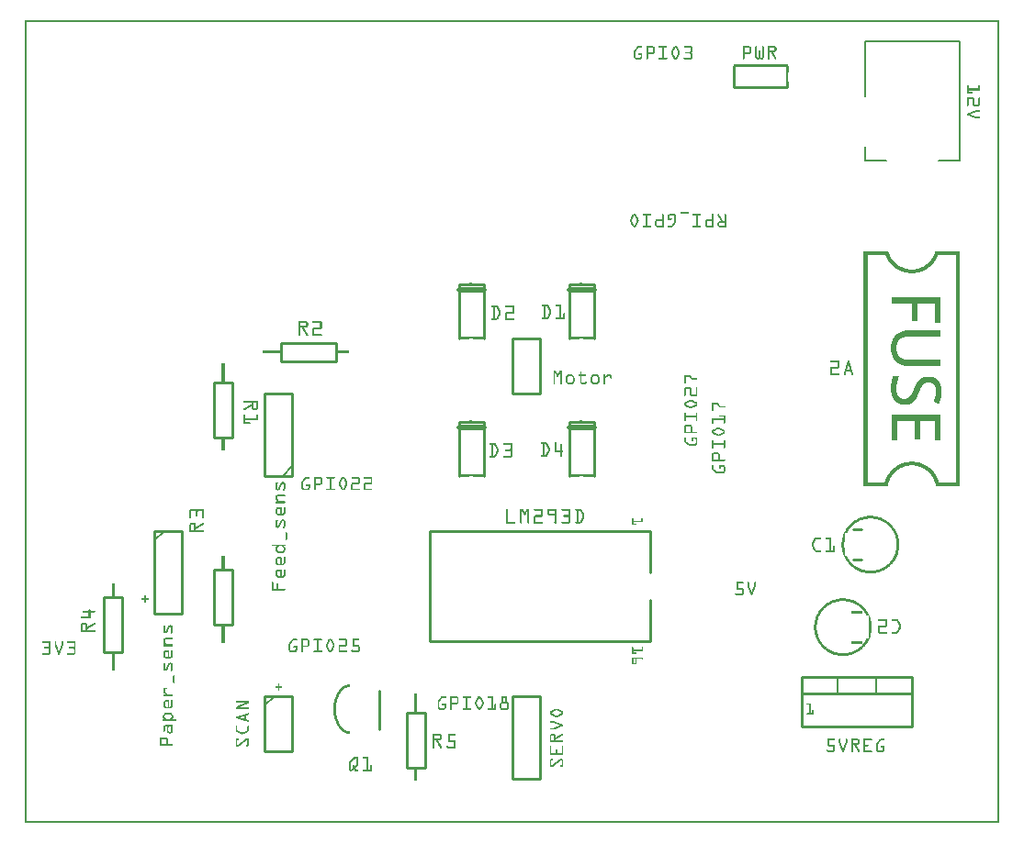
<source format=gto>
G04 MADE WITH FRITZING*
G04 WWW.FRITZING.ORG*
G04 DOUBLE SIDED*
G04 HOLES PLATED*
G04 CONTOUR ON CENTER OF CONTOUR VECTOR*
%ASAXBY*%
%FSLAX23Y23*%
%MOIN*%
%OFA0B0*%
%SFA1.0B1.0*%
%ADD10C,0.008000*%
%ADD11C,0.010000*%
%ADD12C,0.005000*%
%ADD13C,0.020000*%
%ADD14C,0.011000*%
%ADD15R,0.001000X0.001000*%
%LNSILK1*%
G90*
G70*
G54D10*
X3051Y2408D02*
X3128Y2408D01*
D02*
X3051Y2842D02*
X3051Y2643D01*
D02*
X3051Y2408D02*
X3051Y2458D01*
D02*
X3394Y2842D02*
X3394Y2408D01*
D02*
X3394Y2408D02*
X3317Y2408D01*
D02*
X3394Y2842D02*
X3051Y2842D01*
G54D11*
D02*
X1286Y482D02*
X1286Y342D01*
D02*
X1455Y402D02*
X1455Y202D01*
D02*
X1455Y202D02*
X1389Y202D01*
D02*
X1389Y202D02*
X1389Y402D01*
D02*
X1389Y402D02*
X1455Y402D01*
D02*
X872Y462D02*
X872Y262D01*
D02*
X872Y262D02*
X972Y262D01*
D02*
X972Y262D02*
X972Y462D01*
D02*
X972Y462D02*
X872Y462D01*
G54D12*
D02*
X872Y427D02*
X907Y462D01*
G54D11*
D02*
X689Y721D02*
X689Y921D01*
D02*
X689Y921D02*
X755Y921D01*
D02*
X755Y921D02*
X755Y721D01*
D02*
X755Y721D02*
X689Y721D01*
D02*
X289Y621D02*
X289Y821D01*
D02*
X289Y821D02*
X355Y821D01*
D02*
X355Y821D02*
X355Y621D01*
D02*
X355Y621D02*
X289Y621D01*
D02*
X2822Y532D02*
X3222Y532D01*
D02*
X3222Y532D02*
X3222Y352D01*
D02*
X3222Y352D02*
X2822Y352D01*
D02*
X2822Y352D02*
X2822Y532D01*
D02*
X2822Y532D02*
X3222Y532D01*
D02*
X3222Y532D02*
X3222Y472D01*
D02*
X3222Y472D02*
X2822Y472D01*
D02*
X2822Y472D02*
X2822Y532D01*
G54D12*
D02*
X2952Y532D02*
X2952Y472D01*
D02*
X3092Y532D02*
X3092Y472D01*
G54D11*
D02*
X2272Y1062D02*
X1472Y1062D01*
D02*
X1472Y1062D02*
X1472Y662D01*
D02*
X1472Y662D02*
X2272Y662D01*
D02*
X2272Y1062D02*
X2272Y912D01*
D02*
X2272Y812D02*
X2272Y662D01*
D02*
X1772Y1762D02*
X1772Y1562D01*
D02*
X1772Y1562D02*
X1872Y1562D01*
D02*
X1872Y1562D02*
X1872Y1762D01*
D02*
X1872Y1762D02*
X1772Y1762D01*
D02*
X2067Y1458D02*
X2067Y1263D01*
D02*
X1977Y1263D02*
X1977Y1458D01*
D02*
X1977Y1458D02*
X2067Y1458D01*
G54D13*
D02*
X1977Y1438D02*
X2067Y1438D01*
G54D11*
D02*
X1667Y1458D02*
X1667Y1263D01*
D02*
X1577Y1263D02*
X1577Y1458D01*
D02*
X1577Y1458D02*
X1667Y1458D01*
G54D13*
D02*
X1577Y1438D02*
X1667Y1438D01*
G54D11*
D02*
X1667Y1958D02*
X1667Y1763D01*
D02*
X1577Y1763D02*
X1577Y1958D01*
D02*
X1577Y1958D02*
X1667Y1958D01*
G54D13*
D02*
X1577Y1938D02*
X1667Y1938D01*
G54D11*
D02*
X2067Y1958D02*
X2067Y1763D01*
D02*
X1977Y1763D02*
X1977Y1958D01*
D02*
X1977Y1958D02*
X2067Y1958D01*
G54D13*
D02*
X1977Y1938D02*
X2067Y1938D01*
G54D11*
D02*
X755Y1602D02*
X755Y1402D01*
D02*
X755Y1402D02*
X689Y1402D01*
D02*
X689Y1402D02*
X689Y1602D01*
D02*
X689Y1602D02*
X755Y1602D01*
D02*
X931Y1745D02*
X1131Y1745D01*
D02*
X1131Y1745D02*
X1131Y1679D01*
D02*
X1131Y1679D02*
X931Y1679D01*
D02*
X931Y1679D02*
X931Y1745D01*
D02*
X1772Y462D02*
X1772Y162D01*
D02*
X1772Y162D02*
X1872Y162D01*
D02*
X1872Y162D02*
X1872Y462D01*
D02*
X1872Y462D02*
X1772Y462D01*
D02*
X472Y1062D02*
X472Y762D01*
D02*
X472Y762D02*
X572Y762D01*
D02*
X572Y762D02*
X572Y1062D01*
D02*
X572Y1062D02*
X472Y1062D01*
G54D12*
D02*
X472Y1027D02*
X507Y1062D01*
G54D11*
D02*
X972Y1262D02*
X972Y1562D01*
D02*
X972Y1562D02*
X872Y1562D01*
D02*
X872Y1562D02*
X872Y1262D01*
D02*
X872Y1262D02*
X972Y1262D01*
G54D12*
D02*
X972Y1297D02*
X937Y1262D01*
G54D14*
X3006Y1067D02*
X3036Y1067D01*
D02*
X3006Y957D02*
X3036Y957D01*
D02*
G54D15*
X0Y2919D02*
X3538Y2919D01*
X0Y2918D02*
X3538Y2918D01*
X0Y2917D02*
X3538Y2917D01*
X0Y2916D02*
X3538Y2916D01*
X0Y2915D02*
X3538Y2915D01*
X0Y2914D02*
X3538Y2914D01*
X0Y2913D02*
X3538Y2913D01*
X0Y2912D02*
X3538Y2912D01*
X0Y2911D02*
X7Y2911D01*
X3531Y2911D02*
X3538Y2911D01*
X0Y2910D02*
X7Y2910D01*
X3531Y2910D02*
X3538Y2910D01*
X0Y2909D02*
X7Y2909D01*
X3531Y2909D02*
X3538Y2909D01*
X0Y2908D02*
X7Y2908D01*
X3531Y2908D02*
X3538Y2908D01*
X0Y2907D02*
X7Y2907D01*
X3531Y2907D02*
X3538Y2907D01*
X0Y2906D02*
X7Y2906D01*
X3531Y2906D02*
X3538Y2906D01*
X0Y2905D02*
X7Y2905D01*
X3531Y2905D02*
X3538Y2905D01*
X0Y2904D02*
X7Y2904D01*
X3531Y2904D02*
X3538Y2904D01*
X0Y2903D02*
X7Y2903D01*
X3531Y2903D02*
X3538Y2903D01*
X0Y2902D02*
X7Y2902D01*
X3531Y2902D02*
X3538Y2902D01*
X0Y2901D02*
X7Y2901D01*
X3531Y2901D02*
X3538Y2901D01*
X0Y2900D02*
X7Y2900D01*
X3531Y2900D02*
X3538Y2900D01*
X0Y2899D02*
X7Y2899D01*
X3531Y2899D02*
X3538Y2899D01*
X0Y2898D02*
X7Y2898D01*
X3531Y2898D02*
X3538Y2898D01*
X0Y2897D02*
X7Y2897D01*
X3531Y2897D02*
X3538Y2897D01*
X0Y2896D02*
X7Y2896D01*
X3531Y2896D02*
X3538Y2896D01*
X0Y2895D02*
X7Y2895D01*
X3531Y2895D02*
X3538Y2895D01*
X0Y2894D02*
X7Y2894D01*
X3531Y2894D02*
X3538Y2894D01*
X0Y2893D02*
X7Y2893D01*
X3531Y2893D02*
X3538Y2893D01*
X0Y2892D02*
X7Y2892D01*
X3531Y2892D02*
X3538Y2892D01*
X0Y2891D02*
X7Y2891D01*
X3531Y2891D02*
X3538Y2891D01*
X0Y2890D02*
X7Y2890D01*
X3531Y2890D02*
X3538Y2890D01*
X0Y2889D02*
X7Y2889D01*
X3531Y2889D02*
X3538Y2889D01*
X0Y2888D02*
X7Y2888D01*
X3531Y2888D02*
X3538Y2888D01*
X0Y2887D02*
X7Y2887D01*
X3531Y2887D02*
X3538Y2887D01*
X0Y2886D02*
X7Y2886D01*
X3531Y2886D02*
X3538Y2886D01*
X0Y2885D02*
X7Y2885D01*
X3531Y2885D02*
X3538Y2885D01*
X0Y2884D02*
X7Y2884D01*
X3531Y2884D02*
X3538Y2884D01*
X0Y2883D02*
X7Y2883D01*
X3531Y2883D02*
X3538Y2883D01*
X0Y2882D02*
X7Y2882D01*
X3531Y2882D02*
X3538Y2882D01*
X0Y2881D02*
X7Y2881D01*
X3531Y2881D02*
X3538Y2881D01*
X0Y2880D02*
X7Y2880D01*
X3531Y2880D02*
X3538Y2880D01*
X0Y2879D02*
X7Y2879D01*
X3531Y2879D02*
X3538Y2879D01*
X0Y2878D02*
X7Y2878D01*
X3531Y2878D02*
X3538Y2878D01*
X0Y2877D02*
X7Y2877D01*
X3531Y2877D02*
X3538Y2877D01*
X0Y2876D02*
X7Y2876D01*
X3531Y2876D02*
X3538Y2876D01*
X0Y2875D02*
X7Y2875D01*
X3531Y2875D02*
X3538Y2875D01*
X0Y2874D02*
X7Y2874D01*
X3531Y2874D02*
X3538Y2874D01*
X0Y2873D02*
X7Y2873D01*
X3531Y2873D02*
X3538Y2873D01*
X0Y2872D02*
X7Y2872D01*
X3531Y2872D02*
X3538Y2872D01*
X0Y2871D02*
X7Y2871D01*
X3531Y2871D02*
X3538Y2871D01*
X0Y2870D02*
X7Y2870D01*
X3531Y2870D02*
X3538Y2870D01*
X0Y2869D02*
X7Y2869D01*
X3531Y2869D02*
X3538Y2869D01*
X0Y2868D02*
X7Y2868D01*
X3531Y2868D02*
X3538Y2868D01*
X0Y2867D02*
X7Y2867D01*
X3531Y2867D02*
X3538Y2867D01*
X0Y2866D02*
X7Y2866D01*
X3531Y2866D02*
X3538Y2866D01*
X0Y2865D02*
X7Y2865D01*
X3531Y2865D02*
X3538Y2865D01*
X0Y2864D02*
X7Y2864D01*
X3531Y2864D02*
X3538Y2864D01*
X0Y2863D02*
X7Y2863D01*
X3531Y2863D02*
X3538Y2863D01*
X0Y2862D02*
X7Y2862D01*
X3531Y2862D02*
X3538Y2862D01*
X0Y2861D02*
X7Y2861D01*
X3531Y2861D02*
X3538Y2861D01*
X0Y2860D02*
X7Y2860D01*
X3531Y2860D02*
X3538Y2860D01*
X0Y2859D02*
X7Y2859D01*
X3531Y2859D02*
X3538Y2859D01*
X0Y2858D02*
X7Y2858D01*
X3531Y2858D02*
X3538Y2858D01*
X0Y2857D02*
X7Y2857D01*
X3531Y2857D02*
X3538Y2857D01*
X0Y2856D02*
X7Y2856D01*
X3531Y2856D02*
X3538Y2856D01*
X0Y2855D02*
X7Y2855D01*
X3531Y2855D02*
X3538Y2855D01*
X0Y2854D02*
X7Y2854D01*
X3531Y2854D02*
X3538Y2854D01*
X0Y2853D02*
X7Y2853D01*
X3531Y2853D02*
X3538Y2853D01*
X0Y2852D02*
X7Y2852D01*
X3531Y2852D02*
X3538Y2852D01*
X0Y2851D02*
X7Y2851D01*
X3531Y2851D02*
X3538Y2851D01*
X0Y2850D02*
X7Y2850D01*
X3531Y2850D02*
X3538Y2850D01*
X0Y2849D02*
X7Y2849D01*
X3531Y2849D02*
X3538Y2849D01*
X0Y2848D02*
X7Y2848D01*
X3531Y2848D02*
X3538Y2848D01*
X0Y2847D02*
X7Y2847D01*
X3531Y2847D02*
X3538Y2847D01*
X0Y2846D02*
X7Y2846D01*
X3531Y2846D02*
X3538Y2846D01*
X0Y2845D02*
X7Y2845D01*
X3531Y2845D02*
X3538Y2845D01*
X0Y2844D02*
X7Y2844D01*
X3531Y2844D02*
X3538Y2844D01*
X0Y2843D02*
X7Y2843D01*
X3531Y2843D02*
X3538Y2843D01*
X0Y2842D02*
X7Y2842D01*
X3531Y2842D02*
X3538Y2842D01*
X0Y2841D02*
X7Y2841D01*
X3531Y2841D02*
X3538Y2841D01*
X0Y2840D02*
X7Y2840D01*
X3531Y2840D02*
X3538Y2840D01*
X0Y2839D02*
X7Y2839D01*
X3531Y2839D02*
X3538Y2839D01*
X0Y2838D02*
X7Y2838D01*
X3531Y2838D02*
X3538Y2838D01*
X0Y2837D02*
X7Y2837D01*
X3531Y2837D02*
X3538Y2837D01*
X0Y2836D02*
X7Y2836D01*
X3531Y2836D02*
X3538Y2836D01*
X0Y2835D02*
X7Y2835D01*
X3531Y2835D02*
X3538Y2835D01*
X0Y2834D02*
X7Y2834D01*
X3531Y2834D02*
X3538Y2834D01*
X0Y2833D02*
X7Y2833D01*
X3531Y2833D02*
X3538Y2833D01*
X0Y2832D02*
X7Y2832D01*
X3531Y2832D02*
X3538Y2832D01*
X0Y2831D02*
X7Y2831D01*
X3531Y2831D02*
X3538Y2831D01*
X0Y2830D02*
X7Y2830D01*
X3531Y2830D02*
X3538Y2830D01*
X0Y2829D02*
X7Y2829D01*
X3531Y2829D02*
X3538Y2829D01*
X0Y2828D02*
X7Y2828D01*
X3531Y2828D02*
X3538Y2828D01*
X0Y2827D02*
X7Y2827D01*
X3531Y2827D02*
X3538Y2827D01*
X0Y2826D02*
X7Y2826D01*
X3531Y2826D02*
X3538Y2826D01*
X0Y2825D02*
X7Y2825D01*
X3531Y2825D02*
X3538Y2825D01*
X0Y2824D02*
X7Y2824D01*
X2226Y2824D02*
X2241Y2824D01*
X2257Y2824D02*
X2282Y2824D01*
X2303Y2824D02*
X2332Y2824D01*
X2360Y2824D02*
X2366Y2824D01*
X2394Y2824D02*
X2420Y2824D01*
X2608Y2824D02*
X2632Y2824D01*
X2654Y2824D02*
X2657Y2824D01*
X2679Y2824D02*
X2682Y2824D01*
X2698Y2824D02*
X2723Y2824D01*
X3531Y2824D02*
X3538Y2824D01*
X0Y2823D02*
X7Y2823D01*
X2225Y2823D02*
X2242Y2823D01*
X2257Y2823D02*
X2284Y2823D01*
X2303Y2823D02*
X2333Y2823D01*
X2358Y2823D02*
X2368Y2823D01*
X2393Y2823D02*
X2422Y2823D01*
X2608Y2823D02*
X2634Y2823D01*
X2653Y2823D02*
X2658Y2823D01*
X2678Y2823D02*
X2683Y2823D01*
X2698Y2823D02*
X2725Y2823D01*
X3531Y2823D02*
X3538Y2823D01*
X0Y2822D02*
X7Y2822D01*
X2224Y2822D02*
X2242Y2822D01*
X2257Y2822D02*
X2285Y2822D01*
X2303Y2822D02*
X2333Y2822D01*
X2357Y2822D02*
X2369Y2822D01*
X2393Y2822D02*
X2422Y2822D01*
X2608Y2822D02*
X2635Y2822D01*
X2653Y2822D02*
X2658Y2822D01*
X2678Y2822D02*
X2683Y2822D01*
X2698Y2822D02*
X2726Y2822D01*
X3531Y2822D02*
X3538Y2822D01*
X0Y2821D02*
X7Y2821D01*
X2223Y2821D02*
X2242Y2821D01*
X2257Y2821D02*
X2286Y2821D01*
X2303Y2821D02*
X2333Y2821D01*
X2356Y2821D02*
X2369Y2821D01*
X2393Y2821D02*
X2423Y2821D01*
X2608Y2821D02*
X2636Y2821D01*
X2653Y2821D02*
X2658Y2821D01*
X2678Y2821D02*
X2683Y2821D01*
X2698Y2821D02*
X2727Y2821D01*
X3531Y2821D02*
X3538Y2821D01*
X0Y2820D02*
X7Y2820D01*
X2222Y2820D02*
X2242Y2820D01*
X2257Y2820D02*
X2286Y2820D01*
X2303Y2820D02*
X2332Y2820D01*
X2356Y2820D02*
X2370Y2820D01*
X2394Y2820D02*
X2423Y2820D01*
X2608Y2820D02*
X2637Y2820D01*
X2653Y2820D02*
X2658Y2820D01*
X2678Y2820D02*
X2683Y2820D01*
X2698Y2820D02*
X2727Y2820D01*
X3531Y2820D02*
X3538Y2820D01*
X0Y2819D02*
X7Y2819D01*
X2221Y2819D02*
X2240Y2819D01*
X2257Y2819D02*
X2287Y2819D01*
X2304Y2819D02*
X2331Y2819D01*
X2355Y2819D02*
X2371Y2819D01*
X2395Y2819D02*
X2423Y2819D01*
X2608Y2819D02*
X2637Y2819D01*
X2653Y2819D02*
X2658Y2819D01*
X2678Y2819D02*
X2683Y2819D01*
X2698Y2819D02*
X2728Y2819D01*
X3531Y2819D02*
X3538Y2819D01*
X0Y2818D02*
X7Y2818D01*
X2221Y2818D02*
X2228Y2818D01*
X2257Y2818D02*
X2263Y2818D01*
X2281Y2818D02*
X2287Y2818D01*
X2315Y2818D02*
X2320Y2818D01*
X2355Y2818D02*
X2361Y2818D01*
X2365Y2818D02*
X2371Y2818D01*
X2418Y2818D02*
X2423Y2818D01*
X2608Y2818D02*
X2613Y2818D01*
X2631Y2818D02*
X2638Y2818D01*
X2653Y2818D02*
X2658Y2818D01*
X2678Y2818D02*
X2683Y2818D01*
X2698Y2818D02*
X2704Y2818D01*
X2722Y2818D02*
X2728Y2818D01*
X3531Y2818D02*
X3538Y2818D01*
X0Y2817D02*
X7Y2817D01*
X2220Y2817D02*
X2227Y2817D01*
X2257Y2817D02*
X2263Y2817D01*
X2282Y2817D02*
X2287Y2817D01*
X2315Y2817D02*
X2320Y2817D01*
X2354Y2817D02*
X2361Y2817D01*
X2365Y2817D02*
X2372Y2817D01*
X2418Y2817D02*
X2423Y2817D01*
X2608Y2817D02*
X2613Y2817D01*
X2632Y2817D02*
X2638Y2817D01*
X2653Y2817D02*
X2658Y2817D01*
X2678Y2817D02*
X2683Y2817D01*
X2698Y2817D02*
X2704Y2817D01*
X2723Y2817D02*
X2729Y2817D01*
X3531Y2817D02*
X3538Y2817D01*
X0Y2816D02*
X7Y2816D01*
X2219Y2816D02*
X2226Y2816D01*
X2257Y2816D02*
X2263Y2816D01*
X2282Y2816D02*
X2287Y2816D01*
X2315Y2816D02*
X2320Y2816D01*
X2354Y2816D02*
X2360Y2816D01*
X2366Y2816D02*
X2372Y2816D01*
X2418Y2816D02*
X2423Y2816D01*
X2608Y2816D02*
X2613Y2816D01*
X2633Y2816D02*
X2638Y2816D01*
X2653Y2816D02*
X2658Y2816D01*
X2678Y2816D02*
X2683Y2816D01*
X2698Y2816D02*
X2704Y2816D01*
X2723Y2816D02*
X2729Y2816D01*
X3531Y2816D02*
X3538Y2816D01*
X0Y2815D02*
X7Y2815D01*
X2218Y2815D02*
X2225Y2815D01*
X2257Y2815D02*
X2263Y2815D01*
X2282Y2815D02*
X2288Y2815D01*
X2315Y2815D02*
X2320Y2815D01*
X2353Y2815D02*
X2360Y2815D01*
X2366Y2815D02*
X2373Y2815D01*
X2418Y2815D02*
X2423Y2815D01*
X2608Y2815D02*
X2613Y2815D01*
X2633Y2815D02*
X2638Y2815D01*
X2653Y2815D02*
X2658Y2815D01*
X2678Y2815D02*
X2683Y2815D01*
X2698Y2815D02*
X2704Y2815D01*
X2723Y2815D02*
X2729Y2815D01*
X3531Y2815D02*
X3538Y2815D01*
X0Y2814D02*
X7Y2814D01*
X2217Y2814D02*
X2225Y2814D01*
X2257Y2814D02*
X2263Y2814D01*
X2282Y2814D02*
X2288Y2814D01*
X2315Y2814D02*
X2320Y2814D01*
X2353Y2814D02*
X2359Y2814D01*
X2367Y2814D02*
X2373Y2814D01*
X2418Y2814D02*
X2423Y2814D01*
X2608Y2814D02*
X2613Y2814D01*
X2633Y2814D02*
X2638Y2814D01*
X2653Y2814D02*
X2658Y2814D01*
X2678Y2814D02*
X2683Y2814D01*
X2698Y2814D02*
X2704Y2814D01*
X2723Y2814D02*
X2729Y2814D01*
X3531Y2814D02*
X3538Y2814D01*
X0Y2813D02*
X7Y2813D01*
X2217Y2813D02*
X2224Y2813D01*
X2257Y2813D02*
X2263Y2813D01*
X2282Y2813D02*
X2288Y2813D01*
X2315Y2813D02*
X2320Y2813D01*
X2352Y2813D02*
X2359Y2813D01*
X2367Y2813D02*
X2374Y2813D01*
X2418Y2813D02*
X2423Y2813D01*
X2608Y2813D02*
X2613Y2813D01*
X2633Y2813D02*
X2638Y2813D01*
X2653Y2813D02*
X2658Y2813D01*
X2678Y2813D02*
X2683Y2813D01*
X2698Y2813D02*
X2704Y2813D01*
X2723Y2813D02*
X2729Y2813D01*
X3531Y2813D02*
X3538Y2813D01*
X0Y2812D02*
X7Y2812D01*
X2216Y2812D02*
X2223Y2812D01*
X2257Y2812D02*
X2263Y2812D01*
X2282Y2812D02*
X2288Y2812D01*
X2315Y2812D02*
X2320Y2812D01*
X2352Y2812D02*
X2358Y2812D01*
X2368Y2812D02*
X2374Y2812D01*
X2418Y2812D02*
X2423Y2812D01*
X2608Y2812D02*
X2613Y2812D01*
X2633Y2812D02*
X2638Y2812D01*
X2653Y2812D02*
X2658Y2812D01*
X2678Y2812D02*
X2683Y2812D01*
X2698Y2812D02*
X2704Y2812D01*
X2723Y2812D02*
X2729Y2812D01*
X3531Y2812D02*
X3538Y2812D01*
X0Y2811D02*
X7Y2811D01*
X2215Y2811D02*
X2222Y2811D01*
X2257Y2811D02*
X2263Y2811D01*
X2282Y2811D02*
X2288Y2811D01*
X2315Y2811D02*
X2320Y2811D01*
X2351Y2811D02*
X2358Y2811D01*
X2368Y2811D02*
X2375Y2811D01*
X2418Y2811D02*
X2423Y2811D01*
X2608Y2811D02*
X2613Y2811D01*
X2633Y2811D02*
X2638Y2811D01*
X2653Y2811D02*
X2658Y2811D01*
X2678Y2811D02*
X2683Y2811D01*
X2698Y2811D02*
X2704Y2811D01*
X2723Y2811D02*
X2729Y2811D01*
X3531Y2811D02*
X3538Y2811D01*
X0Y2810D02*
X7Y2810D01*
X2214Y2810D02*
X2221Y2810D01*
X2257Y2810D02*
X2263Y2810D01*
X2282Y2810D02*
X2288Y2810D01*
X2315Y2810D02*
X2320Y2810D01*
X2351Y2810D02*
X2357Y2810D01*
X2369Y2810D02*
X2375Y2810D01*
X2418Y2810D02*
X2423Y2810D01*
X2608Y2810D02*
X2613Y2810D01*
X2633Y2810D02*
X2638Y2810D01*
X2653Y2810D02*
X2658Y2810D01*
X2678Y2810D02*
X2683Y2810D01*
X2698Y2810D02*
X2704Y2810D01*
X2723Y2810D02*
X2729Y2810D01*
X3531Y2810D02*
X3538Y2810D01*
X0Y2809D02*
X7Y2809D01*
X2214Y2809D02*
X2221Y2809D01*
X2257Y2809D02*
X2263Y2809D01*
X2282Y2809D02*
X2288Y2809D01*
X2315Y2809D02*
X2320Y2809D01*
X2350Y2809D02*
X2356Y2809D01*
X2369Y2809D02*
X2376Y2809D01*
X2418Y2809D02*
X2423Y2809D01*
X2608Y2809D02*
X2613Y2809D01*
X2633Y2809D02*
X2638Y2809D01*
X2653Y2809D02*
X2658Y2809D01*
X2678Y2809D02*
X2683Y2809D01*
X2698Y2809D02*
X2704Y2809D01*
X2721Y2809D02*
X2728Y2809D01*
X3531Y2809D02*
X3538Y2809D01*
X0Y2808D02*
X7Y2808D01*
X2213Y2808D02*
X2220Y2808D01*
X2257Y2808D02*
X2263Y2808D01*
X2282Y2808D02*
X2288Y2808D01*
X2315Y2808D02*
X2320Y2808D01*
X2350Y2808D02*
X2356Y2808D01*
X2370Y2808D02*
X2376Y2808D01*
X2418Y2808D02*
X2423Y2808D01*
X2608Y2808D02*
X2613Y2808D01*
X2633Y2808D02*
X2638Y2808D01*
X2653Y2808D02*
X2658Y2808D01*
X2667Y2808D02*
X2670Y2808D01*
X2678Y2808D02*
X2683Y2808D01*
X2698Y2808D02*
X2728Y2808D01*
X3531Y2808D02*
X3538Y2808D01*
X0Y2807D02*
X7Y2807D01*
X2213Y2807D02*
X2219Y2807D01*
X2257Y2807D02*
X2263Y2807D01*
X2282Y2807D02*
X2288Y2807D01*
X2315Y2807D02*
X2320Y2807D01*
X2349Y2807D02*
X2355Y2807D01*
X2370Y2807D02*
X2377Y2807D01*
X2418Y2807D02*
X2423Y2807D01*
X2608Y2807D02*
X2613Y2807D01*
X2633Y2807D02*
X2638Y2807D01*
X2653Y2807D02*
X2658Y2807D01*
X2666Y2807D02*
X2671Y2807D01*
X2678Y2807D02*
X2683Y2807D01*
X2698Y2807D02*
X2727Y2807D01*
X3531Y2807D02*
X3538Y2807D01*
X0Y2806D02*
X7Y2806D01*
X2212Y2806D02*
X2218Y2806D01*
X2257Y2806D02*
X2263Y2806D01*
X2282Y2806D02*
X2288Y2806D01*
X2315Y2806D02*
X2320Y2806D01*
X2349Y2806D02*
X2355Y2806D01*
X2371Y2806D02*
X2377Y2806D01*
X2418Y2806D02*
X2423Y2806D01*
X2608Y2806D02*
X2613Y2806D01*
X2633Y2806D02*
X2638Y2806D01*
X2653Y2806D02*
X2658Y2806D01*
X2666Y2806D02*
X2671Y2806D01*
X2678Y2806D02*
X2683Y2806D01*
X2698Y2806D02*
X2727Y2806D01*
X3531Y2806D02*
X3538Y2806D01*
X0Y2805D02*
X7Y2805D01*
X2212Y2805D02*
X2218Y2805D01*
X2257Y2805D02*
X2263Y2805D01*
X2282Y2805D02*
X2288Y2805D01*
X2315Y2805D02*
X2320Y2805D01*
X2349Y2805D02*
X2354Y2805D01*
X2371Y2805D02*
X2377Y2805D01*
X2417Y2805D02*
X2423Y2805D01*
X2608Y2805D02*
X2613Y2805D01*
X2633Y2805D02*
X2638Y2805D01*
X2653Y2805D02*
X2658Y2805D01*
X2666Y2805D02*
X2671Y2805D01*
X2678Y2805D02*
X2683Y2805D01*
X2698Y2805D02*
X2726Y2805D01*
X3531Y2805D02*
X3538Y2805D01*
X0Y2804D02*
X7Y2804D01*
X2212Y2804D02*
X2217Y2804D01*
X2257Y2804D02*
X2263Y2804D01*
X2282Y2804D02*
X2288Y2804D01*
X2315Y2804D02*
X2320Y2804D01*
X2348Y2804D02*
X2354Y2804D01*
X2372Y2804D02*
X2378Y2804D01*
X2416Y2804D02*
X2423Y2804D01*
X2608Y2804D02*
X2613Y2804D01*
X2633Y2804D02*
X2638Y2804D01*
X2653Y2804D02*
X2658Y2804D01*
X2666Y2804D02*
X2671Y2804D01*
X2678Y2804D02*
X2683Y2804D01*
X2698Y2804D02*
X2724Y2804D01*
X3531Y2804D02*
X3538Y2804D01*
X0Y2803D02*
X7Y2803D01*
X2212Y2803D02*
X2217Y2803D01*
X2257Y2803D02*
X2263Y2803D01*
X2282Y2803D02*
X2287Y2803D01*
X2315Y2803D02*
X2320Y2803D01*
X2348Y2803D02*
X2354Y2803D01*
X2372Y2803D02*
X2378Y2803D01*
X2401Y2803D02*
X2423Y2803D01*
X2608Y2803D02*
X2613Y2803D01*
X2633Y2803D02*
X2638Y2803D01*
X2653Y2803D02*
X2658Y2803D01*
X2666Y2803D02*
X2671Y2803D01*
X2678Y2803D02*
X2683Y2803D01*
X2698Y2803D02*
X2723Y2803D01*
X3531Y2803D02*
X3538Y2803D01*
X0Y2802D02*
X7Y2802D01*
X2212Y2802D02*
X2217Y2802D01*
X2257Y2802D02*
X2263Y2802D01*
X2281Y2802D02*
X2287Y2802D01*
X2315Y2802D02*
X2320Y2802D01*
X2348Y2802D02*
X2353Y2802D01*
X2373Y2802D02*
X2378Y2802D01*
X2400Y2802D02*
X2422Y2802D01*
X2608Y2802D02*
X2613Y2802D01*
X2632Y2802D02*
X2638Y2802D01*
X2653Y2802D02*
X2658Y2802D01*
X2666Y2802D02*
X2671Y2802D01*
X2678Y2802D02*
X2683Y2802D01*
X2698Y2802D02*
X2704Y2802D01*
X2709Y2802D02*
X2716Y2802D01*
X3531Y2802D02*
X3538Y2802D01*
X0Y2801D02*
X7Y2801D01*
X2212Y2801D02*
X2217Y2801D01*
X2257Y2801D02*
X2263Y2801D01*
X2279Y2801D02*
X2287Y2801D01*
X2315Y2801D02*
X2320Y2801D01*
X2348Y2801D02*
X2353Y2801D01*
X2373Y2801D02*
X2378Y2801D01*
X2399Y2801D02*
X2421Y2801D01*
X2608Y2801D02*
X2613Y2801D01*
X2631Y2801D02*
X2638Y2801D01*
X2653Y2801D02*
X2658Y2801D01*
X2666Y2801D02*
X2671Y2801D01*
X2678Y2801D02*
X2683Y2801D01*
X2698Y2801D02*
X2704Y2801D01*
X2710Y2801D02*
X2716Y2801D01*
X3531Y2801D02*
X3538Y2801D01*
X0Y2800D02*
X7Y2800D01*
X2212Y2800D02*
X2217Y2800D01*
X2257Y2800D02*
X2287Y2800D01*
X2315Y2800D02*
X2320Y2800D01*
X2348Y2800D02*
X2353Y2800D01*
X2373Y2800D02*
X2378Y2800D01*
X2399Y2800D02*
X2421Y2800D01*
X2608Y2800D02*
X2637Y2800D01*
X2653Y2800D02*
X2658Y2800D01*
X2666Y2800D02*
X2671Y2800D01*
X2678Y2800D02*
X2683Y2800D01*
X2698Y2800D02*
X2704Y2800D01*
X2711Y2800D02*
X2717Y2800D01*
X3531Y2800D02*
X3538Y2800D01*
X0Y2799D02*
X7Y2799D01*
X2212Y2799D02*
X2217Y2799D01*
X2257Y2799D02*
X2286Y2799D01*
X2315Y2799D02*
X2320Y2799D01*
X2348Y2799D02*
X2353Y2799D01*
X2373Y2799D02*
X2378Y2799D01*
X2400Y2799D02*
X2422Y2799D01*
X2608Y2799D02*
X2637Y2799D01*
X2653Y2799D02*
X2658Y2799D01*
X2666Y2799D02*
X2671Y2799D01*
X2678Y2799D02*
X2683Y2799D01*
X2698Y2799D02*
X2704Y2799D01*
X2711Y2799D02*
X2718Y2799D01*
X3531Y2799D02*
X3538Y2799D01*
X0Y2798D02*
X7Y2798D01*
X2212Y2798D02*
X2217Y2798D01*
X2229Y2798D02*
X2242Y2798D01*
X2257Y2798D02*
X2285Y2798D01*
X2315Y2798D02*
X2320Y2798D01*
X2348Y2798D02*
X2354Y2798D01*
X2372Y2798D02*
X2378Y2798D01*
X2401Y2798D02*
X2423Y2798D01*
X2608Y2798D02*
X2636Y2798D01*
X2653Y2798D02*
X2658Y2798D01*
X2666Y2798D02*
X2671Y2798D01*
X2678Y2798D02*
X2683Y2798D01*
X2698Y2798D02*
X2704Y2798D01*
X2712Y2798D02*
X2718Y2798D01*
X3531Y2798D02*
X3538Y2798D01*
X0Y2797D02*
X7Y2797D01*
X2212Y2797D02*
X2217Y2797D01*
X2228Y2797D02*
X2242Y2797D01*
X2257Y2797D02*
X2284Y2797D01*
X2315Y2797D02*
X2320Y2797D01*
X2348Y2797D02*
X2354Y2797D01*
X2372Y2797D02*
X2378Y2797D01*
X2416Y2797D02*
X2423Y2797D01*
X2608Y2797D02*
X2635Y2797D01*
X2653Y2797D02*
X2658Y2797D01*
X2666Y2797D02*
X2671Y2797D01*
X2678Y2797D02*
X2683Y2797D01*
X2698Y2797D02*
X2704Y2797D01*
X2712Y2797D02*
X2719Y2797D01*
X3531Y2797D02*
X3538Y2797D01*
X0Y2796D02*
X7Y2796D01*
X2212Y2796D02*
X2217Y2796D01*
X2228Y2796D02*
X2242Y2796D01*
X2257Y2796D02*
X2283Y2796D01*
X2315Y2796D02*
X2320Y2796D01*
X2349Y2796D02*
X2354Y2796D01*
X2372Y2796D02*
X2377Y2796D01*
X2417Y2796D02*
X2423Y2796D01*
X2608Y2796D02*
X2634Y2796D01*
X2653Y2796D02*
X2658Y2796D01*
X2666Y2796D02*
X2671Y2796D01*
X2678Y2796D02*
X2683Y2796D01*
X2698Y2796D02*
X2704Y2796D01*
X2713Y2796D02*
X2719Y2796D01*
X3531Y2796D02*
X3538Y2796D01*
X0Y2795D02*
X7Y2795D01*
X2212Y2795D02*
X2217Y2795D01*
X2228Y2795D02*
X2242Y2795D01*
X2257Y2795D02*
X2281Y2795D01*
X2315Y2795D02*
X2320Y2795D01*
X2349Y2795D02*
X2355Y2795D01*
X2371Y2795D02*
X2377Y2795D01*
X2418Y2795D02*
X2423Y2795D01*
X2608Y2795D02*
X2632Y2795D01*
X2653Y2795D02*
X2658Y2795D01*
X2666Y2795D02*
X2671Y2795D01*
X2678Y2795D02*
X2683Y2795D01*
X2698Y2795D02*
X2704Y2795D01*
X2713Y2795D02*
X2720Y2795D01*
X3531Y2795D02*
X3538Y2795D01*
X0Y2794D02*
X7Y2794D01*
X2212Y2794D02*
X2217Y2794D01*
X2228Y2794D02*
X2242Y2794D01*
X2257Y2794D02*
X2263Y2794D01*
X2315Y2794D02*
X2320Y2794D01*
X2349Y2794D02*
X2355Y2794D01*
X2371Y2794D02*
X2377Y2794D01*
X2418Y2794D02*
X2423Y2794D01*
X2608Y2794D02*
X2613Y2794D01*
X2653Y2794D02*
X2658Y2794D01*
X2666Y2794D02*
X2671Y2794D01*
X2678Y2794D02*
X2683Y2794D01*
X2698Y2794D02*
X2704Y2794D01*
X2714Y2794D02*
X2720Y2794D01*
X3531Y2794D02*
X3538Y2794D01*
X0Y2793D02*
X7Y2793D01*
X2212Y2793D02*
X2217Y2793D01*
X2228Y2793D02*
X2242Y2793D01*
X2257Y2793D02*
X2263Y2793D01*
X2315Y2793D02*
X2320Y2793D01*
X2350Y2793D02*
X2356Y2793D01*
X2370Y2793D02*
X2376Y2793D01*
X2418Y2793D02*
X2423Y2793D01*
X2608Y2793D02*
X2613Y2793D01*
X2653Y2793D02*
X2658Y2793D01*
X2666Y2793D02*
X2671Y2793D01*
X2678Y2793D02*
X2683Y2793D01*
X2698Y2793D02*
X2704Y2793D01*
X2715Y2793D02*
X2721Y2793D01*
X3531Y2793D02*
X3538Y2793D01*
X0Y2792D02*
X7Y2792D01*
X2212Y2792D02*
X2217Y2792D01*
X2230Y2792D02*
X2242Y2792D01*
X2257Y2792D02*
X2263Y2792D01*
X2315Y2792D02*
X2320Y2792D01*
X2350Y2792D02*
X2356Y2792D01*
X2370Y2792D02*
X2376Y2792D01*
X2418Y2792D02*
X2423Y2792D01*
X2608Y2792D02*
X2613Y2792D01*
X2653Y2792D02*
X2658Y2792D01*
X2666Y2792D02*
X2671Y2792D01*
X2678Y2792D02*
X2683Y2792D01*
X2698Y2792D02*
X2704Y2792D01*
X2715Y2792D02*
X2722Y2792D01*
X3531Y2792D02*
X3538Y2792D01*
X0Y2791D02*
X7Y2791D01*
X2212Y2791D02*
X2217Y2791D01*
X2237Y2791D02*
X2242Y2791D01*
X2257Y2791D02*
X2263Y2791D01*
X2315Y2791D02*
X2320Y2791D01*
X2351Y2791D02*
X2357Y2791D01*
X2369Y2791D02*
X2375Y2791D01*
X2418Y2791D02*
X2423Y2791D01*
X2608Y2791D02*
X2613Y2791D01*
X2653Y2791D02*
X2658Y2791D01*
X2666Y2791D02*
X2671Y2791D01*
X2678Y2791D02*
X2683Y2791D01*
X2698Y2791D02*
X2704Y2791D01*
X2716Y2791D02*
X2722Y2791D01*
X3531Y2791D02*
X3538Y2791D01*
X0Y2790D02*
X7Y2790D01*
X2212Y2790D02*
X2217Y2790D01*
X2237Y2790D02*
X2242Y2790D01*
X2257Y2790D02*
X2263Y2790D01*
X2315Y2790D02*
X2320Y2790D01*
X2351Y2790D02*
X2357Y2790D01*
X2369Y2790D02*
X2375Y2790D01*
X2418Y2790D02*
X2423Y2790D01*
X2608Y2790D02*
X2613Y2790D01*
X2653Y2790D02*
X2658Y2790D01*
X2666Y2790D02*
X2671Y2790D01*
X2678Y2790D02*
X2683Y2790D01*
X2698Y2790D02*
X2704Y2790D01*
X2716Y2790D02*
X2723Y2790D01*
X3531Y2790D02*
X3538Y2790D01*
X0Y2789D02*
X7Y2789D01*
X2212Y2789D02*
X2217Y2789D01*
X2237Y2789D02*
X2242Y2789D01*
X2257Y2789D02*
X2263Y2789D01*
X2315Y2789D02*
X2320Y2789D01*
X2352Y2789D02*
X2358Y2789D01*
X2368Y2789D02*
X2374Y2789D01*
X2418Y2789D02*
X2423Y2789D01*
X2608Y2789D02*
X2613Y2789D01*
X2653Y2789D02*
X2658Y2789D01*
X2666Y2789D02*
X2671Y2789D01*
X2678Y2789D02*
X2683Y2789D01*
X2698Y2789D02*
X2704Y2789D01*
X2717Y2789D02*
X2723Y2789D01*
X3531Y2789D02*
X3538Y2789D01*
X0Y2788D02*
X7Y2788D01*
X2212Y2788D02*
X2217Y2788D01*
X2237Y2788D02*
X2242Y2788D01*
X2257Y2788D02*
X2263Y2788D01*
X2315Y2788D02*
X2320Y2788D01*
X2352Y2788D02*
X2358Y2788D01*
X2368Y2788D02*
X2374Y2788D01*
X2418Y2788D02*
X2423Y2788D01*
X2608Y2788D02*
X2613Y2788D01*
X2653Y2788D02*
X2658Y2788D01*
X2666Y2788D02*
X2671Y2788D01*
X2678Y2788D02*
X2683Y2788D01*
X2698Y2788D02*
X2704Y2788D01*
X2718Y2788D02*
X2724Y2788D01*
X3531Y2788D02*
X3538Y2788D01*
X0Y2787D02*
X7Y2787D01*
X2212Y2787D02*
X2217Y2787D01*
X2237Y2787D02*
X2242Y2787D01*
X2257Y2787D02*
X2263Y2787D01*
X2315Y2787D02*
X2320Y2787D01*
X2353Y2787D02*
X2359Y2787D01*
X2367Y2787D02*
X2373Y2787D01*
X2418Y2787D02*
X2423Y2787D01*
X2608Y2787D02*
X2613Y2787D01*
X2653Y2787D02*
X2658Y2787D01*
X2666Y2787D02*
X2671Y2787D01*
X2678Y2787D02*
X2683Y2787D01*
X2698Y2787D02*
X2704Y2787D01*
X2718Y2787D02*
X2725Y2787D01*
X3531Y2787D02*
X3538Y2787D01*
X0Y2786D02*
X7Y2786D01*
X2212Y2786D02*
X2217Y2786D01*
X2237Y2786D02*
X2242Y2786D01*
X2257Y2786D02*
X2263Y2786D01*
X2315Y2786D02*
X2320Y2786D01*
X2353Y2786D02*
X2359Y2786D01*
X2367Y2786D02*
X2373Y2786D01*
X2418Y2786D02*
X2423Y2786D01*
X2608Y2786D02*
X2613Y2786D01*
X2653Y2786D02*
X2658Y2786D01*
X2666Y2786D02*
X2671Y2786D01*
X2678Y2786D02*
X2683Y2786D01*
X2698Y2786D02*
X2704Y2786D01*
X2719Y2786D02*
X2725Y2786D01*
X3531Y2786D02*
X3538Y2786D01*
X0Y2785D02*
X7Y2785D01*
X2212Y2785D02*
X2217Y2785D01*
X2237Y2785D02*
X2242Y2785D01*
X2257Y2785D02*
X2263Y2785D01*
X2315Y2785D02*
X2320Y2785D01*
X2354Y2785D02*
X2360Y2785D01*
X2366Y2785D02*
X2372Y2785D01*
X2418Y2785D02*
X2423Y2785D01*
X2608Y2785D02*
X2613Y2785D01*
X2653Y2785D02*
X2659Y2785D01*
X2665Y2785D02*
X2671Y2785D01*
X2678Y2785D02*
X2683Y2785D01*
X2698Y2785D02*
X2704Y2785D01*
X2719Y2785D02*
X2726Y2785D01*
X3531Y2785D02*
X3538Y2785D01*
X0Y2784D02*
X7Y2784D01*
X2212Y2784D02*
X2218Y2784D01*
X2236Y2784D02*
X2242Y2784D01*
X2257Y2784D02*
X2263Y2784D01*
X2315Y2784D02*
X2320Y2784D01*
X2354Y2784D02*
X2360Y2784D01*
X2366Y2784D02*
X2372Y2784D01*
X2418Y2784D02*
X2423Y2784D01*
X2608Y2784D02*
X2613Y2784D01*
X2653Y2784D02*
X2659Y2784D01*
X2665Y2784D02*
X2672Y2784D01*
X2677Y2784D02*
X2683Y2784D01*
X2698Y2784D02*
X2704Y2784D01*
X2720Y2784D02*
X2726Y2784D01*
X3531Y2784D02*
X3538Y2784D01*
X0Y2783D02*
X7Y2783D01*
X2212Y2783D02*
X2218Y2783D01*
X2236Y2783D02*
X2242Y2783D01*
X2257Y2783D02*
X2263Y2783D01*
X2315Y2783D02*
X2320Y2783D01*
X2355Y2783D02*
X2361Y2783D01*
X2365Y2783D02*
X2371Y2783D01*
X2418Y2783D02*
X2423Y2783D01*
X2608Y2783D02*
X2613Y2783D01*
X2653Y2783D02*
X2660Y2783D01*
X2664Y2783D02*
X2672Y2783D01*
X2677Y2783D02*
X2683Y2783D01*
X2698Y2783D02*
X2704Y2783D01*
X2720Y2783D02*
X2727Y2783D01*
X3531Y2783D02*
X3538Y2783D01*
X0Y2782D02*
X7Y2782D01*
X2212Y2782D02*
X2242Y2782D01*
X2257Y2782D02*
X2263Y2782D01*
X2305Y2782D02*
X2331Y2782D01*
X2355Y2782D02*
X2371Y2782D01*
X2395Y2782D02*
X2423Y2782D01*
X2608Y2782D02*
X2613Y2782D01*
X2654Y2782D02*
X2683Y2782D01*
X2698Y2782D02*
X2704Y2782D01*
X2721Y2782D02*
X2727Y2782D01*
X3531Y2782D02*
X3538Y2782D01*
X0Y2781D02*
X7Y2781D01*
X2213Y2781D02*
X2241Y2781D01*
X2257Y2781D02*
X2263Y2781D01*
X2303Y2781D02*
X2332Y2781D01*
X2356Y2781D02*
X2370Y2781D01*
X2394Y2781D02*
X2423Y2781D01*
X2608Y2781D02*
X2613Y2781D01*
X2655Y2781D02*
X2682Y2781D01*
X2698Y2781D02*
X2704Y2781D01*
X2722Y2781D02*
X2728Y2781D01*
X3531Y2781D02*
X3538Y2781D01*
X0Y2780D02*
X7Y2780D01*
X2214Y2780D02*
X2240Y2780D01*
X2257Y2780D02*
X2263Y2780D01*
X2303Y2780D02*
X2333Y2780D01*
X2356Y2780D02*
X2370Y2780D01*
X2393Y2780D02*
X2423Y2780D01*
X2608Y2780D02*
X2613Y2780D01*
X2655Y2780D02*
X2681Y2780D01*
X2698Y2780D02*
X2704Y2780D01*
X2722Y2780D02*
X2728Y2780D01*
X3531Y2780D02*
X3538Y2780D01*
X0Y2779D02*
X7Y2779D01*
X2214Y2779D02*
X2240Y2779D01*
X2257Y2779D02*
X2263Y2779D01*
X2303Y2779D02*
X2333Y2779D01*
X2357Y2779D02*
X2369Y2779D01*
X2393Y2779D02*
X2422Y2779D01*
X2608Y2779D02*
X2613Y2779D01*
X2656Y2779D02*
X2681Y2779D01*
X2698Y2779D02*
X2704Y2779D01*
X2723Y2779D02*
X2729Y2779D01*
X3531Y2779D02*
X3538Y2779D01*
X0Y2778D02*
X7Y2778D01*
X2215Y2778D02*
X2239Y2778D01*
X2257Y2778D02*
X2262Y2778D01*
X2303Y2778D02*
X2333Y2778D01*
X2358Y2778D02*
X2368Y2778D01*
X2393Y2778D02*
X2422Y2778D01*
X2608Y2778D02*
X2613Y2778D01*
X2656Y2778D02*
X2680Y2778D01*
X2699Y2778D02*
X2704Y2778D01*
X2723Y2778D02*
X2729Y2778D01*
X3531Y2778D02*
X3538Y2778D01*
X0Y2777D02*
X7Y2777D01*
X2217Y2777D02*
X2237Y2777D01*
X2258Y2777D02*
X2262Y2777D01*
X2303Y2777D02*
X2332Y2777D01*
X2359Y2777D02*
X2367Y2777D01*
X2394Y2777D02*
X2420Y2777D01*
X2609Y2777D02*
X2612Y2777D01*
X2657Y2777D02*
X2667Y2777D01*
X2670Y2777D02*
X2680Y2777D01*
X2699Y2777D02*
X2703Y2777D01*
X2724Y2777D02*
X2728Y2777D01*
X3531Y2777D02*
X3538Y2777D01*
X0Y2776D02*
X7Y2776D01*
X2220Y2776D02*
X2234Y2776D01*
X2260Y2776D02*
X2260Y2776D01*
X2305Y2776D02*
X2330Y2776D01*
X2362Y2776D02*
X2363Y2776D01*
X2396Y2776D02*
X2418Y2776D01*
X2610Y2776D02*
X2611Y2776D01*
X2658Y2776D02*
X2666Y2776D01*
X2671Y2776D02*
X2678Y2776D01*
X2700Y2776D02*
X2702Y2776D01*
X2725Y2776D02*
X2727Y2776D01*
X3531Y2776D02*
X3538Y2776D01*
X0Y2775D02*
X7Y2775D01*
X3531Y2775D02*
X3538Y2775D01*
X0Y2774D02*
X7Y2774D01*
X3531Y2774D02*
X3538Y2774D01*
X0Y2773D02*
X7Y2773D01*
X3531Y2773D02*
X3538Y2773D01*
X0Y2772D02*
X7Y2772D01*
X3531Y2772D02*
X3538Y2772D01*
X0Y2771D02*
X7Y2771D01*
X3531Y2771D02*
X3538Y2771D01*
X0Y2770D02*
X7Y2770D01*
X3531Y2770D02*
X3538Y2770D01*
X0Y2769D02*
X7Y2769D01*
X3531Y2769D02*
X3538Y2769D01*
X0Y2768D02*
X7Y2768D01*
X3531Y2768D02*
X3538Y2768D01*
X0Y2767D02*
X7Y2767D01*
X3531Y2767D02*
X3538Y2767D01*
X0Y2766D02*
X7Y2766D01*
X3531Y2766D02*
X3538Y2766D01*
X0Y2765D02*
X7Y2765D01*
X3531Y2765D02*
X3538Y2765D01*
X0Y2764D02*
X7Y2764D01*
X3531Y2764D02*
X3538Y2764D01*
X0Y2763D02*
X7Y2763D01*
X3531Y2763D02*
X3538Y2763D01*
X0Y2762D02*
X7Y2762D01*
X3531Y2762D02*
X3538Y2762D01*
X0Y2761D02*
X7Y2761D01*
X3531Y2761D02*
X3538Y2761D01*
X0Y2760D02*
X7Y2760D01*
X3531Y2760D02*
X3538Y2760D01*
X0Y2759D02*
X7Y2759D01*
X3531Y2759D02*
X3538Y2759D01*
X0Y2758D02*
X7Y2758D01*
X2575Y2758D02*
X2769Y2758D01*
X3531Y2758D02*
X3538Y2758D01*
X0Y2757D02*
X7Y2757D01*
X2575Y2757D02*
X2769Y2757D01*
X3531Y2757D02*
X3538Y2757D01*
X0Y2756D02*
X7Y2756D01*
X2575Y2756D02*
X2769Y2756D01*
X3531Y2756D02*
X3538Y2756D01*
X0Y2755D02*
X7Y2755D01*
X2575Y2755D02*
X2769Y2755D01*
X3531Y2755D02*
X3538Y2755D01*
X0Y2754D02*
X7Y2754D01*
X2575Y2754D02*
X2769Y2754D01*
X3531Y2754D02*
X3538Y2754D01*
X0Y2753D02*
X7Y2753D01*
X2572Y2753D02*
X2774Y2753D01*
X3531Y2753D02*
X3538Y2753D01*
X0Y2752D02*
X7Y2752D01*
X2572Y2752D02*
X2774Y2752D01*
X3531Y2752D02*
X3538Y2752D01*
X0Y2751D02*
X7Y2751D01*
X2572Y2751D02*
X2774Y2751D01*
X3531Y2751D02*
X3538Y2751D01*
X0Y2750D02*
X7Y2750D01*
X2572Y2750D02*
X2774Y2750D01*
X3531Y2750D02*
X3538Y2750D01*
X0Y2749D02*
X7Y2749D01*
X2572Y2749D02*
X2774Y2749D01*
X3531Y2749D02*
X3538Y2749D01*
X0Y2748D02*
X7Y2748D01*
X2572Y2748D02*
X2579Y2748D01*
X2765Y2748D02*
X2774Y2748D01*
X3531Y2748D02*
X3538Y2748D01*
X0Y2747D02*
X7Y2747D01*
X2572Y2747D02*
X2579Y2747D01*
X2765Y2747D02*
X2774Y2747D01*
X3531Y2747D02*
X3538Y2747D01*
X0Y2746D02*
X7Y2746D01*
X2572Y2746D02*
X2579Y2746D01*
X2765Y2746D02*
X2774Y2746D01*
X3531Y2746D02*
X3538Y2746D01*
X0Y2745D02*
X7Y2745D01*
X2572Y2745D02*
X2579Y2745D01*
X2765Y2745D02*
X2774Y2745D01*
X3531Y2745D02*
X3538Y2745D01*
X0Y2744D02*
X7Y2744D01*
X2572Y2744D02*
X2579Y2744D01*
X2765Y2744D02*
X2774Y2744D01*
X3531Y2744D02*
X3538Y2744D01*
X0Y2743D02*
X7Y2743D01*
X2572Y2743D02*
X2579Y2743D01*
X2765Y2743D02*
X2774Y2743D01*
X3531Y2743D02*
X3538Y2743D01*
X0Y2742D02*
X7Y2742D01*
X2572Y2742D02*
X2579Y2742D01*
X2765Y2742D02*
X2774Y2742D01*
X3531Y2742D02*
X3538Y2742D01*
X0Y2741D02*
X7Y2741D01*
X2572Y2741D02*
X2579Y2741D01*
X2765Y2741D02*
X2774Y2741D01*
X3531Y2741D02*
X3538Y2741D01*
X0Y2740D02*
X7Y2740D01*
X2572Y2740D02*
X2579Y2740D01*
X2765Y2740D02*
X2774Y2740D01*
X3531Y2740D02*
X3538Y2740D01*
X0Y2739D02*
X7Y2739D01*
X2572Y2739D02*
X2579Y2739D01*
X2765Y2739D02*
X2774Y2739D01*
X3531Y2739D02*
X3538Y2739D01*
X0Y2738D02*
X7Y2738D01*
X2572Y2738D02*
X2579Y2738D01*
X2765Y2738D02*
X2774Y2738D01*
X3531Y2738D02*
X3538Y2738D01*
X0Y2737D02*
X7Y2737D01*
X2572Y2737D02*
X2579Y2737D01*
X2765Y2737D02*
X2774Y2737D01*
X3531Y2737D02*
X3538Y2737D01*
X0Y2736D02*
X7Y2736D01*
X2572Y2736D02*
X2579Y2736D01*
X2765Y2736D02*
X2774Y2736D01*
X3531Y2736D02*
X3538Y2736D01*
X0Y2735D02*
X7Y2735D01*
X2572Y2735D02*
X2579Y2735D01*
X2765Y2735D02*
X2774Y2735D01*
X3531Y2735D02*
X3538Y2735D01*
X0Y2734D02*
X7Y2734D01*
X2572Y2734D02*
X2579Y2734D01*
X2765Y2734D02*
X2774Y2734D01*
X3531Y2734D02*
X3538Y2734D01*
X0Y2733D02*
X7Y2733D01*
X2572Y2733D02*
X2579Y2733D01*
X2765Y2733D02*
X2774Y2733D01*
X3531Y2733D02*
X3538Y2733D01*
X0Y2732D02*
X7Y2732D01*
X2572Y2732D02*
X2579Y2732D01*
X2765Y2732D02*
X2774Y2732D01*
X3531Y2732D02*
X3538Y2732D01*
X0Y2731D02*
X7Y2731D01*
X2572Y2731D02*
X2579Y2731D01*
X2765Y2731D02*
X2773Y2731D01*
X3531Y2731D02*
X3538Y2731D01*
X0Y2730D02*
X7Y2730D01*
X2572Y2730D02*
X2579Y2730D01*
X2765Y2730D02*
X2773Y2730D01*
X3531Y2730D02*
X3538Y2730D01*
X0Y2729D02*
X7Y2729D01*
X2572Y2729D02*
X2579Y2729D01*
X2765Y2729D02*
X2773Y2729D01*
X3531Y2729D02*
X3538Y2729D01*
X0Y2728D02*
X7Y2728D01*
X2572Y2728D02*
X2579Y2728D01*
X2765Y2728D02*
X2772Y2728D01*
X3531Y2728D02*
X3538Y2728D01*
X0Y2727D02*
X7Y2727D01*
X2572Y2727D02*
X2579Y2727D01*
X2765Y2727D02*
X2772Y2727D01*
X3531Y2727D02*
X3538Y2727D01*
X0Y2726D02*
X7Y2726D01*
X2572Y2726D02*
X2579Y2726D01*
X2765Y2726D02*
X2771Y2726D01*
X3531Y2726D02*
X3538Y2726D01*
X0Y2725D02*
X7Y2725D01*
X2572Y2725D02*
X2579Y2725D01*
X2765Y2725D02*
X2771Y2725D01*
X3531Y2725D02*
X3538Y2725D01*
X0Y2724D02*
X7Y2724D01*
X2572Y2724D02*
X2579Y2724D01*
X2765Y2724D02*
X2771Y2724D01*
X3531Y2724D02*
X3538Y2724D01*
X0Y2723D02*
X7Y2723D01*
X2572Y2723D02*
X2579Y2723D01*
X2765Y2723D02*
X2771Y2723D01*
X3531Y2723D02*
X3538Y2723D01*
X0Y2722D02*
X7Y2722D01*
X2572Y2722D02*
X2579Y2722D01*
X2765Y2722D02*
X2770Y2722D01*
X3531Y2722D02*
X3538Y2722D01*
X0Y2721D02*
X7Y2721D01*
X2572Y2721D02*
X2579Y2721D01*
X2765Y2721D02*
X2770Y2721D01*
X3531Y2721D02*
X3538Y2721D01*
X0Y2720D02*
X7Y2720D01*
X2572Y2720D02*
X2579Y2720D01*
X2765Y2720D02*
X2770Y2720D01*
X3531Y2720D02*
X3538Y2720D01*
X0Y2719D02*
X7Y2719D01*
X2572Y2719D02*
X2579Y2719D01*
X2765Y2719D02*
X2770Y2719D01*
X3531Y2719D02*
X3538Y2719D01*
X0Y2718D02*
X7Y2718D01*
X2572Y2718D02*
X2579Y2718D01*
X2765Y2718D02*
X2770Y2718D01*
X3531Y2718D02*
X3538Y2718D01*
X0Y2717D02*
X7Y2717D01*
X2572Y2717D02*
X2579Y2717D01*
X2765Y2717D02*
X2769Y2717D01*
X3531Y2717D02*
X3538Y2717D01*
X0Y2716D02*
X7Y2716D01*
X2572Y2716D02*
X2579Y2716D01*
X2765Y2716D02*
X2769Y2716D01*
X3531Y2716D02*
X3538Y2716D01*
X0Y2715D02*
X7Y2715D01*
X2572Y2715D02*
X2579Y2715D01*
X2765Y2715D02*
X2769Y2715D01*
X3531Y2715D02*
X3538Y2715D01*
X0Y2714D02*
X7Y2714D01*
X2572Y2714D02*
X2579Y2714D01*
X2765Y2714D02*
X2769Y2714D01*
X3531Y2714D02*
X3538Y2714D01*
X0Y2713D02*
X7Y2713D01*
X2572Y2713D02*
X2579Y2713D01*
X2765Y2713D02*
X2769Y2713D01*
X3531Y2713D02*
X3538Y2713D01*
X0Y2712D02*
X7Y2712D01*
X2572Y2712D02*
X2579Y2712D01*
X2765Y2712D02*
X2769Y2712D01*
X3531Y2712D02*
X3538Y2712D01*
X0Y2711D02*
X7Y2711D01*
X2572Y2711D02*
X2579Y2711D01*
X2765Y2711D02*
X2769Y2711D01*
X3531Y2711D02*
X3538Y2711D01*
X0Y2710D02*
X7Y2710D01*
X2572Y2710D02*
X2579Y2710D01*
X2765Y2710D02*
X2769Y2710D01*
X3531Y2710D02*
X3538Y2710D01*
X0Y2709D02*
X7Y2709D01*
X2572Y2709D02*
X2579Y2709D01*
X2765Y2709D02*
X2769Y2709D01*
X3531Y2709D02*
X3538Y2709D01*
X0Y2708D02*
X7Y2708D01*
X2572Y2708D02*
X2579Y2708D01*
X2765Y2708D02*
X2769Y2708D01*
X3531Y2708D02*
X3538Y2708D01*
X0Y2707D02*
X7Y2707D01*
X2572Y2707D02*
X2579Y2707D01*
X2765Y2707D02*
X2769Y2707D01*
X3531Y2707D02*
X3538Y2707D01*
X0Y2706D02*
X7Y2706D01*
X2572Y2706D02*
X2579Y2706D01*
X2765Y2706D02*
X2770Y2706D01*
X3531Y2706D02*
X3538Y2706D01*
X0Y2705D02*
X7Y2705D01*
X2572Y2705D02*
X2579Y2705D01*
X2765Y2705D02*
X2770Y2705D01*
X3531Y2705D02*
X3538Y2705D01*
X0Y2704D02*
X7Y2704D01*
X2572Y2704D02*
X2579Y2704D01*
X2765Y2704D02*
X2770Y2704D01*
X3531Y2704D02*
X3538Y2704D01*
X0Y2703D02*
X7Y2703D01*
X2572Y2703D02*
X2579Y2703D01*
X2765Y2703D02*
X2770Y2703D01*
X3531Y2703D02*
X3538Y2703D01*
X0Y2702D02*
X7Y2702D01*
X2572Y2702D02*
X2579Y2702D01*
X2765Y2702D02*
X2770Y2702D01*
X3531Y2702D02*
X3538Y2702D01*
X0Y2701D02*
X7Y2701D01*
X2572Y2701D02*
X2579Y2701D01*
X2765Y2701D02*
X2771Y2701D01*
X3531Y2701D02*
X3538Y2701D01*
X0Y2700D02*
X7Y2700D01*
X2572Y2700D02*
X2579Y2700D01*
X2765Y2700D02*
X2771Y2700D01*
X3531Y2700D02*
X3538Y2700D01*
X0Y2699D02*
X7Y2699D01*
X2572Y2699D02*
X2579Y2699D01*
X2765Y2699D02*
X2771Y2699D01*
X3531Y2699D02*
X3538Y2699D01*
X0Y2698D02*
X7Y2698D01*
X2572Y2698D02*
X2579Y2698D01*
X2765Y2698D02*
X2771Y2698D01*
X3531Y2698D02*
X3538Y2698D01*
X0Y2697D02*
X7Y2697D01*
X2572Y2697D02*
X2579Y2697D01*
X2765Y2697D02*
X2772Y2697D01*
X3531Y2697D02*
X3538Y2697D01*
X0Y2696D02*
X7Y2696D01*
X2572Y2696D02*
X2579Y2696D01*
X2765Y2696D02*
X2772Y2696D01*
X3531Y2696D02*
X3538Y2696D01*
X0Y2695D02*
X7Y2695D01*
X2572Y2695D02*
X2579Y2695D01*
X2765Y2695D02*
X2773Y2695D01*
X3531Y2695D02*
X3538Y2695D01*
X0Y2694D02*
X7Y2694D01*
X2572Y2694D02*
X2579Y2694D01*
X2765Y2694D02*
X2773Y2694D01*
X3531Y2694D02*
X3538Y2694D01*
X0Y2693D02*
X7Y2693D01*
X2572Y2693D02*
X2579Y2693D01*
X2765Y2693D02*
X2773Y2693D01*
X3531Y2693D02*
X3538Y2693D01*
X0Y2692D02*
X7Y2692D01*
X2572Y2692D02*
X2579Y2692D01*
X2765Y2692D02*
X2774Y2692D01*
X3531Y2692D02*
X3538Y2692D01*
X0Y2691D02*
X7Y2691D01*
X2572Y2691D02*
X2579Y2691D01*
X2765Y2691D02*
X2774Y2691D01*
X3531Y2691D02*
X3538Y2691D01*
X0Y2690D02*
X7Y2690D01*
X2572Y2690D02*
X2579Y2690D01*
X2765Y2690D02*
X2774Y2690D01*
X3531Y2690D02*
X3538Y2690D01*
X0Y2689D02*
X7Y2689D01*
X2572Y2689D02*
X2579Y2689D01*
X2765Y2689D02*
X2774Y2689D01*
X3531Y2689D02*
X3538Y2689D01*
X0Y2688D02*
X7Y2688D01*
X2572Y2688D02*
X2579Y2688D01*
X2765Y2688D02*
X2774Y2688D01*
X3531Y2688D02*
X3538Y2688D01*
X0Y2687D02*
X7Y2687D01*
X2572Y2687D02*
X2579Y2687D01*
X2765Y2687D02*
X2774Y2687D01*
X3531Y2687D02*
X3538Y2687D01*
X0Y2686D02*
X7Y2686D01*
X2572Y2686D02*
X2579Y2686D01*
X2765Y2686D02*
X2774Y2686D01*
X3531Y2686D02*
X3538Y2686D01*
X0Y2685D02*
X7Y2685D01*
X2572Y2685D02*
X2579Y2685D01*
X2765Y2685D02*
X2774Y2685D01*
X3531Y2685D02*
X3538Y2685D01*
X0Y2684D02*
X7Y2684D01*
X2572Y2684D02*
X2579Y2684D01*
X2765Y2684D02*
X2774Y2684D01*
X3531Y2684D02*
X3538Y2684D01*
X0Y2683D02*
X7Y2683D01*
X2572Y2683D02*
X2579Y2683D01*
X2765Y2683D02*
X2774Y2683D01*
X3531Y2683D02*
X3538Y2683D01*
X0Y2682D02*
X7Y2682D01*
X2572Y2682D02*
X2579Y2682D01*
X2765Y2682D02*
X2774Y2682D01*
X3422Y2682D02*
X3424Y2682D01*
X3464Y2682D02*
X3467Y2682D01*
X3531Y2682D02*
X3538Y2682D01*
X0Y2681D02*
X7Y2681D01*
X2572Y2681D02*
X2579Y2681D01*
X2765Y2681D02*
X2774Y2681D01*
X3421Y2681D02*
X3425Y2681D01*
X3463Y2681D02*
X3468Y2681D01*
X3531Y2681D02*
X3538Y2681D01*
X0Y2680D02*
X7Y2680D01*
X2572Y2680D02*
X2579Y2680D01*
X2765Y2680D02*
X2774Y2680D01*
X3420Y2680D02*
X3426Y2680D01*
X3463Y2680D02*
X3468Y2680D01*
X3531Y2680D02*
X3538Y2680D01*
X0Y2679D02*
X7Y2679D01*
X2572Y2679D02*
X2579Y2679D01*
X2765Y2679D02*
X2774Y2679D01*
X3420Y2679D02*
X3426Y2679D01*
X3463Y2679D02*
X3468Y2679D01*
X3531Y2679D02*
X3538Y2679D01*
X0Y2678D02*
X7Y2678D01*
X2572Y2678D02*
X2579Y2678D01*
X2765Y2678D02*
X2774Y2678D01*
X3420Y2678D02*
X3426Y2678D01*
X3463Y2678D02*
X3468Y2678D01*
X3531Y2678D02*
X3538Y2678D01*
X0Y2677D02*
X7Y2677D01*
X2572Y2677D02*
X2774Y2677D01*
X3420Y2677D02*
X3426Y2677D01*
X3463Y2677D02*
X3468Y2677D01*
X3531Y2677D02*
X3538Y2677D01*
X0Y2676D02*
X7Y2676D01*
X2572Y2676D02*
X2774Y2676D01*
X3420Y2676D02*
X3426Y2676D01*
X3463Y2676D02*
X3468Y2676D01*
X3531Y2676D02*
X3538Y2676D01*
X0Y2675D02*
X7Y2675D01*
X2572Y2675D02*
X2774Y2675D01*
X3420Y2675D02*
X3426Y2675D01*
X3463Y2675D02*
X3468Y2675D01*
X3531Y2675D02*
X3538Y2675D01*
X0Y2674D02*
X7Y2674D01*
X2572Y2674D02*
X2774Y2674D01*
X3420Y2674D02*
X3426Y2674D01*
X3463Y2674D02*
X3468Y2674D01*
X3531Y2674D02*
X3538Y2674D01*
X0Y2673D02*
X7Y2673D01*
X2572Y2673D02*
X2774Y2673D01*
X3420Y2673D02*
X3426Y2673D01*
X3463Y2673D02*
X3468Y2673D01*
X3531Y2673D02*
X3538Y2673D01*
X0Y2672D02*
X7Y2672D01*
X2575Y2672D02*
X2769Y2672D01*
X3420Y2672D02*
X3426Y2672D01*
X3463Y2672D02*
X3468Y2672D01*
X3531Y2672D02*
X3538Y2672D01*
X0Y2671D02*
X7Y2671D01*
X2575Y2671D02*
X2769Y2671D01*
X3420Y2671D02*
X3426Y2671D01*
X3463Y2671D02*
X3468Y2671D01*
X3531Y2671D02*
X3538Y2671D01*
X0Y2670D02*
X7Y2670D01*
X2575Y2670D02*
X2769Y2670D01*
X3420Y2670D02*
X3468Y2670D01*
X3531Y2670D02*
X3538Y2670D01*
X0Y2669D02*
X7Y2669D01*
X2575Y2669D02*
X2769Y2669D01*
X3420Y2669D02*
X3468Y2669D01*
X3531Y2669D02*
X3538Y2669D01*
X0Y2668D02*
X7Y2668D01*
X2575Y2668D02*
X2769Y2668D01*
X3420Y2668D02*
X3468Y2668D01*
X3531Y2668D02*
X3538Y2668D01*
X0Y2667D02*
X7Y2667D01*
X3420Y2667D02*
X3468Y2667D01*
X3531Y2667D02*
X3538Y2667D01*
X0Y2666D02*
X7Y2666D01*
X3420Y2666D02*
X3468Y2666D01*
X3531Y2666D02*
X3538Y2666D01*
X0Y2665D02*
X7Y2665D01*
X3420Y2665D02*
X3468Y2665D01*
X3531Y2665D02*
X3538Y2665D01*
X0Y2664D02*
X7Y2664D01*
X3420Y2664D02*
X3468Y2664D01*
X3531Y2664D02*
X3538Y2664D01*
X0Y2663D02*
X7Y2663D01*
X3420Y2663D02*
X3426Y2663D01*
X3531Y2663D02*
X3538Y2663D01*
X0Y2662D02*
X7Y2662D01*
X3420Y2662D02*
X3426Y2662D01*
X3531Y2662D02*
X3538Y2662D01*
X0Y2661D02*
X7Y2661D01*
X3420Y2661D02*
X3426Y2661D01*
X3531Y2661D02*
X3538Y2661D01*
X0Y2660D02*
X7Y2660D01*
X3420Y2660D02*
X3426Y2660D01*
X3531Y2660D02*
X3538Y2660D01*
X0Y2659D02*
X7Y2659D01*
X3420Y2659D02*
X3426Y2659D01*
X3531Y2659D02*
X3538Y2659D01*
X0Y2658D02*
X7Y2658D01*
X3420Y2658D02*
X3426Y2658D01*
X3531Y2658D02*
X3538Y2658D01*
X0Y2657D02*
X7Y2657D01*
X3420Y2657D02*
X3440Y2657D01*
X3531Y2657D02*
X3538Y2657D01*
X0Y2656D02*
X7Y2656D01*
X3420Y2656D02*
X3441Y2656D01*
X3531Y2656D02*
X3538Y2656D01*
X0Y2655D02*
X7Y2655D01*
X3420Y2655D02*
X3442Y2655D01*
X3531Y2655D02*
X3538Y2655D01*
X0Y2654D02*
X7Y2654D01*
X3420Y2654D02*
X3442Y2654D01*
X3531Y2654D02*
X3538Y2654D01*
X0Y2653D02*
X7Y2653D01*
X3421Y2653D02*
X3441Y2653D01*
X3531Y2653D02*
X3538Y2653D01*
X0Y2652D02*
X7Y2652D01*
X3422Y2652D02*
X3440Y2652D01*
X3531Y2652D02*
X3538Y2652D01*
X0Y2651D02*
X7Y2651D01*
X3531Y2651D02*
X3538Y2651D01*
X0Y2650D02*
X7Y2650D01*
X3531Y2650D02*
X3538Y2650D01*
X0Y2649D02*
X7Y2649D01*
X3531Y2649D02*
X3538Y2649D01*
X0Y2648D02*
X7Y2648D01*
X3531Y2648D02*
X3538Y2648D01*
X0Y2647D02*
X7Y2647D01*
X3531Y2647D02*
X3538Y2647D01*
X0Y2646D02*
X7Y2646D01*
X3531Y2646D02*
X3538Y2646D01*
X0Y2645D02*
X7Y2645D01*
X3531Y2645D02*
X3538Y2645D01*
X0Y2644D02*
X7Y2644D01*
X3531Y2644D02*
X3538Y2644D01*
X0Y2643D02*
X7Y2643D01*
X3531Y2643D02*
X3538Y2643D01*
X0Y2642D02*
X7Y2642D01*
X3531Y2642D02*
X3538Y2642D01*
X0Y2641D02*
X7Y2641D01*
X3531Y2641D02*
X3538Y2641D01*
X0Y2640D02*
X7Y2640D01*
X3531Y2640D02*
X3538Y2640D01*
X0Y2639D02*
X7Y2639D01*
X3531Y2639D02*
X3538Y2639D01*
X0Y2638D02*
X7Y2638D01*
X3531Y2638D02*
X3538Y2638D01*
X0Y2637D02*
X7Y2637D01*
X3420Y2637D02*
X3443Y2637D01*
X3465Y2637D02*
X3467Y2637D01*
X3531Y2637D02*
X3538Y2637D01*
X0Y2636D02*
X7Y2636D01*
X3420Y2636D02*
X3444Y2636D01*
X3464Y2636D02*
X3468Y2636D01*
X3531Y2636D02*
X3538Y2636D01*
X0Y2635D02*
X7Y2635D01*
X3420Y2635D02*
X3445Y2635D01*
X3463Y2635D02*
X3468Y2635D01*
X3531Y2635D02*
X3538Y2635D01*
X0Y2634D02*
X7Y2634D01*
X3420Y2634D02*
X3446Y2634D01*
X3463Y2634D02*
X3468Y2634D01*
X3531Y2634D02*
X3538Y2634D01*
X0Y2633D02*
X7Y2633D01*
X3420Y2633D02*
X3447Y2633D01*
X3463Y2633D02*
X3468Y2633D01*
X3531Y2633D02*
X3538Y2633D01*
X0Y2632D02*
X7Y2632D01*
X3420Y2632D02*
X3447Y2632D01*
X3463Y2632D02*
X3468Y2632D01*
X3531Y2632D02*
X3538Y2632D01*
X0Y2631D02*
X7Y2631D01*
X3420Y2631D02*
X3426Y2631D01*
X3441Y2631D02*
X3447Y2631D01*
X3463Y2631D02*
X3468Y2631D01*
X3531Y2631D02*
X3538Y2631D01*
X0Y2630D02*
X7Y2630D01*
X3420Y2630D02*
X3426Y2630D01*
X3442Y2630D02*
X3447Y2630D01*
X3463Y2630D02*
X3468Y2630D01*
X3531Y2630D02*
X3538Y2630D01*
X0Y2629D02*
X7Y2629D01*
X3420Y2629D02*
X3426Y2629D01*
X3442Y2629D02*
X3447Y2629D01*
X3463Y2629D02*
X3468Y2629D01*
X3531Y2629D02*
X3538Y2629D01*
X0Y2628D02*
X7Y2628D01*
X3420Y2628D02*
X3426Y2628D01*
X3442Y2628D02*
X3447Y2628D01*
X3463Y2628D02*
X3468Y2628D01*
X3531Y2628D02*
X3538Y2628D01*
X0Y2627D02*
X7Y2627D01*
X3420Y2627D02*
X3426Y2627D01*
X3442Y2627D02*
X3447Y2627D01*
X3463Y2627D02*
X3468Y2627D01*
X3531Y2627D02*
X3538Y2627D01*
X0Y2626D02*
X7Y2626D01*
X3420Y2626D02*
X3426Y2626D01*
X3442Y2626D02*
X3447Y2626D01*
X3463Y2626D02*
X3468Y2626D01*
X3531Y2626D02*
X3538Y2626D01*
X0Y2625D02*
X7Y2625D01*
X3420Y2625D02*
X3426Y2625D01*
X3442Y2625D02*
X3447Y2625D01*
X3463Y2625D02*
X3468Y2625D01*
X3531Y2625D02*
X3538Y2625D01*
X0Y2624D02*
X7Y2624D01*
X3420Y2624D02*
X3426Y2624D01*
X3442Y2624D02*
X3447Y2624D01*
X3463Y2624D02*
X3468Y2624D01*
X3531Y2624D02*
X3538Y2624D01*
X0Y2623D02*
X7Y2623D01*
X3420Y2623D02*
X3426Y2623D01*
X3442Y2623D02*
X3447Y2623D01*
X3463Y2623D02*
X3468Y2623D01*
X3531Y2623D02*
X3538Y2623D01*
X0Y2622D02*
X7Y2622D01*
X3420Y2622D02*
X3426Y2622D01*
X3442Y2622D02*
X3447Y2622D01*
X3463Y2622D02*
X3468Y2622D01*
X3531Y2622D02*
X3538Y2622D01*
X0Y2621D02*
X7Y2621D01*
X3420Y2621D02*
X3426Y2621D01*
X3442Y2621D02*
X3447Y2621D01*
X3463Y2621D02*
X3468Y2621D01*
X3531Y2621D02*
X3538Y2621D01*
X0Y2620D02*
X7Y2620D01*
X3420Y2620D02*
X3426Y2620D01*
X3442Y2620D02*
X3447Y2620D01*
X3463Y2620D02*
X3468Y2620D01*
X3531Y2620D02*
X3538Y2620D01*
X0Y2619D02*
X7Y2619D01*
X3420Y2619D02*
X3426Y2619D01*
X3442Y2619D02*
X3447Y2619D01*
X3463Y2619D02*
X3468Y2619D01*
X3531Y2619D02*
X3538Y2619D01*
X0Y2618D02*
X7Y2618D01*
X3420Y2618D02*
X3426Y2618D01*
X3442Y2618D02*
X3447Y2618D01*
X3463Y2618D02*
X3468Y2618D01*
X3531Y2618D02*
X3538Y2618D01*
X0Y2617D02*
X7Y2617D01*
X3420Y2617D02*
X3426Y2617D01*
X3442Y2617D02*
X3447Y2617D01*
X3463Y2617D02*
X3468Y2617D01*
X3531Y2617D02*
X3538Y2617D01*
X0Y2616D02*
X7Y2616D01*
X3420Y2616D02*
X3426Y2616D01*
X3442Y2616D02*
X3447Y2616D01*
X3463Y2616D02*
X3468Y2616D01*
X3531Y2616D02*
X3538Y2616D01*
X0Y2615D02*
X7Y2615D01*
X3420Y2615D02*
X3426Y2615D01*
X3442Y2615D02*
X3447Y2615D01*
X3463Y2615D02*
X3468Y2615D01*
X3531Y2615D02*
X3538Y2615D01*
X0Y2614D02*
X7Y2614D01*
X3420Y2614D02*
X3426Y2614D01*
X3442Y2614D02*
X3447Y2614D01*
X3463Y2614D02*
X3468Y2614D01*
X3531Y2614D02*
X3538Y2614D01*
X0Y2613D02*
X7Y2613D01*
X3420Y2613D02*
X3426Y2613D01*
X3442Y2613D02*
X3447Y2613D01*
X3463Y2613D02*
X3468Y2613D01*
X3531Y2613D02*
X3538Y2613D01*
X0Y2612D02*
X7Y2612D01*
X3420Y2612D02*
X3426Y2612D01*
X3442Y2612D02*
X3468Y2612D01*
X3531Y2612D02*
X3538Y2612D01*
X0Y2611D02*
X7Y2611D01*
X3420Y2611D02*
X3426Y2611D01*
X3442Y2611D02*
X3468Y2611D01*
X3531Y2611D02*
X3538Y2611D01*
X0Y2610D02*
X7Y2610D01*
X3420Y2610D02*
X3426Y2610D01*
X3442Y2610D02*
X3468Y2610D01*
X3531Y2610D02*
X3538Y2610D01*
X0Y2609D02*
X7Y2609D01*
X3420Y2609D02*
X3426Y2609D01*
X3443Y2609D02*
X3467Y2609D01*
X3531Y2609D02*
X3538Y2609D01*
X0Y2608D02*
X7Y2608D01*
X3421Y2608D02*
X3425Y2608D01*
X3444Y2608D02*
X3466Y2608D01*
X3531Y2608D02*
X3538Y2608D01*
X0Y2607D02*
X7Y2607D01*
X3421Y2607D02*
X3425Y2607D01*
X3445Y2607D02*
X3465Y2607D01*
X3531Y2607D02*
X3538Y2607D01*
X0Y2606D02*
X7Y2606D01*
X3531Y2606D02*
X3538Y2606D01*
X0Y2605D02*
X7Y2605D01*
X3531Y2605D02*
X3538Y2605D01*
X0Y2604D02*
X7Y2604D01*
X3531Y2604D02*
X3538Y2604D01*
X0Y2603D02*
X7Y2603D01*
X3531Y2603D02*
X3538Y2603D01*
X0Y2602D02*
X7Y2602D01*
X3531Y2602D02*
X3538Y2602D01*
X0Y2601D02*
X7Y2601D01*
X3531Y2601D02*
X3538Y2601D01*
X0Y2600D02*
X7Y2600D01*
X3531Y2600D02*
X3538Y2600D01*
X0Y2599D02*
X7Y2599D01*
X3531Y2599D02*
X3538Y2599D01*
X0Y2598D02*
X7Y2598D01*
X3531Y2598D02*
X3538Y2598D01*
X0Y2597D02*
X7Y2597D01*
X3531Y2597D02*
X3538Y2597D01*
X0Y2596D02*
X7Y2596D01*
X3531Y2596D02*
X3538Y2596D01*
X0Y2595D02*
X7Y2595D01*
X3531Y2595D02*
X3538Y2595D01*
X0Y2594D02*
X7Y2594D01*
X3531Y2594D02*
X3538Y2594D01*
X0Y2593D02*
X7Y2593D01*
X3531Y2593D02*
X3538Y2593D01*
X0Y2592D02*
X7Y2592D01*
X3455Y2592D02*
X3466Y2592D01*
X3531Y2592D02*
X3538Y2592D01*
X0Y2591D02*
X7Y2591D01*
X3452Y2591D02*
X3468Y2591D01*
X3531Y2591D02*
X3538Y2591D01*
X0Y2590D02*
X7Y2590D01*
X3450Y2590D02*
X3468Y2590D01*
X3531Y2590D02*
X3538Y2590D01*
X0Y2589D02*
X7Y2589D01*
X3447Y2589D02*
X3468Y2589D01*
X3531Y2589D02*
X3538Y2589D01*
X0Y2588D02*
X7Y2588D01*
X3444Y2588D02*
X3468Y2588D01*
X3531Y2588D02*
X3538Y2588D01*
X0Y2587D02*
X7Y2587D01*
X3442Y2587D02*
X3468Y2587D01*
X3531Y2587D02*
X3538Y2587D01*
X0Y2586D02*
X7Y2586D01*
X3439Y2586D02*
X3466Y2586D01*
X3531Y2586D02*
X3538Y2586D01*
X0Y2585D02*
X7Y2585D01*
X3437Y2585D02*
X3453Y2585D01*
X3531Y2585D02*
X3538Y2585D01*
X0Y2584D02*
X7Y2584D01*
X3434Y2584D02*
X3451Y2584D01*
X3531Y2584D02*
X3538Y2584D01*
X0Y2583D02*
X7Y2583D01*
X3432Y2583D02*
X3448Y2583D01*
X3531Y2583D02*
X3538Y2583D01*
X0Y2582D02*
X7Y2582D01*
X3429Y2582D02*
X3446Y2582D01*
X3531Y2582D02*
X3538Y2582D01*
X0Y2581D02*
X7Y2581D01*
X3426Y2581D02*
X3443Y2581D01*
X3531Y2581D02*
X3538Y2581D01*
X0Y2580D02*
X7Y2580D01*
X3424Y2580D02*
X3441Y2580D01*
X3531Y2580D02*
X3538Y2580D01*
X0Y2579D02*
X7Y2579D01*
X3422Y2579D02*
X3438Y2579D01*
X3531Y2579D02*
X3538Y2579D01*
X0Y2578D02*
X7Y2578D01*
X3421Y2578D02*
X3435Y2578D01*
X3531Y2578D02*
X3538Y2578D01*
X0Y2577D02*
X7Y2577D01*
X3420Y2577D02*
X3433Y2577D01*
X3531Y2577D02*
X3538Y2577D01*
X0Y2576D02*
X7Y2576D01*
X3420Y2576D02*
X3432Y2576D01*
X3531Y2576D02*
X3538Y2576D01*
X0Y2575D02*
X7Y2575D01*
X3421Y2575D02*
X3435Y2575D01*
X3531Y2575D02*
X3538Y2575D01*
X0Y2574D02*
X7Y2574D01*
X3421Y2574D02*
X3437Y2574D01*
X3531Y2574D02*
X3538Y2574D01*
X0Y2573D02*
X7Y2573D01*
X3423Y2573D02*
X3440Y2573D01*
X3531Y2573D02*
X3538Y2573D01*
X0Y2572D02*
X7Y2572D01*
X3426Y2572D02*
X3443Y2572D01*
X3531Y2572D02*
X3538Y2572D01*
X0Y2571D02*
X7Y2571D01*
X3429Y2571D02*
X3445Y2571D01*
X3531Y2571D02*
X3538Y2571D01*
X0Y2570D02*
X7Y2570D01*
X3431Y2570D02*
X3448Y2570D01*
X3531Y2570D02*
X3538Y2570D01*
X0Y2569D02*
X7Y2569D01*
X3434Y2569D02*
X3450Y2569D01*
X3531Y2569D02*
X3538Y2569D01*
X0Y2568D02*
X7Y2568D01*
X3436Y2568D02*
X3453Y2568D01*
X3531Y2568D02*
X3538Y2568D01*
X0Y2567D02*
X7Y2567D01*
X3439Y2567D02*
X3466Y2567D01*
X3531Y2567D02*
X3538Y2567D01*
X0Y2566D02*
X7Y2566D01*
X3441Y2566D02*
X3468Y2566D01*
X3531Y2566D02*
X3538Y2566D01*
X0Y2565D02*
X7Y2565D01*
X3444Y2565D02*
X3468Y2565D01*
X3531Y2565D02*
X3538Y2565D01*
X0Y2564D02*
X7Y2564D01*
X3447Y2564D02*
X3468Y2564D01*
X3531Y2564D02*
X3538Y2564D01*
X0Y2563D02*
X7Y2563D01*
X3449Y2563D02*
X3468Y2563D01*
X3531Y2563D02*
X3538Y2563D01*
X0Y2562D02*
X7Y2562D01*
X3452Y2562D02*
X3468Y2562D01*
X3531Y2562D02*
X3538Y2562D01*
X0Y2561D02*
X7Y2561D01*
X3454Y2561D02*
X3466Y2561D01*
X3531Y2561D02*
X3538Y2561D01*
X0Y2560D02*
X7Y2560D01*
X3531Y2560D02*
X3538Y2560D01*
X0Y2559D02*
X7Y2559D01*
X3531Y2559D02*
X3538Y2559D01*
X0Y2558D02*
X7Y2558D01*
X3531Y2558D02*
X3538Y2558D01*
X0Y2557D02*
X7Y2557D01*
X3531Y2557D02*
X3538Y2557D01*
X0Y2556D02*
X7Y2556D01*
X3531Y2556D02*
X3538Y2556D01*
X0Y2555D02*
X7Y2555D01*
X3531Y2555D02*
X3538Y2555D01*
X0Y2554D02*
X7Y2554D01*
X3531Y2554D02*
X3538Y2554D01*
X0Y2553D02*
X7Y2553D01*
X3531Y2553D02*
X3538Y2553D01*
X0Y2552D02*
X7Y2552D01*
X3531Y2552D02*
X3538Y2552D01*
X0Y2551D02*
X7Y2551D01*
X3531Y2551D02*
X3538Y2551D01*
X0Y2550D02*
X7Y2550D01*
X3531Y2550D02*
X3538Y2550D01*
X0Y2549D02*
X7Y2549D01*
X3531Y2549D02*
X3538Y2549D01*
X0Y2548D02*
X7Y2548D01*
X3531Y2548D02*
X3538Y2548D01*
X0Y2547D02*
X7Y2547D01*
X3531Y2547D02*
X3538Y2547D01*
X0Y2546D02*
X7Y2546D01*
X3531Y2546D02*
X3538Y2546D01*
X0Y2545D02*
X7Y2545D01*
X3531Y2545D02*
X3538Y2545D01*
X0Y2544D02*
X7Y2544D01*
X3531Y2544D02*
X3538Y2544D01*
X0Y2543D02*
X7Y2543D01*
X3531Y2543D02*
X3538Y2543D01*
X0Y2542D02*
X7Y2542D01*
X3531Y2542D02*
X3538Y2542D01*
X0Y2541D02*
X7Y2541D01*
X3531Y2541D02*
X3538Y2541D01*
X0Y2540D02*
X7Y2540D01*
X3531Y2540D02*
X3538Y2540D01*
X0Y2539D02*
X7Y2539D01*
X3531Y2539D02*
X3538Y2539D01*
X0Y2538D02*
X7Y2538D01*
X3531Y2538D02*
X3538Y2538D01*
X0Y2537D02*
X7Y2537D01*
X3531Y2537D02*
X3538Y2537D01*
X0Y2536D02*
X7Y2536D01*
X3531Y2536D02*
X3538Y2536D01*
X0Y2535D02*
X7Y2535D01*
X3531Y2535D02*
X3538Y2535D01*
X0Y2534D02*
X7Y2534D01*
X3531Y2534D02*
X3538Y2534D01*
X0Y2533D02*
X7Y2533D01*
X3531Y2533D02*
X3538Y2533D01*
X0Y2532D02*
X7Y2532D01*
X3531Y2532D02*
X3538Y2532D01*
X0Y2531D02*
X7Y2531D01*
X3531Y2531D02*
X3538Y2531D01*
X0Y2530D02*
X7Y2530D01*
X3531Y2530D02*
X3538Y2530D01*
X0Y2529D02*
X7Y2529D01*
X3531Y2529D02*
X3538Y2529D01*
X0Y2528D02*
X7Y2528D01*
X3531Y2528D02*
X3538Y2528D01*
X0Y2527D02*
X7Y2527D01*
X3531Y2527D02*
X3538Y2527D01*
X0Y2526D02*
X7Y2526D01*
X3531Y2526D02*
X3538Y2526D01*
X0Y2525D02*
X7Y2525D01*
X3531Y2525D02*
X3538Y2525D01*
X0Y2524D02*
X7Y2524D01*
X3531Y2524D02*
X3538Y2524D01*
X0Y2523D02*
X7Y2523D01*
X3531Y2523D02*
X3538Y2523D01*
X0Y2522D02*
X7Y2522D01*
X3531Y2522D02*
X3538Y2522D01*
X0Y2521D02*
X7Y2521D01*
X3531Y2521D02*
X3538Y2521D01*
X0Y2520D02*
X7Y2520D01*
X3531Y2520D02*
X3538Y2520D01*
X0Y2519D02*
X7Y2519D01*
X3531Y2519D02*
X3538Y2519D01*
X0Y2518D02*
X7Y2518D01*
X3531Y2518D02*
X3538Y2518D01*
X0Y2517D02*
X7Y2517D01*
X3531Y2517D02*
X3538Y2517D01*
X0Y2516D02*
X7Y2516D01*
X3531Y2516D02*
X3538Y2516D01*
X0Y2515D02*
X7Y2515D01*
X3531Y2515D02*
X3538Y2515D01*
X0Y2514D02*
X7Y2514D01*
X3531Y2514D02*
X3538Y2514D01*
X0Y2513D02*
X7Y2513D01*
X3531Y2513D02*
X3538Y2513D01*
X0Y2512D02*
X7Y2512D01*
X3531Y2512D02*
X3538Y2512D01*
X0Y2511D02*
X7Y2511D01*
X3531Y2511D02*
X3538Y2511D01*
X0Y2510D02*
X7Y2510D01*
X3531Y2510D02*
X3538Y2510D01*
X0Y2509D02*
X7Y2509D01*
X3531Y2509D02*
X3538Y2509D01*
X0Y2508D02*
X7Y2508D01*
X3531Y2508D02*
X3538Y2508D01*
X0Y2507D02*
X7Y2507D01*
X3531Y2507D02*
X3538Y2507D01*
X0Y2506D02*
X7Y2506D01*
X3531Y2506D02*
X3538Y2506D01*
X0Y2505D02*
X7Y2505D01*
X3531Y2505D02*
X3538Y2505D01*
X0Y2504D02*
X7Y2504D01*
X3531Y2504D02*
X3538Y2504D01*
X0Y2503D02*
X7Y2503D01*
X3531Y2503D02*
X3538Y2503D01*
X0Y2502D02*
X7Y2502D01*
X3531Y2502D02*
X3538Y2502D01*
X0Y2501D02*
X7Y2501D01*
X3531Y2501D02*
X3538Y2501D01*
X0Y2500D02*
X7Y2500D01*
X3531Y2500D02*
X3538Y2500D01*
X0Y2499D02*
X7Y2499D01*
X3531Y2499D02*
X3538Y2499D01*
X0Y2498D02*
X7Y2498D01*
X3531Y2498D02*
X3538Y2498D01*
X0Y2497D02*
X7Y2497D01*
X3531Y2497D02*
X3538Y2497D01*
X0Y2496D02*
X7Y2496D01*
X3531Y2496D02*
X3538Y2496D01*
X0Y2495D02*
X7Y2495D01*
X3531Y2495D02*
X3538Y2495D01*
X0Y2494D02*
X7Y2494D01*
X3531Y2494D02*
X3538Y2494D01*
X0Y2493D02*
X7Y2493D01*
X3531Y2493D02*
X3538Y2493D01*
X0Y2492D02*
X7Y2492D01*
X3531Y2492D02*
X3538Y2492D01*
X0Y2491D02*
X7Y2491D01*
X3531Y2491D02*
X3538Y2491D01*
X0Y2490D02*
X7Y2490D01*
X3531Y2490D02*
X3538Y2490D01*
X0Y2489D02*
X7Y2489D01*
X3531Y2489D02*
X3538Y2489D01*
X0Y2488D02*
X7Y2488D01*
X3531Y2488D02*
X3538Y2488D01*
X0Y2487D02*
X7Y2487D01*
X3531Y2487D02*
X3538Y2487D01*
X0Y2486D02*
X7Y2486D01*
X3531Y2486D02*
X3538Y2486D01*
X0Y2485D02*
X7Y2485D01*
X3531Y2485D02*
X3538Y2485D01*
X0Y2484D02*
X7Y2484D01*
X3531Y2484D02*
X3538Y2484D01*
X0Y2483D02*
X7Y2483D01*
X3531Y2483D02*
X3538Y2483D01*
X0Y2482D02*
X7Y2482D01*
X3531Y2482D02*
X3538Y2482D01*
X0Y2481D02*
X7Y2481D01*
X3531Y2481D02*
X3538Y2481D01*
X0Y2480D02*
X7Y2480D01*
X3531Y2480D02*
X3538Y2480D01*
X0Y2479D02*
X7Y2479D01*
X3531Y2479D02*
X3538Y2479D01*
X0Y2478D02*
X7Y2478D01*
X3531Y2478D02*
X3538Y2478D01*
X0Y2477D02*
X7Y2477D01*
X3531Y2477D02*
X3538Y2477D01*
X0Y2476D02*
X7Y2476D01*
X3531Y2476D02*
X3538Y2476D01*
X0Y2475D02*
X7Y2475D01*
X3531Y2475D02*
X3538Y2475D01*
X0Y2474D02*
X7Y2474D01*
X3531Y2474D02*
X3538Y2474D01*
X0Y2473D02*
X7Y2473D01*
X3531Y2473D02*
X3538Y2473D01*
X0Y2472D02*
X7Y2472D01*
X3531Y2472D02*
X3538Y2472D01*
X0Y2471D02*
X7Y2471D01*
X3531Y2471D02*
X3538Y2471D01*
X0Y2470D02*
X7Y2470D01*
X3531Y2470D02*
X3538Y2470D01*
X0Y2469D02*
X7Y2469D01*
X3531Y2469D02*
X3538Y2469D01*
X0Y2468D02*
X7Y2468D01*
X3531Y2468D02*
X3538Y2468D01*
X0Y2467D02*
X7Y2467D01*
X3531Y2467D02*
X3538Y2467D01*
X0Y2466D02*
X7Y2466D01*
X3531Y2466D02*
X3538Y2466D01*
X0Y2465D02*
X7Y2465D01*
X3531Y2465D02*
X3538Y2465D01*
X0Y2464D02*
X7Y2464D01*
X3531Y2464D02*
X3538Y2464D01*
X0Y2463D02*
X7Y2463D01*
X3531Y2463D02*
X3538Y2463D01*
X0Y2462D02*
X7Y2462D01*
X3531Y2462D02*
X3538Y2462D01*
X0Y2461D02*
X7Y2461D01*
X3531Y2461D02*
X3538Y2461D01*
X0Y2460D02*
X7Y2460D01*
X3531Y2460D02*
X3538Y2460D01*
X0Y2459D02*
X7Y2459D01*
X3531Y2459D02*
X3538Y2459D01*
X0Y2458D02*
X7Y2458D01*
X3531Y2458D02*
X3538Y2458D01*
X0Y2457D02*
X7Y2457D01*
X3531Y2457D02*
X3538Y2457D01*
X0Y2456D02*
X7Y2456D01*
X3531Y2456D02*
X3538Y2456D01*
X0Y2455D02*
X7Y2455D01*
X3531Y2455D02*
X3538Y2455D01*
X0Y2454D02*
X7Y2454D01*
X3531Y2454D02*
X3538Y2454D01*
X0Y2453D02*
X7Y2453D01*
X3531Y2453D02*
X3538Y2453D01*
X0Y2452D02*
X7Y2452D01*
X3531Y2452D02*
X3538Y2452D01*
X0Y2451D02*
X7Y2451D01*
X3531Y2451D02*
X3538Y2451D01*
X0Y2450D02*
X7Y2450D01*
X3531Y2450D02*
X3538Y2450D01*
X0Y2449D02*
X7Y2449D01*
X3531Y2449D02*
X3538Y2449D01*
X0Y2448D02*
X7Y2448D01*
X3531Y2448D02*
X3538Y2448D01*
X0Y2447D02*
X7Y2447D01*
X3531Y2447D02*
X3538Y2447D01*
X0Y2446D02*
X7Y2446D01*
X3531Y2446D02*
X3538Y2446D01*
X0Y2445D02*
X7Y2445D01*
X3531Y2445D02*
X3538Y2445D01*
X0Y2444D02*
X7Y2444D01*
X3531Y2444D02*
X3538Y2444D01*
X0Y2443D02*
X7Y2443D01*
X3531Y2443D02*
X3538Y2443D01*
X0Y2442D02*
X7Y2442D01*
X3531Y2442D02*
X3538Y2442D01*
X0Y2441D02*
X7Y2441D01*
X3531Y2441D02*
X3538Y2441D01*
X0Y2440D02*
X7Y2440D01*
X3531Y2440D02*
X3538Y2440D01*
X0Y2439D02*
X7Y2439D01*
X3531Y2439D02*
X3538Y2439D01*
X0Y2438D02*
X7Y2438D01*
X3531Y2438D02*
X3538Y2438D01*
X0Y2437D02*
X7Y2437D01*
X3531Y2437D02*
X3538Y2437D01*
X0Y2436D02*
X7Y2436D01*
X3531Y2436D02*
X3538Y2436D01*
X0Y2435D02*
X7Y2435D01*
X3531Y2435D02*
X3538Y2435D01*
X0Y2434D02*
X7Y2434D01*
X3531Y2434D02*
X3538Y2434D01*
X0Y2433D02*
X7Y2433D01*
X3531Y2433D02*
X3538Y2433D01*
X0Y2432D02*
X7Y2432D01*
X3531Y2432D02*
X3538Y2432D01*
X0Y2431D02*
X7Y2431D01*
X3531Y2431D02*
X3538Y2431D01*
X0Y2430D02*
X7Y2430D01*
X3531Y2430D02*
X3538Y2430D01*
X0Y2429D02*
X7Y2429D01*
X3531Y2429D02*
X3538Y2429D01*
X0Y2428D02*
X7Y2428D01*
X3531Y2428D02*
X3538Y2428D01*
X0Y2427D02*
X7Y2427D01*
X3531Y2427D02*
X3538Y2427D01*
X0Y2426D02*
X7Y2426D01*
X3531Y2426D02*
X3538Y2426D01*
X0Y2425D02*
X7Y2425D01*
X3531Y2425D02*
X3538Y2425D01*
X0Y2424D02*
X7Y2424D01*
X3531Y2424D02*
X3538Y2424D01*
X0Y2423D02*
X7Y2423D01*
X3531Y2423D02*
X3538Y2423D01*
X0Y2422D02*
X7Y2422D01*
X3531Y2422D02*
X3538Y2422D01*
X0Y2421D02*
X7Y2421D01*
X3531Y2421D02*
X3538Y2421D01*
X0Y2420D02*
X7Y2420D01*
X3531Y2420D02*
X3538Y2420D01*
X0Y2419D02*
X7Y2419D01*
X3531Y2419D02*
X3538Y2419D01*
X0Y2418D02*
X7Y2418D01*
X3531Y2418D02*
X3538Y2418D01*
X0Y2417D02*
X7Y2417D01*
X3531Y2417D02*
X3538Y2417D01*
X0Y2416D02*
X7Y2416D01*
X3531Y2416D02*
X3538Y2416D01*
X0Y2415D02*
X7Y2415D01*
X3531Y2415D02*
X3538Y2415D01*
X0Y2414D02*
X7Y2414D01*
X3531Y2414D02*
X3538Y2414D01*
X0Y2413D02*
X7Y2413D01*
X3531Y2413D02*
X3538Y2413D01*
X0Y2412D02*
X7Y2412D01*
X3531Y2412D02*
X3538Y2412D01*
X0Y2411D02*
X7Y2411D01*
X3531Y2411D02*
X3538Y2411D01*
X0Y2410D02*
X7Y2410D01*
X3531Y2410D02*
X3538Y2410D01*
X0Y2409D02*
X7Y2409D01*
X3531Y2409D02*
X3538Y2409D01*
X0Y2408D02*
X7Y2408D01*
X3531Y2408D02*
X3538Y2408D01*
X0Y2407D02*
X7Y2407D01*
X3531Y2407D02*
X3538Y2407D01*
X0Y2406D02*
X7Y2406D01*
X3531Y2406D02*
X3538Y2406D01*
X0Y2405D02*
X7Y2405D01*
X3531Y2405D02*
X3538Y2405D01*
X0Y2404D02*
X7Y2404D01*
X3531Y2404D02*
X3538Y2404D01*
X0Y2403D02*
X7Y2403D01*
X3531Y2403D02*
X3538Y2403D01*
X0Y2402D02*
X7Y2402D01*
X3531Y2402D02*
X3538Y2402D01*
X0Y2401D02*
X7Y2401D01*
X3531Y2401D02*
X3538Y2401D01*
X0Y2400D02*
X7Y2400D01*
X3531Y2400D02*
X3538Y2400D01*
X0Y2399D02*
X7Y2399D01*
X3531Y2399D02*
X3538Y2399D01*
X0Y2398D02*
X7Y2398D01*
X3531Y2398D02*
X3538Y2398D01*
X0Y2397D02*
X7Y2397D01*
X3531Y2397D02*
X3538Y2397D01*
X0Y2396D02*
X7Y2396D01*
X3531Y2396D02*
X3538Y2396D01*
X0Y2395D02*
X7Y2395D01*
X3531Y2395D02*
X3538Y2395D01*
X0Y2394D02*
X7Y2394D01*
X3531Y2394D02*
X3538Y2394D01*
X0Y2393D02*
X7Y2393D01*
X3531Y2393D02*
X3538Y2393D01*
X0Y2392D02*
X7Y2392D01*
X3531Y2392D02*
X3538Y2392D01*
X0Y2391D02*
X7Y2391D01*
X3531Y2391D02*
X3538Y2391D01*
X0Y2390D02*
X7Y2390D01*
X3531Y2390D02*
X3538Y2390D01*
X0Y2389D02*
X7Y2389D01*
X3531Y2389D02*
X3538Y2389D01*
X0Y2388D02*
X7Y2388D01*
X3531Y2388D02*
X3538Y2388D01*
X0Y2387D02*
X7Y2387D01*
X3531Y2387D02*
X3538Y2387D01*
X0Y2386D02*
X7Y2386D01*
X3531Y2386D02*
X3538Y2386D01*
X0Y2385D02*
X7Y2385D01*
X3531Y2385D02*
X3538Y2385D01*
X0Y2384D02*
X7Y2384D01*
X3531Y2384D02*
X3538Y2384D01*
X0Y2383D02*
X7Y2383D01*
X3531Y2383D02*
X3538Y2383D01*
X0Y2382D02*
X7Y2382D01*
X3531Y2382D02*
X3538Y2382D01*
X0Y2381D02*
X7Y2381D01*
X3531Y2381D02*
X3538Y2381D01*
X0Y2380D02*
X7Y2380D01*
X3531Y2380D02*
X3538Y2380D01*
X0Y2379D02*
X7Y2379D01*
X3531Y2379D02*
X3538Y2379D01*
X0Y2378D02*
X7Y2378D01*
X3531Y2378D02*
X3538Y2378D01*
X0Y2377D02*
X7Y2377D01*
X3531Y2377D02*
X3538Y2377D01*
X0Y2376D02*
X7Y2376D01*
X3531Y2376D02*
X3538Y2376D01*
X0Y2375D02*
X7Y2375D01*
X3531Y2375D02*
X3538Y2375D01*
X0Y2374D02*
X7Y2374D01*
X3531Y2374D02*
X3538Y2374D01*
X0Y2373D02*
X7Y2373D01*
X3531Y2373D02*
X3538Y2373D01*
X0Y2372D02*
X7Y2372D01*
X3531Y2372D02*
X3538Y2372D01*
X0Y2371D02*
X7Y2371D01*
X3531Y2371D02*
X3538Y2371D01*
X0Y2370D02*
X7Y2370D01*
X3531Y2370D02*
X3538Y2370D01*
X0Y2369D02*
X7Y2369D01*
X3531Y2369D02*
X3538Y2369D01*
X0Y2368D02*
X7Y2368D01*
X3531Y2368D02*
X3538Y2368D01*
X0Y2367D02*
X7Y2367D01*
X3531Y2367D02*
X3538Y2367D01*
X0Y2366D02*
X7Y2366D01*
X3531Y2366D02*
X3538Y2366D01*
X0Y2365D02*
X7Y2365D01*
X3531Y2365D02*
X3538Y2365D01*
X0Y2364D02*
X7Y2364D01*
X3531Y2364D02*
X3538Y2364D01*
X0Y2363D02*
X7Y2363D01*
X3531Y2363D02*
X3538Y2363D01*
X0Y2362D02*
X7Y2362D01*
X3531Y2362D02*
X3538Y2362D01*
X0Y2361D02*
X7Y2361D01*
X3531Y2361D02*
X3538Y2361D01*
X0Y2360D02*
X7Y2360D01*
X3531Y2360D02*
X3538Y2360D01*
X0Y2359D02*
X7Y2359D01*
X3531Y2359D02*
X3538Y2359D01*
X0Y2358D02*
X7Y2358D01*
X3531Y2358D02*
X3538Y2358D01*
X0Y2357D02*
X7Y2357D01*
X3531Y2357D02*
X3538Y2357D01*
X0Y2356D02*
X7Y2356D01*
X3531Y2356D02*
X3538Y2356D01*
X0Y2355D02*
X7Y2355D01*
X3531Y2355D02*
X3538Y2355D01*
X0Y2354D02*
X7Y2354D01*
X3531Y2354D02*
X3538Y2354D01*
X0Y2353D02*
X7Y2353D01*
X3531Y2353D02*
X3538Y2353D01*
X0Y2352D02*
X7Y2352D01*
X3531Y2352D02*
X3538Y2352D01*
X0Y2351D02*
X7Y2351D01*
X3531Y2351D02*
X3538Y2351D01*
X0Y2350D02*
X7Y2350D01*
X3531Y2350D02*
X3538Y2350D01*
X0Y2349D02*
X7Y2349D01*
X3531Y2349D02*
X3538Y2349D01*
X0Y2348D02*
X7Y2348D01*
X3531Y2348D02*
X3538Y2348D01*
X0Y2347D02*
X7Y2347D01*
X3531Y2347D02*
X3538Y2347D01*
X0Y2346D02*
X7Y2346D01*
X3531Y2346D02*
X3538Y2346D01*
X0Y2345D02*
X7Y2345D01*
X3531Y2345D02*
X3538Y2345D01*
X0Y2344D02*
X7Y2344D01*
X3531Y2344D02*
X3538Y2344D01*
X0Y2343D02*
X7Y2343D01*
X3531Y2343D02*
X3538Y2343D01*
X0Y2342D02*
X7Y2342D01*
X3531Y2342D02*
X3538Y2342D01*
X0Y2341D02*
X7Y2341D01*
X3531Y2341D02*
X3538Y2341D01*
X0Y2340D02*
X7Y2340D01*
X3531Y2340D02*
X3538Y2340D01*
X0Y2339D02*
X7Y2339D01*
X3531Y2339D02*
X3538Y2339D01*
X0Y2338D02*
X7Y2338D01*
X3531Y2338D02*
X3538Y2338D01*
X0Y2337D02*
X7Y2337D01*
X3531Y2337D02*
X3538Y2337D01*
X0Y2336D02*
X7Y2336D01*
X3531Y2336D02*
X3538Y2336D01*
X0Y2335D02*
X7Y2335D01*
X3531Y2335D02*
X3538Y2335D01*
X0Y2334D02*
X7Y2334D01*
X3531Y2334D02*
X3538Y2334D01*
X0Y2333D02*
X7Y2333D01*
X3531Y2333D02*
X3538Y2333D01*
X0Y2332D02*
X7Y2332D01*
X3531Y2332D02*
X3538Y2332D01*
X0Y2331D02*
X7Y2331D01*
X3531Y2331D02*
X3538Y2331D01*
X0Y2330D02*
X7Y2330D01*
X3531Y2330D02*
X3538Y2330D01*
X0Y2329D02*
X7Y2329D01*
X3531Y2329D02*
X3538Y2329D01*
X0Y2328D02*
X7Y2328D01*
X3531Y2328D02*
X3538Y2328D01*
X0Y2327D02*
X7Y2327D01*
X3531Y2327D02*
X3538Y2327D01*
X0Y2326D02*
X7Y2326D01*
X3531Y2326D02*
X3538Y2326D01*
X0Y2325D02*
X7Y2325D01*
X3531Y2325D02*
X3538Y2325D01*
X0Y2324D02*
X7Y2324D01*
X3531Y2324D02*
X3538Y2324D01*
X0Y2323D02*
X7Y2323D01*
X3531Y2323D02*
X3538Y2323D01*
X0Y2322D02*
X7Y2322D01*
X3531Y2322D02*
X3538Y2322D01*
X0Y2321D02*
X7Y2321D01*
X3531Y2321D02*
X3538Y2321D01*
X0Y2320D02*
X7Y2320D01*
X3531Y2320D02*
X3538Y2320D01*
X0Y2319D02*
X7Y2319D01*
X3531Y2319D02*
X3538Y2319D01*
X0Y2318D02*
X7Y2318D01*
X3531Y2318D02*
X3538Y2318D01*
X0Y2317D02*
X7Y2317D01*
X3531Y2317D02*
X3538Y2317D01*
X0Y2316D02*
X7Y2316D01*
X3531Y2316D02*
X3538Y2316D01*
X0Y2315D02*
X7Y2315D01*
X3531Y2315D02*
X3538Y2315D01*
X0Y2314D02*
X7Y2314D01*
X3531Y2314D02*
X3538Y2314D01*
X0Y2313D02*
X7Y2313D01*
X3531Y2313D02*
X3538Y2313D01*
X0Y2312D02*
X7Y2312D01*
X3531Y2312D02*
X3538Y2312D01*
X0Y2311D02*
X7Y2311D01*
X3531Y2311D02*
X3538Y2311D01*
X0Y2310D02*
X7Y2310D01*
X3531Y2310D02*
X3538Y2310D01*
X0Y2309D02*
X7Y2309D01*
X3531Y2309D02*
X3538Y2309D01*
X0Y2308D02*
X7Y2308D01*
X3531Y2308D02*
X3538Y2308D01*
X0Y2307D02*
X7Y2307D01*
X3531Y2307D02*
X3538Y2307D01*
X0Y2306D02*
X7Y2306D01*
X3531Y2306D02*
X3538Y2306D01*
X0Y2305D02*
X7Y2305D01*
X3531Y2305D02*
X3538Y2305D01*
X0Y2304D02*
X7Y2304D01*
X3531Y2304D02*
X3538Y2304D01*
X0Y2303D02*
X7Y2303D01*
X3531Y2303D02*
X3538Y2303D01*
X0Y2302D02*
X7Y2302D01*
X3531Y2302D02*
X3538Y2302D01*
X0Y2301D02*
X7Y2301D01*
X3531Y2301D02*
X3538Y2301D01*
X0Y2300D02*
X7Y2300D01*
X3531Y2300D02*
X3538Y2300D01*
X0Y2299D02*
X7Y2299D01*
X3531Y2299D02*
X3538Y2299D01*
X0Y2298D02*
X7Y2298D01*
X3531Y2298D02*
X3538Y2298D01*
X0Y2297D02*
X7Y2297D01*
X3531Y2297D02*
X3538Y2297D01*
X0Y2296D02*
X7Y2296D01*
X3531Y2296D02*
X3538Y2296D01*
X0Y2295D02*
X7Y2295D01*
X3531Y2295D02*
X3538Y2295D01*
X0Y2294D02*
X7Y2294D01*
X3531Y2294D02*
X3538Y2294D01*
X0Y2293D02*
X7Y2293D01*
X3531Y2293D02*
X3538Y2293D01*
X0Y2292D02*
X7Y2292D01*
X3531Y2292D02*
X3538Y2292D01*
X0Y2291D02*
X7Y2291D01*
X3531Y2291D02*
X3538Y2291D01*
X0Y2290D02*
X7Y2290D01*
X3531Y2290D02*
X3538Y2290D01*
X0Y2289D02*
X7Y2289D01*
X3531Y2289D02*
X3538Y2289D01*
X0Y2288D02*
X7Y2288D01*
X3531Y2288D02*
X3538Y2288D01*
X0Y2287D02*
X7Y2287D01*
X3531Y2287D02*
X3538Y2287D01*
X0Y2286D02*
X7Y2286D01*
X3531Y2286D02*
X3538Y2286D01*
X0Y2285D02*
X7Y2285D01*
X3531Y2285D02*
X3538Y2285D01*
X0Y2284D02*
X7Y2284D01*
X3531Y2284D02*
X3538Y2284D01*
X0Y2283D02*
X7Y2283D01*
X3531Y2283D02*
X3538Y2283D01*
X0Y2282D02*
X7Y2282D01*
X3531Y2282D02*
X3538Y2282D01*
X0Y2281D02*
X7Y2281D01*
X3531Y2281D02*
X3538Y2281D01*
X0Y2280D02*
X7Y2280D01*
X3531Y2280D02*
X3538Y2280D01*
X0Y2279D02*
X7Y2279D01*
X3531Y2279D02*
X3538Y2279D01*
X0Y2278D02*
X7Y2278D01*
X3531Y2278D02*
X3538Y2278D01*
X0Y2277D02*
X7Y2277D01*
X3531Y2277D02*
X3538Y2277D01*
X0Y2276D02*
X7Y2276D01*
X3531Y2276D02*
X3538Y2276D01*
X0Y2275D02*
X7Y2275D01*
X3531Y2275D02*
X3538Y2275D01*
X0Y2274D02*
X7Y2274D01*
X3531Y2274D02*
X3538Y2274D01*
X0Y2273D02*
X7Y2273D01*
X3531Y2273D02*
X3538Y2273D01*
X0Y2272D02*
X7Y2272D01*
X3531Y2272D02*
X3538Y2272D01*
X0Y2271D02*
X7Y2271D01*
X3531Y2271D02*
X3538Y2271D01*
X0Y2270D02*
X7Y2270D01*
X3531Y2270D02*
X3538Y2270D01*
X0Y2269D02*
X7Y2269D01*
X3531Y2269D02*
X3538Y2269D01*
X0Y2268D02*
X7Y2268D01*
X3531Y2268D02*
X3538Y2268D01*
X0Y2267D02*
X7Y2267D01*
X3531Y2267D02*
X3538Y2267D01*
X0Y2266D02*
X7Y2266D01*
X3531Y2266D02*
X3538Y2266D01*
X0Y2265D02*
X7Y2265D01*
X3531Y2265D02*
X3538Y2265D01*
X0Y2264D02*
X7Y2264D01*
X3531Y2264D02*
X3538Y2264D01*
X0Y2263D02*
X7Y2263D01*
X3531Y2263D02*
X3538Y2263D01*
X0Y2262D02*
X7Y2262D01*
X3531Y2262D02*
X3538Y2262D01*
X0Y2261D02*
X7Y2261D01*
X3531Y2261D02*
X3538Y2261D01*
X0Y2260D02*
X7Y2260D01*
X3531Y2260D02*
X3538Y2260D01*
X0Y2259D02*
X7Y2259D01*
X3531Y2259D02*
X3538Y2259D01*
X0Y2258D02*
X7Y2258D01*
X3531Y2258D02*
X3538Y2258D01*
X0Y2257D02*
X7Y2257D01*
X3531Y2257D02*
X3538Y2257D01*
X0Y2256D02*
X7Y2256D01*
X3531Y2256D02*
X3538Y2256D01*
X0Y2255D02*
X7Y2255D01*
X3531Y2255D02*
X3538Y2255D01*
X0Y2254D02*
X7Y2254D01*
X3531Y2254D02*
X3538Y2254D01*
X0Y2253D02*
X7Y2253D01*
X3531Y2253D02*
X3538Y2253D01*
X0Y2252D02*
X7Y2252D01*
X3531Y2252D02*
X3538Y2252D01*
X0Y2251D02*
X7Y2251D01*
X3531Y2251D02*
X3538Y2251D01*
X0Y2250D02*
X7Y2250D01*
X3531Y2250D02*
X3538Y2250D01*
X0Y2249D02*
X7Y2249D01*
X3531Y2249D02*
X3538Y2249D01*
X0Y2248D02*
X7Y2248D01*
X3531Y2248D02*
X3538Y2248D01*
X0Y2247D02*
X7Y2247D01*
X3531Y2247D02*
X3538Y2247D01*
X0Y2246D02*
X7Y2246D01*
X3531Y2246D02*
X3538Y2246D01*
X0Y2245D02*
X7Y2245D01*
X3531Y2245D02*
X3538Y2245D01*
X0Y2244D02*
X7Y2244D01*
X3531Y2244D02*
X3538Y2244D01*
X0Y2243D02*
X7Y2243D01*
X3531Y2243D02*
X3538Y2243D01*
X0Y2242D02*
X7Y2242D01*
X3531Y2242D02*
X3538Y2242D01*
X0Y2241D02*
X7Y2241D01*
X3531Y2241D02*
X3538Y2241D01*
X0Y2240D02*
X7Y2240D01*
X3531Y2240D02*
X3538Y2240D01*
X0Y2239D02*
X7Y2239D01*
X3531Y2239D02*
X3538Y2239D01*
X0Y2238D02*
X7Y2238D01*
X3531Y2238D02*
X3538Y2238D01*
X0Y2237D02*
X7Y2237D01*
X3531Y2237D02*
X3538Y2237D01*
X0Y2236D02*
X7Y2236D01*
X3531Y2236D02*
X3538Y2236D01*
X0Y2235D02*
X7Y2235D01*
X3531Y2235D02*
X3538Y2235D01*
X0Y2234D02*
X7Y2234D01*
X3531Y2234D02*
X3538Y2234D01*
X0Y2233D02*
X7Y2233D01*
X3531Y2233D02*
X3538Y2233D01*
X0Y2232D02*
X7Y2232D01*
X3531Y2232D02*
X3538Y2232D01*
X0Y2231D02*
X7Y2231D01*
X3531Y2231D02*
X3538Y2231D01*
X0Y2230D02*
X7Y2230D01*
X3531Y2230D02*
X3538Y2230D01*
X0Y2229D02*
X7Y2229D01*
X3531Y2229D02*
X3538Y2229D01*
X0Y2228D02*
X7Y2228D01*
X3531Y2228D02*
X3538Y2228D01*
X0Y2227D02*
X7Y2227D01*
X3531Y2227D02*
X3538Y2227D01*
X0Y2226D02*
X7Y2226D01*
X3531Y2226D02*
X3538Y2226D01*
X0Y2225D02*
X7Y2225D01*
X3531Y2225D02*
X3538Y2225D01*
X0Y2224D02*
X7Y2224D01*
X3531Y2224D02*
X3538Y2224D01*
X0Y2223D02*
X7Y2223D01*
X3531Y2223D02*
X3538Y2223D01*
X0Y2222D02*
X7Y2222D01*
X3531Y2222D02*
X3538Y2222D01*
X0Y2221D02*
X7Y2221D01*
X2382Y2221D02*
X2408Y2221D01*
X3531Y2221D02*
X3538Y2221D01*
X0Y2220D02*
X7Y2220D01*
X2380Y2220D02*
X2409Y2220D01*
X3531Y2220D02*
X3538Y2220D01*
X0Y2219D02*
X7Y2219D01*
X2380Y2219D02*
X2410Y2219D01*
X3531Y2219D02*
X3538Y2219D01*
X0Y2218D02*
X7Y2218D01*
X2380Y2218D02*
X2410Y2218D01*
X3531Y2218D02*
X3538Y2218D01*
X0Y2217D02*
X7Y2217D01*
X2380Y2217D02*
X2410Y2217D01*
X3531Y2217D02*
X3538Y2217D01*
X0Y2216D02*
X7Y2216D01*
X2380Y2216D02*
X2409Y2216D01*
X3531Y2216D02*
X3538Y2216D01*
X0Y2215D02*
X7Y2215D01*
X2382Y2215D02*
X2408Y2215D01*
X3531Y2215D02*
X3538Y2215D01*
X0Y2214D02*
X7Y2214D01*
X2211Y2214D02*
X2216Y2214D01*
X2245Y2214D02*
X2273Y2214D01*
X2315Y2214D02*
X2318Y2214D01*
X2340Y2214D02*
X2359Y2214D01*
X2426Y2214D02*
X2454Y2214D01*
X2496Y2214D02*
X2499Y2214D01*
X2517Y2214D02*
X2520Y2214D01*
X2542Y2214D02*
X2545Y2214D01*
X3531Y2214D02*
X3538Y2214D01*
X0Y2213D02*
X7Y2213D01*
X2209Y2213D02*
X2218Y2213D01*
X2244Y2213D02*
X2274Y2213D01*
X2314Y2213D02*
X2319Y2213D01*
X2338Y2213D02*
X2361Y2213D01*
X2425Y2213D02*
X2455Y2213D01*
X2496Y2213D02*
X2500Y2213D01*
X2516Y2213D02*
X2521Y2213D01*
X2541Y2213D02*
X2545Y2213D01*
X3531Y2213D02*
X3538Y2213D01*
X0Y2212D02*
X7Y2212D01*
X2208Y2212D02*
X2219Y2212D01*
X2244Y2212D02*
X2274Y2212D01*
X2314Y2212D02*
X2319Y2212D01*
X2337Y2212D02*
X2362Y2212D01*
X2425Y2212D02*
X2455Y2212D01*
X2495Y2212D02*
X2500Y2212D01*
X2516Y2212D02*
X2521Y2212D01*
X2541Y2212D02*
X2546Y2212D01*
X3531Y2212D02*
X3538Y2212D01*
X0Y2211D02*
X7Y2211D01*
X2207Y2211D02*
X2220Y2211D01*
X2244Y2211D02*
X2274Y2211D01*
X2314Y2211D02*
X2319Y2211D01*
X2336Y2211D02*
X2363Y2211D01*
X2425Y2211D02*
X2455Y2211D01*
X2495Y2211D02*
X2501Y2211D01*
X2516Y2211D02*
X2522Y2211D01*
X2540Y2211D02*
X2546Y2211D01*
X3531Y2211D02*
X3538Y2211D01*
X0Y2210D02*
X7Y2210D01*
X2206Y2210D02*
X2221Y2210D01*
X2244Y2210D02*
X2273Y2210D01*
X2314Y2210D02*
X2319Y2210D01*
X2336Y2210D02*
X2363Y2210D01*
X2425Y2210D02*
X2455Y2210D01*
X2495Y2210D02*
X2501Y2210D01*
X2516Y2210D02*
X2522Y2210D01*
X2540Y2210D02*
X2546Y2210D01*
X3531Y2210D02*
X3538Y2210D01*
X0Y2209D02*
X7Y2209D01*
X2206Y2209D02*
X2221Y2209D01*
X2245Y2209D02*
X2272Y2209D01*
X2314Y2209D02*
X2319Y2209D01*
X2335Y2209D02*
X2364Y2209D01*
X2426Y2209D02*
X2454Y2209D01*
X2495Y2209D02*
X2501Y2209D01*
X2517Y2209D02*
X2523Y2209D01*
X2540Y2209D02*
X2546Y2209D01*
X3531Y2209D02*
X3538Y2209D01*
X0Y2208D02*
X7Y2208D01*
X2205Y2208D02*
X2212Y2208D01*
X2215Y2208D02*
X2222Y2208D01*
X2256Y2208D02*
X2262Y2208D01*
X2314Y2208D02*
X2319Y2208D01*
X2335Y2208D02*
X2341Y2208D01*
X2358Y2208D02*
X2364Y2208D01*
X2437Y2208D02*
X2443Y2208D01*
X2495Y2208D02*
X2501Y2208D01*
X2517Y2208D02*
X2524Y2208D01*
X2540Y2208D02*
X2546Y2208D01*
X3531Y2208D02*
X3538Y2208D01*
X0Y2207D02*
X7Y2207D01*
X2205Y2207D02*
X2211Y2207D01*
X2216Y2207D02*
X2222Y2207D01*
X2256Y2207D02*
X2262Y2207D01*
X2314Y2207D02*
X2319Y2207D01*
X2334Y2207D02*
X2340Y2207D01*
X2359Y2207D02*
X2364Y2207D01*
X2437Y2207D02*
X2443Y2207D01*
X2495Y2207D02*
X2501Y2207D01*
X2518Y2207D02*
X2524Y2207D01*
X2540Y2207D02*
X2546Y2207D01*
X3531Y2207D02*
X3538Y2207D01*
X0Y2206D02*
X7Y2206D01*
X2204Y2206D02*
X2211Y2206D01*
X2216Y2206D02*
X2223Y2206D01*
X2256Y2206D02*
X2262Y2206D01*
X2314Y2206D02*
X2319Y2206D01*
X2334Y2206D02*
X2340Y2206D01*
X2359Y2206D02*
X2365Y2206D01*
X2437Y2206D02*
X2443Y2206D01*
X2495Y2206D02*
X2501Y2206D01*
X2518Y2206D02*
X2525Y2206D01*
X2540Y2206D02*
X2546Y2206D01*
X3531Y2206D02*
X3538Y2206D01*
X0Y2205D02*
X7Y2205D01*
X2204Y2205D02*
X2210Y2205D01*
X2217Y2205D02*
X2223Y2205D01*
X2256Y2205D02*
X2262Y2205D01*
X2314Y2205D02*
X2319Y2205D01*
X2334Y2205D02*
X2340Y2205D01*
X2359Y2205D02*
X2365Y2205D01*
X2437Y2205D02*
X2443Y2205D01*
X2495Y2205D02*
X2501Y2205D01*
X2519Y2205D02*
X2525Y2205D01*
X2540Y2205D02*
X2546Y2205D01*
X3531Y2205D02*
X3538Y2205D01*
X0Y2204D02*
X7Y2204D01*
X2203Y2204D02*
X2210Y2204D01*
X2217Y2204D02*
X2224Y2204D01*
X2256Y2204D02*
X2262Y2204D01*
X2314Y2204D02*
X2319Y2204D01*
X2334Y2204D02*
X2340Y2204D01*
X2359Y2204D02*
X2365Y2204D01*
X2437Y2204D02*
X2443Y2204D01*
X2495Y2204D02*
X2501Y2204D01*
X2519Y2204D02*
X2526Y2204D01*
X2540Y2204D02*
X2546Y2204D01*
X3531Y2204D02*
X3538Y2204D01*
X0Y2203D02*
X7Y2203D01*
X2203Y2203D02*
X2209Y2203D01*
X2218Y2203D02*
X2224Y2203D01*
X2256Y2203D02*
X2262Y2203D01*
X2314Y2203D02*
X2319Y2203D01*
X2334Y2203D02*
X2340Y2203D01*
X2359Y2203D02*
X2365Y2203D01*
X2437Y2203D02*
X2443Y2203D01*
X2495Y2203D02*
X2501Y2203D01*
X2520Y2203D02*
X2526Y2203D01*
X2540Y2203D02*
X2546Y2203D01*
X3531Y2203D02*
X3538Y2203D01*
X0Y2202D02*
X7Y2202D01*
X2203Y2202D02*
X2209Y2202D01*
X2218Y2202D02*
X2225Y2202D01*
X2256Y2202D02*
X2262Y2202D01*
X2314Y2202D02*
X2319Y2202D01*
X2334Y2202D02*
X2340Y2202D01*
X2359Y2202D02*
X2365Y2202D01*
X2437Y2202D02*
X2443Y2202D01*
X2495Y2202D02*
X2501Y2202D01*
X2521Y2202D02*
X2527Y2202D01*
X2540Y2202D02*
X2546Y2202D01*
X3531Y2202D02*
X3538Y2202D01*
X0Y2201D02*
X7Y2201D01*
X2202Y2201D02*
X2208Y2201D01*
X2219Y2201D02*
X2225Y2201D01*
X2256Y2201D02*
X2262Y2201D01*
X2314Y2201D02*
X2319Y2201D01*
X2334Y2201D02*
X2340Y2201D01*
X2359Y2201D02*
X2365Y2201D01*
X2437Y2201D02*
X2443Y2201D01*
X2495Y2201D02*
X2501Y2201D01*
X2521Y2201D02*
X2528Y2201D01*
X2540Y2201D02*
X2546Y2201D01*
X3531Y2201D02*
X3538Y2201D01*
X0Y2200D02*
X7Y2200D01*
X2202Y2200D02*
X2208Y2200D01*
X2219Y2200D02*
X2226Y2200D01*
X2256Y2200D02*
X2262Y2200D01*
X2314Y2200D02*
X2319Y2200D01*
X2334Y2200D02*
X2340Y2200D01*
X2359Y2200D02*
X2365Y2200D01*
X2437Y2200D02*
X2443Y2200D01*
X2495Y2200D02*
X2501Y2200D01*
X2522Y2200D02*
X2528Y2200D01*
X2540Y2200D02*
X2546Y2200D01*
X3531Y2200D02*
X3538Y2200D01*
X0Y2199D02*
X7Y2199D01*
X2201Y2199D02*
X2207Y2199D01*
X2220Y2199D02*
X2226Y2199D01*
X2256Y2199D02*
X2262Y2199D01*
X2314Y2199D02*
X2319Y2199D01*
X2334Y2199D02*
X2340Y2199D01*
X2359Y2199D02*
X2365Y2199D01*
X2437Y2199D02*
X2443Y2199D01*
X2495Y2199D02*
X2501Y2199D01*
X2522Y2199D02*
X2529Y2199D01*
X2540Y2199D02*
X2546Y2199D01*
X3531Y2199D02*
X3538Y2199D01*
X0Y2198D02*
X7Y2198D01*
X2201Y2198D02*
X2207Y2198D01*
X2220Y2198D02*
X2227Y2198D01*
X2256Y2198D02*
X2262Y2198D01*
X2314Y2198D02*
X2319Y2198D01*
X2334Y2198D02*
X2348Y2198D01*
X2359Y2198D02*
X2365Y2198D01*
X2437Y2198D02*
X2443Y2198D01*
X2495Y2198D02*
X2501Y2198D01*
X2523Y2198D02*
X2529Y2198D01*
X2540Y2198D02*
X2546Y2198D01*
X3531Y2198D02*
X3538Y2198D01*
X0Y2197D02*
X7Y2197D01*
X2200Y2197D02*
X2206Y2197D01*
X2221Y2197D02*
X2227Y2197D01*
X2256Y2197D02*
X2262Y2197D01*
X2314Y2197D02*
X2319Y2197D01*
X2334Y2197D02*
X2349Y2197D01*
X2359Y2197D02*
X2365Y2197D01*
X2437Y2197D02*
X2443Y2197D01*
X2495Y2197D02*
X2501Y2197D01*
X2524Y2197D02*
X2530Y2197D01*
X2540Y2197D02*
X2546Y2197D01*
X3531Y2197D02*
X3538Y2197D01*
X0Y2196D02*
X7Y2196D01*
X2200Y2196D02*
X2206Y2196D01*
X2221Y2196D02*
X2227Y2196D01*
X2256Y2196D02*
X2262Y2196D01*
X2297Y2196D02*
X2319Y2196D01*
X2334Y2196D02*
X2349Y2196D01*
X2359Y2196D02*
X2365Y2196D01*
X2437Y2196D02*
X2443Y2196D01*
X2478Y2196D02*
X2501Y2196D01*
X2524Y2196D02*
X2531Y2196D01*
X2540Y2196D02*
X2546Y2196D01*
X3531Y2196D02*
X3538Y2196D01*
X0Y2195D02*
X7Y2195D01*
X2199Y2195D02*
X2205Y2195D01*
X2222Y2195D02*
X2228Y2195D01*
X2256Y2195D02*
X2262Y2195D01*
X2294Y2195D02*
X2319Y2195D01*
X2334Y2195D02*
X2349Y2195D01*
X2359Y2195D02*
X2365Y2195D01*
X2437Y2195D02*
X2443Y2195D01*
X2475Y2195D02*
X2501Y2195D01*
X2525Y2195D02*
X2531Y2195D01*
X2540Y2195D02*
X2546Y2195D01*
X3531Y2195D02*
X3538Y2195D01*
X0Y2194D02*
X7Y2194D01*
X2199Y2194D02*
X2205Y2194D01*
X2222Y2194D02*
X2228Y2194D01*
X2256Y2194D02*
X2262Y2194D01*
X2293Y2194D02*
X2319Y2194D01*
X2334Y2194D02*
X2348Y2194D01*
X2359Y2194D02*
X2365Y2194D01*
X2437Y2194D02*
X2443Y2194D01*
X2474Y2194D02*
X2501Y2194D01*
X2525Y2194D02*
X2532Y2194D01*
X2540Y2194D02*
X2546Y2194D01*
X3531Y2194D02*
X3538Y2194D01*
X0Y2193D02*
X7Y2193D01*
X2199Y2193D02*
X2204Y2193D01*
X2223Y2193D02*
X2228Y2193D01*
X2256Y2193D02*
X2262Y2193D01*
X2292Y2193D02*
X2319Y2193D01*
X2334Y2193D02*
X2348Y2193D01*
X2359Y2193D02*
X2365Y2193D01*
X2437Y2193D02*
X2443Y2193D01*
X2473Y2193D02*
X2501Y2193D01*
X2526Y2193D02*
X2532Y2193D01*
X2540Y2193D02*
X2546Y2193D01*
X3531Y2193D02*
X3538Y2193D01*
X0Y2192D02*
X7Y2192D01*
X2199Y2192D02*
X2204Y2192D01*
X2223Y2192D02*
X2228Y2192D01*
X2256Y2192D02*
X2262Y2192D01*
X2291Y2192D02*
X2319Y2192D01*
X2359Y2192D02*
X2365Y2192D01*
X2437Y2192D02*
X2443Y2192D01*
X2472Y2192D02*
X2501Y2192D01*
X2526Y2192D02*
X2533Y2192D01*
X2540Y2192D02*
X2546Y2192D01*
X3531Y2192D02*
X3538Y2192D01*
X0Y2191D02*
X7Y2191D01*
X2198Y2191D02*
X2204Y2191D01*
X2223Y2191D02*
X2229Y2191D01*
X2256Y2191D02*
X2262Y2191D01*
X2290Y2191D02*
X2319Y2191D01*
X2359Y2191D02*
X2365Y2191D01*
X2437Y2191D02*
X2443Y2191D01*
X2471Y2191D02*
X2501Y2191D01*
X2527Y2191D02*
X2533Y2191D01*
X2540Y2191D02*
X2546Y2191D01*
X3531Y2191D02*
X3538Y2191D01*
X0Y2190D02*
X7Y2190D01*
X2198Y2190D02*
X2204Y2190D01*
X2223Y2190D02*
X2229Y2190D01*
X2256Y2190D02*
X2262Y2190D01*
X2290Y2190D02*
X2319Y2190D01*
X2359Y2190D02*
X2365Y2190D01*
X2437Y2190D02*
X2443Y2190D01*
X2471Y2190D02*
X2501Y2190D01*
X2528Y2190D02*
X2534Y2190D01*
X2540Y2190D02*
X2546Y2190D01*
X3531Y2190D02*
X3538Y2190D01*
X0Y2189D02*
X7Y2189D01*
X2198Y2189D02*
X2204Y2189D01*
X2223Y2189D02*
X2229Y2189D01*
X2256Y2189D02*
X2262Y2189D01*
X2289Y2189D02*
X2296Y2189D01*
X2314Y2189D02*
X2319Y2189D01*
X2359Y2189D02*
X2365Y2189D01*
X2437Y2189D02*
X2443Y2189D01*
X2471Y2189D02*
X2477Y2189D01*
X2495Y2189D02*
X2501Y2189D01*
X2528Y2189D02*
X2535Y2189D01*
X2540Y2189D02*
X2546Y2189D01*
X3531Y2189D02*
X3538Y2189D01*
X0Y2188D02*
X7Y2188D01*
X2199Y2188D02*
X2204Y2188D01*
X2223Y2188D02*
X2228Y2188D01*
X2256Y2188D02*
X2262Y2188D01*
X2289Y2188D02*
X2295Y2188D01*
X2314Y2188D02*
X2319Y2188D01*
X2359Y2188D02*
X2365Y2188D01*
X2437Y2188D02*
X2443Y2188D01*
X2470Y2188D02*
X2476Y2188D01*
X2495Y2188D02*
X2501Y2188D01*
X2524Y2188D02*
X2546Y2188D01*
X3531Y2188D02*
X3538Y2188D01*
X0Y2187D02*
X7Y2187D01*
X2199Y2187D02*
X2204Y2187D01*
X2223Y2187D02*
X2228Y2187D01*
X2256Y2187D02*
X2262Y2187D01*
X2289Y2187D02*
X2294Y2187D01*
X2314Y2187D02*
X2319Y2187D01*
X2359Y2187D02*
X2364Y2187D01*
X2437Y2187D02*
X2443Y2187D01*
X2470Y2187D02*
X2476Y2187D01*
X2495Y2187D02*
X2501Y2187D01*
X2521Y2187D02*
X2546Y2187D01*
X3531Y2187D02*
X3538Y2187D01*
X0Y2186D02*
X7Y2186D01*
X2199Y2186D02*
X2205Y2186D01*
X2222Y2186D02*
X2228Y2186D01*
X2256Y2186D02*
X2262Y2186D01*
X2289Y2186D02*
X2294Y2186D01*
X2314Y2186D02*
X2319Y2186D01*
X2359Y2186D02*
X2364Y2186D01*
X2437Y2186D02*
X2443Y2186D01*
X2470Y2186D02*
X2476Y2186D01*
X2495Y2186D02*
X2501Y2186D01*
X2519Y2186D02*
X2546Y2186D01*
X3531Y2186D02*
X3538Y2186D01*
X0Y2185D02*
X7Y2185D01*
X2199Y2185D02*
X2205Y2185D01*
X2222Y2185D02*
X2228Y2185D01*
X2256Y2185D02*
X2262Y2185D01*
X2289Y2185D02*
X2294Y2185D01*
X2314Y2185D02*
X2319Y2185D01*
X2358Y2185D02*
X2364Y2185D01*
X2437Y2185D02*
X2443Y2185D01*
X2470Y2185D02*
X2476Y2185D01*
X2495Y2185D02*
X2501Y2185D01*
X2518Y2185D02*
X2546Y2185D01*
X3531Y2185D02*
X3538Y2185D01*
X0Y2184D02*
X7Y2184D01*
X2200Y2184D02*
X2206Y2184D01*
X2221Y2184D02*
X2227Y2184D01*
X2256Y2184D02*
X2262Y2184D01*
X2289Y2184D02*
X2294Y2184D01*
X2314Y2184D02*
X2319Y2184D01*
X2358Y2184D02*
X2364Y2184D01*
X2437Y2184D02*
X2443Y2184D01*
X2470Y2184D02*
X2476Y2184D01*
X2495Y2184D02*
X2501Y2184D01*
X2517Y2184D02*
X2546Y2184D01*
X3531Y2184D02*
X3538Y2184D01*
X0Y2183D02*
X7Y2183D01*
X2200Y2183D02*
X2206Y2183D01*
X2221Y2183D02*
X2227Y2183D01*
X2256Y2183D02*
X2262Y2183D01*
X2289Y2183D02*
X2294Y2183D01*
X2314Y2183D02*
X2319Y2183D01*
X2357Y2183D02*
X2363Y2183D01*
X2437Y2183D02*
X2443Y2183D01*
X2470Y2183D02*
X2476Y2183D01*
X2495Y2183D02*
X2501Y2183D01*
X2517Y2183D02*
X2546Y2183D01*
X3531Y2183D02*
X3538Y2183D01*
X0Y2182D02*
X7Y2182D01*
X2201Y2182D02*
X2207Y2182D01*
X2220Y2182D02*
X2226Y2182D01*
X2256Y2182D02*
X2262Y2182D01*
X2289Y2182D02*
X2294Y2182D01*
X2314Y2182D02*
X2319Y2182D01*
X2356Y2182D02*
X2363Y2182D01*
X2437Y2182D02*
X2443Y2182D01*
X2470Y2182D02*
X2476Y2182D01*
X2495Y2182D02*
X2501Y2182D01*
X2516Y2182D02*
X2546Y2182D01*
X3531Y2182D02*
X3538Y2182D01*
X0Y2181D02*
X7Y2181D01*
X2201Y2181D02*
X2207Y2181D01*
X2220Y2181D02*
X2226Y2181D01*
X2256Y2181D02*
X2262Y2181D01*
X2289Y2181D02*
X2294Y2181D01*
X2314Y2181D02*
X2319Y2181D01*
X2355Y2181D02*
X2362Y2181D01*
X2437Y2181D02*
X2443Y2181D01*
X2470Y2181D02*
X2476Y2181D01*
X2495Y2181D02*
X2501Y2181D01*
X2516Y2181D02*
X2522Y2181D01*
X2540Y2181D02*
X2546Y2181D01*
X3531Y2181D02*
X3538Y2181D01*
X0Y2180D02*
X7Y2180D01*
X2202Y2180D02*
X2208Y2180D01*
X2219Y2180D02*
X2225Y2180D01*
X2256Y2180D02*
X2262Y2180D01*
X2289Y2180D02*
X2294Y2180D01*
X2314Y2180D02*
X2319Y2180D01*
X2355Y2180D02*
X2362Y2180D01*
X2437Y2180D02*
X2443Y2180D01*
X2470Y2180D02*
X2476Y2180D01*
X2495Y2180D02*
X2501Y2180D01*
X2516Y2180D02*
X2521Y2180D01*
X2540Y2180D02*
X2546Y2180D01*
X3531Y2180D02*
X3538Y2180D01*
X0Y2179D02*
X7Y2179D01*
X2202Y2179D02*
X2208Y2179D01*
X2219Y2179D02*
X2225Y2179D01*
X2256Y2179D02*
X2262Y2179D01*
X2289Y2179D02*
X2294Y2179D01*
X2314Y2179D02*
X2319Y2179D01*
X2354Y2179D02*
X2361Y2179D01*
X2437Y2179D02*
X2443Y2179D01*
X2470Y2179D02*
X2476Y2179D01*
X2495Y2179D02*
X2501Y2179D01*
X2516Y2179D02*
X2521Y2179D01*
X2540Y2179D02*
X2546Y2179D01*
X3531Y2179D02*
X3538Y2179D01*
X0Y2178D02*
X7Y2178D01*
X2203Y2178D02*
X2209Y2178D01*
X2218Y2178D02*
X2224Y2178D01*
X2256Y2178D02*
X2262Y2178D01*
X2289Y2178D02*
X2294Y2178D01*
X2314Y2178D02*
X2319Y2178D01*
X2353Y2178D02*
X2360Y2178D01*
X2437Y2178D02*
X2443Y2178D01*
X2470Y2178D02*
X2476Y2178D01*
X2495Y2178D02*
X2501Y2178D01*
X2515Y2178D02*
X2521Y2178D01*
X2540Y2178D02*
X2546Y2178D01*
X3531Y2178D02*
X3538Y2178D01*
X0Y2177D02*
X7Y2177D01*
X2203Y2177D02*
X2209Y2177D01*
X2218Y2177D02*
X2224Y2177D01*
X2256Y2177D02*
X2262Y2177D01*
X2289Y2177D02*
X2294Y2177D01*
X2314Y2177D02*
X2319Y2177D01*
X2352Y2177D02*
X2359Y2177D01*
X2437Y2177D02*
X2443Y2177D01*
X2470Y2177D02*
X2476Y2177D01*
X2495Y2177D02*
X2501Y2177D01*
X2515Y2177D02*
X2521Y2177D01*
X2540Y2177D02*
X2546Y2177D01*
X3531Y2177D02*
X3538Y2177D01*
X0Y2176D02*
X7Y2176D01*
X2204Y2176D02*
X2210Y2176D01*
X2217Y2176D02*
X2223Y2176D01*
X2256Y2176D02*
X2262Y2176D01*
X2289Y2176D02*
X2294Y2176D01*
X2314Y2176D02*
X2319Y2176D01*
X2351Y2176D02*
X2359Y2176D01*
X2437Y2176D02*
X2443Y2176D01*
X2470Y2176D02*
X2476Y2176D01*
X2495Y2176D02*
X2501Y2176D01*
X2515Y2176D02*
X2521Y2176D01*
X2540Y2176D02*
X2546Y2176D01*
X3531Y2176D02*
X3538Y2176D01*
X0Y2175D02*
X7Y2175D01*
X2204Y2175D02*
X2210Y2175D01*
X2217Y2175D02*
X2223Y2175D01*
X2256Y2175D02*
X2262Y2175D01*
X2289Y2175D02*
X2294Y2175D01*
X2314Y2175D02*
X2319Y2175D01*
X2351Y2175D02*
X2358Y2175D01*
X2437Y2175D02*
X2443Y2175D01*
X2470Y2175D02*
X2476Y2175D01*
X2495Y2175D02*
X2501Y2175D01*
X2516Y2175D02*
X2521Y2175D01*
X2540Y2175D02*
X2546Y2175D01*
X3531Y2175D02*
X3538Y2175D01*
X0Y2174D02*
X7Y2174D01*
X2205Y2174D02*
X2211Y2174D01*
X2216Y2174D02*
X2222Y2174D01*
X2256Y2174D02*
X2262Y2174D01*
X2289Y2174D02*
X2295Y2174D01*
X2314Y2174D02*
X2319Y2174D01*
X2350Y2174D02*
X2357Y2174D01*
X2437Y2174D02*
X2443Y2174D01*
X2470Y2174D02*
X2476Y2174D01*
X2495Y2174D02*
X2501Y2174D01*
X2516Y2174D02*
X2521Y2174D01*
X2540Y2174D02*
X2546Y2174D01*
X3531Y2174D02*
X3538Y2174D01*
X0Y2173D02*
X7Y2173D01*
X2205Y2173D02*
X2212Y2173D01*
X2215Y2173D02*
X2222Y2173D01*
X2256Y2173D02*
X2262Y2173D01*
X2289Y2173D02*
X2295Y2173D01*
X2314Y2173D02*
X2319Y2173D01*
X2349Y2173D02*
X2356Y2173D01*
X2437Y2173D02*
X2443Y2173D01*
X2470Y2173D02*
X2477Y2173D01*
X2495Y2173D02*
X2501Y2173D01*
X2516Y2173D02*
X2522Y2173D01*
X2540Y2173D02*
X2546Y2173D01*
X3531Y2173D02*
X3538Y2173D01*
X0Y2172D02*
X7Y2172D01*
X2206Y2172D02*
X2221Y2172D01*
X2246Y2172D02*
X2271Y2172D01*
X2290Y2172D02*
X2319Y2172D01*
X2337Y2172D02*
X2355Y2172D01*
X2428Y2172D02*
X2452Y2172D01*
X2471Y2172D02*
X2501Y2172D01*
X2516Y2172D02*
X2546Y2172D01*
X3531Y2172D02*
X3538Y2172D01*
X0Y2171D02*
X7Y2171D01*
X2206Y2171D02*
X2221Y2171D01*
X2245Y2171D02*
X2273Y2171D01*
X2290Y2171D02*
X2319Y2171D01*
X2335Y2171D02*
X2355Y2171D01*
X2426Y2171D02*
X2454Y2171D01*
X2471Y2171D02*
X2501Y2171D01*
X2517Y2171D02*
X2546Y2171D01*
X3531Y2171D02*
X3538Y2171D01*
X0Y2170D02*
X7Y2170D01*
X2207Y2170D02*
X2220Y2170D01*
X2244Y2170D02*
X2274Y2170D01*
X2291Y2170D02*
X2319Y2170D01*
X2335Y2170D02*
X2354Y2170D01*
X2425Y2170D02*
X2455Y2170D01*
X2472Y2170D02*
X2501Y2170D01*
X2517Y2170D02*
X2546Y2170D01*
X3531Y2170D02*
X3538Y2170D01*
X0Y2169D02*
X7Y2169D01*
X2207Y2169D02*
X2220Y2169D01*
X2244Y2169D02*
X2274Y2169D01*
X2291Y2169D02*
X2319Y2169D01*
X2334Y2169D02*
X2353Y2169D01*
X2425Y2169D02*
X2455Y2169D01*
X2473Y2169D02*
X2501Y2169D01*
X2518Y2169D02*
X2546Y2169D01*
X3531Y2169D02*
X3538Y2169D01*
X0Y2168D02*
X7Y2168D01*
X2208Y2168D02*
X2219Y2168D01*
X2244Y2168D02*
X2274Y2168D01*
X2292Y2168D02*
X2319Y2168D01*
X2334Y2168D02*
X2352Y2168D01*
X2425Y2168D02*
X2455Y2168D01*
X2474Y2168D02*
X2501Y2168D01*
X2519Y2168D02*
X2546Y2168D01*
X3531Y2168D02*
X3538Y2168D01*
X0Y2167D02*
X7Y2167D01*
X2210Y2167D02*
X2217Y2167D01*
X2244Y2167D02*
X2273Y2167D01*
X2294Y2167D02*
X2319Y2167D01*
X2335Y2167D02*
X2351Y2167D01*
X2426Y2167D02*
X2455Y2167D01*
X2475Y2167D02*
X2501Y2167D01*
X2520Y2167D02*
X2546Y2167D01*
X3531Y2167D02*
X3538Y2167D01*
X0Y2166D02*
X7Y2166D01*
X2212Y2166D02*
X2215Y2166D01*
X2246Y2166D02*
X2272Y2166D01*
X2296Y2166D02*
X2319Y2166D01*
X2336Y2166D02*
X2348Y2166D01*
X2427Y2166D02*
X2453Y2166D01*
X2477Y2166D02*
X2500Y2166D01*
X2523Y2166D02*
X2546Y2166D01*
X3531Y2166D02*
X3538Y2166D01*
X0Y2165D02*
X7Y2165D01*
X3531Y2165D02*
X3538Y2165D01*
X0Y2164D02*
X7Y2164D01*
X3531Y2164D02*
X3538Y2164D01*
X0Y2163D02*
X7Y2163D01*
X3531Y2163D02*
X3538Y2163D01*
X0Y2162D02*
X7Y2162D01*
X3531Y2162D02*
X3538Y2162D01*
X0Y2161D02*
X7Y2161D01*
X3531Y2161D02*
X3538Y2161D01*
X0Y2160D02*
X7Y2160D01*
X3531Y2160D02*
X3538Y2160D01*
X0Y2159D02*
X7Y2159D01*
X3531Y2159D02*
X3538Y2159D01*
X0Y2158D02*
X7Y2158D01*
X3531Y2158D02*
X3538Y2158D01*
X0Y2157D02*
X7Y2157D01*
X3531Y2157D02*
X3538Y2157D01*
X0Y2156D02*
X7Y2156D01*
X3531Y2156D02*
X3538Y2156D01*
X0Y2155D02*
X7Y2155D01*
X3531Y2155D02*
X3538Y2155D01*
X0Y2154D02*
X7Y2154D01*
X3531Y2154D02*
X3538Y2154D01*
X0Y2153D02*
X7Y2153D01*
X3531Y2153D02*
X3538Y2153D01*
X0Y2152D02*
X7Y2152D01*
X3531Y2152D02*
X3538Y2152D01*
X0Y2151D02*
X7Y2151D01*
X3531Y2151D02*
X3538Y2151D01*
X0Y2150D02*
X7Y2150D01*
X3531Y2150D02*
X3538Y2150D01*
X0Y2149D02*
X7Y2149D01*
X3531Y2149D02*
X3538Y2149D01*
X0Y2148D02*
X7Y2148D01*
X3531Y2148D02*
X3538Y2148D01*
X0Y2147D02*
X7Y2147D01*
X3531Y2147D02*
X3538Y2147D01*
X0Y2146D02*
X7Y2146D01*
X3531Y2146D02*
X3538Y2146D01*
X0Y2145D02*
X7Y2145D01*
X3531Y2145D02*
X3538Y2145D01*
X0Y2144D02*
X7Y2144D01*
X3531Y2144D02*
X3538Y2144D01*
X0Y2143D02*
X7Y2143D01*
X3531Y2143D02*
X3538Y2143D01*
X0Y2142D02*
X7Y2142D01*
X3531Y2142D02*
X3538Y2142D01*
X0Y2141D02*
X7Y2141D01*
X3531Y2141D02*
X3538Y2141D01*
X0Y2140D02*
X7Y2140D01*
X3531Y2140D02*
X3538Y2140D01*
X0Y2139D02*
X7Y2139D01*
X3531Y2139D02*
X3538Y2139D01*
X0Y2138D02*
X7Y2138D01*
X3531Y2138D02*
X3538Y2138D01*
X0Y2137D02*
X7Y2137D01*
X3531Y2137D02*
X3538Y2137D01*
X0Y2136D02*
X7Y2136D01*
X3531Y2136D02*
X3538Y2136D01*
X0Y2135D02*
X7Y2135D01*
X3531Y2135D02*
X3538Y2135D01*
X0Y2134D02*
X7Y2134D01*
X3531Y2134D02*
X3538Y2134D01*
X0Y2133D02*
X7Y2133D01*
X3531Y2133D02*
X3538Y2133D01*
X0Y2132D02*
X7Y2132D01*
X3531Y2132D02*
X3538Y2132D01*
X0Y2131D02*
X7Y2131D01*
X3531Y2131D02*
X3538Y2131D01*
X0Y2130D02*
X7Y2130D01*
X3531Y2130D02*
X3538Y2130D01*
X0Y2129D02*
X7Y2129D01*
X3531Y2129D02*
X3538Y2129D01*
X0Y2128D02*
X7Y2128D01*
X3531Y2128D02*
X3538Y2128D01*
X0Y2127D02*
X7Y2127D01*
X3531Y2127D02*
X3538Y2127D01*
X0Y2126D02*
X7Y2126D01*
X3531Y2126D02*
X3538Y2126D01*
X0Y2125D02*
X7Y2125D01*
X3531Y2125D02*
X3538Y2125D01*
X0Y2124D02*
X7Y2124D01*
X3531Y2124D02*
X3538Y2124D01*
X0Y2123D02*
X7Y2123D01*
X3531Y2123D02*
X3538Y2123D01*
X0Y2122D02*
X7Y2122D01*
X3531Y2122D02*
X3538Y2122D01*
X0Y2121D02*
X7Y2121D01*
X3531Y2121D02*
X3538Y2121D01*
X0Y2120D02*
X7Y2120D01*
X3531Y2120D02*
X3538Y2120D01*
X0Y2119D02*
X7Y2119D01*
X3531Y2119D02*
X3538Y2119D01*
X0Y2118D02*
X7Y2118D01*
X3531Y2118D02*
X3538Y2118D01*
X0Y2117D02*
X7Y2117D01*
X3531Y2117D02*
X3538Y2117D01*
X0Y2116D02*
X7Y2116D01*
X3531Y2116D02*
X3538Y2116D01*
X0Y2115D02*
X7Y2115D01*
X3531Y2115D02*
X3538Y2115D01*
X0Y2114D02*
X7Y2114D01*
X3531Y2114D02*
X3538Y2114D01*
X0Y2113D02*
X7Y2113D01*
X3531Y2113D02*
X3538Y2113D01*
X0Y2112D02*
X7Y2112D01*
X3531Y2112D02*
X3538Y2112D01*
X0Y2111D02*
X7Y2111D01*
X3531Y2111D02*
X3538Y2111D01*
X0Y2110D02*
X7Y2110D01*
X3531Y2110D02*
X3538Y2110D01*
X0Y2109D02*
X7Y2109D01*
X3531Y2109D02*
X3538Y2109D01*
X0Y2108D02*
X7Y2108D01*
X3531Y2108D02*
X3538Y2108D01*
X0Y2107D02*
X7Y2107D01*
X3531Y2107D02*
X3538Y2107D01*
X0Y2106D02*
X7Y2106D01*
X3531Y2106D02*
X3538Y2106D01*
X0Y2105D02*
X7Y2105D01*
X3531Y2105D02*
X3538Y2105D01*
X0Y2104D02*
X7Y2104D01*
X3531Y2104D02*
X3538Y2104D01*
X0Y2103D02*
X7Y2103D01*
X3531Y2103D02*
X3538Y2103D01*
X0Y2102D02*
X7Y2102D01*
X3531Y2102D02*
X3538Y2102D01*
X0Y2101D02*
X7Y2101D01*
X3531Y2101D02*
X3538Y2101D01*
X0Y2100D02*
X7Y2100D01*
X3531Y2100D02*
X3538Y2100D01*
X0Y2099D02*
X7Y2099D01*
X3531Y2099D02*
X3538Y2099D01*
X0Y2098D02*
X7Y2098D01*
X3531Y2098D02*
X3538Y2098D01*
X0Y2097D02*
X7Y2097D01*
X3531Y2097D02*
X3538Y2097D01*
X0Y2096D02*
X7Y2096D01*
X3531Y2096D02*
X3538Y2096D01*
X0Y2095D02*
X7Y2095D01*
X3531Y2095D02*
X3538Y2095D01*
X0Y2094D02*
X7Y2094D01*
X3531Y2094D02*
X3538Y2094D01*
X0Y2093D02*
X7Y2093D01*
X3531Y2093D02*
X3538Y2093D01*
X0Y2092D02*
X7Y2092D01*
X3531Y2092D02*
X3538Y2092D01*
X0Y2091D02*
X7Y2091D01*
X3531Y2091D02*
X3538Y2091D01*
X0Y2090D02*
X7Y2090D01*
X3531Y2090D02*
X3538Y2090D01*
X0Y2089D02*
X7Y2089D01*
X3531Y2089D02*
X3538Y2089D01*
X0Y2088D02*
X7Y2088D01*
X3531Y2088D02*
X3538Y2088D01*
X0Y2087D02*
X7Y2087D01*
X3531Y2087D02*
X3538Y2087D01*
X0Y2086D02*
X7Y2086D01*
X3531Y2086D02*
X3538Y2086D01*
X0Y2085D02*
X7Y2085D01*
X3531Y2085D02*
X3538Y2085D01*
X0Y2084D02*
X7Y2084D01*
X3531Y2084D02*
X3538Y2084D01*
X0Y2083D02*
X7Y2083D01*
X3531Y2083D02*
X3538Y2083D01*
X0Y2082D02*
X7Y2082D01*
X3531Y2082D02*
X3538Y2082D01*
X0Y2081D02*
X7Y2081D01*
X3531Y2081D02*
X3538Y2081D01*
X0Y2080D02*
X7Y2080D01*
X3531Y2080D02*
X3538Y2080D01*
X0Y2079D02*
X7Y2079D01*
X3531Y2079D02*
X3538Y2079D01*
X0Y2078D02*
X7Y2078D01*
X3046Y2078D02*
X3135Y2078D01*
X3306Y2078D02*
X3395Y2078D01*
X3531Y2078D02*
X3538Y2078D01*
X0Y2077D02*
X7Y2077D01*
X3046Y2077D02*
X3135Y2077D01*
X3306Y2077D02*
X3395Y2077D01*
X3531Y2077D02*
X3538Y2077D01*
X0Y2076D02*
X7Y2076D01*
X3046Y2076D02*
X3135Y2076D01*
X3306Y2076D02*
X3395Y2076D01*
X3531Y2076D02*
X3538Y2076D01*
X0Y2075D02*
X7Y2075D01*
X3046Y2075D02*
X3136Y2075D01*
X3305Y2075D02*
X3395Y2075D01*
X3531Y2075D02*
X3538Y2075D01*
X0Y2074D02*
X7Y2074D01*
X3046Y2074D02*
X3136Y2074D01*
X3305Y2074D02*
X3395Y2074D01*
X3531Y2074D02*
X3538Y2074D01*
X0Y2073D02*
X7Y2073D01*
X3046Y2073D02*
X3136Y2073D01*
X3305Y2073D02*
X3395Y2073D01*
X3531Y2073D02*
X3538Y2073D01*
X0Y2072D02*
X7Y2072D01*
X3046Y2072D02*
X3137Y2072D01*
X3304Y2072D02*
X3395Y2072D01*
X3531Y2072D02*
X3538Y2072D01*
X0Y2071D02*
X7Y2071D01*
X3046Y2071D02*
X3137Y2071D01*
X3304Y2071D02*
X3395Y2071D01*
X3531Y2071D02*
X3538Y2071D01*
X0Y2070D02*
X7Y2070D01*
X3046Y2070D02*
X3137Y2070D01*
X3304Y2070D02*
X3395Y2070D01*
X3531Y2070D02*
X3538Y2070D01*
X0Y2069D02*
X7Y2069D01*
X3046Y2069D02*
X3138Y2069D01*
X3303Y2069D02*
X3395Y2069D01*
X3531Y2069D02*
X3538Y2069D01*
X0Y2068D02*
X7Y2068D01*
X3046Y2068D02*
X3138Y2068D01*
X3303Y2068D02*
X3395Y2068D01*
X3531Y2068D02*
X3538Y2068D01*
X0Y2067D02*
X7Y2067D01*
X3046Y2067D02*
X3139Y2067D01*
X3302Y2067D02*
X3395Y2067D01*
X3531Y2067D02*
X3538Y2067D01*
X0Y2066D02*
X7Y2066D01*
X3046Y2066D02*
X3139Y2066D01*
X3302Y2066D02*
X3395Y2066D01*
X3531Y2066D02*
X3538Y2066D01*
X0Y2065D02*
X7Y2065D01*
X3046Y2065D02*
X3139Y2065D01*
X3302Y2065D02*
X3395Y2065D01*
X3531Y2065D02*
X3538Y2065D01*
X0Y2064D02*
X7Y2064D01*
X3046Y2064D02*
X3059Y2064D01*
X3126Y2064D02*
X3140Y2064D01*
X3301Y2064D02*
X3315Y2064D01*
X3382Y2064D02*
X3395Y2064D01*
X3531Y2064D02*
X3538Y2064D01*
X0Y2063D02*
X7Y2063D01*
X3046Y2063D02*
X3059Y2063D01*
X3126Y2063D02*
X3140Y2063D01*
X3301Y2063D02*
X3315Y2063D01*
X3382Y2063D02*
X3395Y2063D01*
X3531Y2063D02*
X3538Y2063D01*
X0Y2062D02*
X7Y2062D01*
X3046Y2062D02*
X3059Y2062D01*
X3127Y2062D02*
X3141Y2062D01*
X3300Y2062D02*
X3314Y2062D01*
X3382Y2062D02*
X3395Y2062D01*
X3531Y2062D02*
X3538Y2062D01*
X0Y2061D02*
X7Y2061D01*
X3046Y2061D02*
X3059Y2061D01*
X3127Y2061D02*
X3141Y2061D01*
X3300Y2061D02*
X3314Y2061D01*
X3382Y2061D02*
X3395Y2061D01*
X3531Y2061D02*
X3538Y2061D01*
X0Y2060D02*
X7Y2060D01*
X3046Y2060D02*
X3059Y2060D01*
X3128Y2060D02*
X3142Y2060D01*
X3299Y2060D02*
X3314Y2060D01*
X3382Y2060D02*
X3395Y2060D01*
X3531Y2060D02*
X3538Y2060D01*
X0Y2059D02*
X7Y2059D01*
X3046Y2059D02*
X3059Y2059D01*
X3128Y2059D02*
X3142Y2059D01*
X3299Y2059D02*
X3313Y2059D01*
X3382Y2059D02*
X3395Y2059D01*
X3531Y2059D02*
X3538Y2059D01*
X0Y2058D02*
X7Y2058D01*
X3046Y2058D02*
X3059Y2058D01*
X3128Y2058D02*
X3143Y2058D01*
X3298Y2058D02*
X3313Y2058D01*
X3382Y2058D02*
X3395Y2058D01*
X3531Y2058D02*
X3538Y2058D01*
X0Y2057D02*
X7Y2057D01*
X3046Y2057D02*
X3059Y2057D01*
X3129Y2057D02*
X3144Y2057D01*
X3297Y2057D02*
X3312Y2057D01*
X3382Y2057D02*
X3395Y2057D01*
X3531Y2057D02*
X3538Y2057D01*
X0Y2056D02*
X7Y2056D01*
X3046Y2056D02*
X3059Y2056D01*
X3129Y2056D02*
X3144Y2056D01*
X3297Y2056D02*
X3312Y2056D01*
X3382Y2056D02*
X3395Y2056D01*
X3531Y2056D02*
X3538Y2056D01*
X0Y2055D02*
X7Y2055D01*
X3046Y2055D02*
X3059Y2055D01*
X3130Y2055D02*
X3145Y2055D01*
X3296Y2055D02*
X3311Y2055D01*
X3382Y2055D02*
X3395Y2055D01*
X3531Y2055D02*
X3538Y2055D01*
X0Y2054D02*
X7Y2054D01*
X3046Y2054D02*
X3059Y2054D01*
X3130Y2054D02*
X3145Y2054D01*
X3296Y2054D02*
X3311Y2054D01*
X3382Y2054D02*
X3395Y2054D01*
X3531Y2054D02*
X3538Y2054D01*
X0Y2053D02*
X7Y2053D01*
X3046Y2053D02*
X3059Y2053D01*
X3131Y2053D02*
X3146Y2053D01*
X3295Y2053D02*
X3310Y2053D01*
X3382Y2053D02*
X3395Y2053D01*
X3531Y2053D02*
X3538Y2053D01*
X0Y2052D02*
X7Y2052D01*
X3046Y2052D02*
X3059Y2052D01*
X3132Y2052D02*
X3147Y2052D01*
X3294Y2052D02*
X3310Y2052D01*
X3382Y2052D02*
X3395Y2052D01*
X3531Y2052D02*
X3538Y2052D01*
X0Y2051D02*
X7Y2051D01*
X3046Y2051D02*
X3059Y2051D01*
X3132Y2051D02*
X3147Y2051D01*
X3294Y2051D02*
X3309Y2051D01*
X3382Y2051D02*
X3395Y2051D01*
X3531Y2051D02*
X3538Y2051D01*
X0Y2050D02*
X7Y2050D01*
X3046Y2050D02*
X3059Y2050D01*
X3133Y2050D02*
X3148Y2050D01*
X3293Y2050D02*
X3308Y2050D01*
X3382Y2050D02*
X3395Y2050D01*
X3531Y2050D02*
X3538Y2050D01*
X0Y2049D02*
X7Y2049D01*
X3046Y2049D02*
X3059Y2049D01*
X3133Y2049D02*
X3149Y2049D01*
X3292Y2049D02*
X3308Y2049D01*
X3382Y2049D02*
X3395Y2049D01*
X3531Y2049D02*
X3538Y2049D01*
X0Y2048D02*
X7Y2048D01*
X3046Y2048D02*
X3059Y2048D01*
X3134Y2048D02*
X3150Y2048D01*
X3291Y2048D02*
X3307Y2048D01*
X3382Y2048D02*
X3395Y2048D01*
X3531Y2048D02*
X3538Y2048D01*
X0Y2047D02*
X7Y2047D01*
X3046Y2047D02*
X3059Y2047D01*
X3135Y2047D02*
X3150Y2047D01*
X3291Y2047D02*
X3307Y2047D01*
X3382Y2047D02*
X3395Y2047D01*
X3531Y2047D02*
X3538Y2047D01*
X0Y2046D02*
X7Y2046D01*
X3046Y2046D02*
X3059Y2046D01*
X3135Y2046D02*
X3151Y2046D01*
X3290Y2046D02*
X3306Y2046D01*
X3382Y2046D02*
X3395Y2046D01*
X3531Y2046D02*
X3538Y2046D01*
X0Y2045D02*
X7Y2045D01*
X3046Y2045D02*
X3059Y2045D01*
X3136Y2045D02*
X3152Y2045D01*
X3289Y2045D02*
X3305Y2045D01*
X3382Y2045D02*
X3395Y2045D01*
X3531Y2045D02*
X3538Y2045D01*
X0Y2044D02*
X7Y2044D01*
X3046Y2044D02*
X3059Y2044D01*
X3136Y2044D02*
X3153Y2044D01*
X3288Y2044D02*
X3305Y2044D01*
X3382Y2044D02*
X3395Y2044D01*
X3531Y2044D02*
X3538Y2044D01*
X0Y2043D02*
X7Y2043D01*
X3046Y2043D02*
X3059Y2043D01*
X3137Y2043D02*
X3154Y2043D01*
X3287Y2043D02*
X3304Y2043D01*
X3382Y2043D02*
X3395Y2043D01*
X3531Y2043D02*
X3538Y2043D01*
X0Y2042D02*
X7Y2042D01*
X3046Y2042D02*
X3059Y2042D01*
X3138Y2042D02*
X3155Y2042D01*
X3286Y2042D02*
X3303Y2042D01*
X3382Y2042D02*
X3395Y2042D01*
X3531Y2042D02*
X3538Y2042D01*
X0Y2041D02*
X7Y2041D01*
X3046Y2041D02*
X3059Y2041D01*
X3139Y2041D02*
X3156Y2041D01*
X3286Y2041D02*
X3302Y2041D01*
X3382Y2041D02*
X3395Y2041D01*
X3531Y2041D02*
X3538Y2041D01*
X0Y2040D02*
X7Y2040D01*
X3046Y2040D02*
X3059Y2040D01*
X3139Y2040D02*
X3157Y2040D01*
X3285Y2040D02*
X3302Y2040D01*
X3382Y2040D02*
X3395Y2040D01*
X3531Y2040D02*
X3538Y2040D01*
X0Y2039D02*
X7Y2039D01*
X3046Y2039D02*
X3059Y2039D01*
X3140Y2039D02*
X3158Y2039D01*
X3283Y2039D02*
X3301Y2039D01*
X3382Y2039D02*
X3395Y2039D01*
X3531Y2039D02*
X3538Y2039D01*
X0Y2038D02*
X7Y2038D01*
X3046Y2038D02*
X3059Y2038D01*
X3141Y2038D02*
X3159Y2038D01*
X3282Y2038D02*
X3300Y2038D01*
X3382Y2038D02*
X3395Y2038D01*
X3531Y2038D02*
X3538Y2038D01*
X0Y2037D02*
X7Y2037D01*
X3046Y2037D02*
X3059Y2037D01*
X3142Y2037D02*
X3160Y2037D01*
X3281Y2037D02*
X3299Y2037D01*
X3382Y2037D02*
X3395Y2037D01*
X3531Y2037D02*
X3538Y2037D01*
X0Y2036D02*
X7Y2036D01*
X3046Y2036D02*
X3059Y2036D01*
X3143Y2036D02*
X3161Y2036D01*
X3280Y2036D02*
X3299Y2036D01*
X3382Y2036D02*
X3395Y2036D01*
X3531Y2036D02*
X3538Y2036D01*
X0Y2035D02*
X7Y2035D01*
X3046Y2035D02*
X3059Y2035D01*
X3143Y2035D02*
X3162Y2035D01*
X3279Y2035D02*
X3298Y2035D01*
X3382Y2035D02*
X3395Y2035D01*
X3531Y2035D02*
X3538Y2035D01*
X0Y2034D02*
X7Y2034D01*
X3046Y2034D02*
X3059Y2034D01*
X3144Y2034D02*
X3163Y2034D01*
X3278Y2034D02*
X3297Y2034D01*
X3382Y2034D02*
X3395Y2034D01*
X3531Y2034D02*
X3538Y2034D01*
X0Y2033D02*
X7Y2033D01*
X3046Y2033D02*
X3059Y2033D01*
X3145Y2033D02*
X3164Y2033D01*
X3277Y2033D02*
X3296Y2033D01*
X3382Y2033D02*
X3395Y2033D01*
X3531Y2033D02*
X3538Y2033D01*
X0Y2032D02*
X7Y2032D01*
X3046Y2032D02*
X3059Y2032D01*
X3146Y2032D02*
X3165Y2032D01*
X3276Y2032D02*
X3295Y2032D01*
X3382Y2032D02*
X3395Y2032D01*
X3531Y2032D02*
X3538Y2032D01*
X0Y2031D02*
X7Y2031D01*
X3046Y2031D02*
X3059Y2031D01*
X3147Y2031D02*
X3167Y2031D01*
X3274Y2031D02*
X3294Y2031D01*
X3382Y2031D02*
X3395Y2031D01*
X3531Y2031D02*
X3538Y2031D01*
X0Y2030D02*
X7Y2030D01*
X3046Y2030D02*
X3059Y2030D01*
X3148Y2030D02*
X3168Y2030D01*
X3273Y2030D02*
X3293Y2030D01*
X3382Y2030D02*
X3395Y2030D01*
X3531Y2030D02*
X3538Y2030D01*
X0Y2029D02*
X7Y2029D01*
X3046Y2029D02*
X3059Y2029D01*
X3149Y2029D02*
X3169Y2029D01*
X3272Y2029D02*
X3292Y2029D01*
X3382Y2029D02*
X3395Y2029D01*
X3531Y2029D02*
X3538Y2029D01*
X0Y2028D02*
X7Y2028D01*
X3046Y2028D02*
X3059Y2028D01*
X3150Y2028D02*
X3171Y2028D01*
X3270Y2028D02*
X3291Y2028D01*
X3382Y2028D02*
X3395Y2028D01*
X3531Y2028D02*
X3538Y2028D01*
X0Y2027D02*
X7Y2027D01*
X3046Y2027D02*
X3059Y2027D01*
X3151Y2027D02*
X3172Y2027D01*
X3269Y2027D02*
X3290Y2027D01*
X3382Y2027D02*
X3395Y2027D01*
X3531Y2027D02*
X3538Y2027D01*
X0Y2026D02*
X7Y2026D01*
X3046Y2026D02*
X3059Y2026D01*
X3152Y2026D02*
X3174Y2026D01*
X3267Y2026D02*
X3289Y2026D01*
X3382Y2026D02*
X3395Y2026D01*
X3531Y2026D02*
X3538Y2026D01*
X0Y2025D02*
X7Y2025D01*
X3046Y2025D02*
X3059Y2025D01*
X3153Y2025D02*
X3176Y2025D01*
X3265Y2025D02*
X3288Y2025D01*
X3382Y2025D02*
X3395Y2025D01*
X3531Y2025D02*
X3538Y2025D01*
X0Y2024D02*
X7Y2024D01*
X3046Y2024D02*
X3059Y2024D01*
X3154Y2024D02*
X3177Y2024D01*
X3264Y2024D02*
X3287Y2024D01*
X3382Y2024D02*
X3395Y2024D01*
X3531Y2024D02*
X3538Y2024D01*
X0Y2023D02*
X7Y2023D01*
X3046Y2023D02*
X3059Y2023D01*
X3156Y2023D02*
X3179Y2023D01*
X3262Y2023D02*
X3286Y2023D01*
X3382Y2023D02*
X3395Y2023D01*
X3531Y2023D02*
X3538Y2023D01*
X0Y2022D02*
X7Y2022D01*
X3046Y2022D02*
X3059Y2022D01*
X3157Y2022D02*
X3181Y2022D01*
X3260Y2022D02*
X3284Y2022D01*
X3382Y2022D02*
X3395Y2022D01*
X3531Y2022D02*
X3538Y2022D01*
X0Y2021D02*
X7Y2021D01*
X3046Y2021D02*
X3059Y2021D01*
X3158Y2021D02*
X3183Y2021D01*
X3258Y2021D02*
X3283Y2021D01*
X3382Y2021D02*
X3395Y2021D01*
X3531Y2021D02*
X3538Y2021D01*
X0Y2020D02*
X7Y2020D01*
X3046Y2020D02*
X3059Y2020D01*
X3159Y2020D02*
X3186Y2020D01*
X3255Y2020D02*
X3282Y2020D01*
X3382Y2020D02*
X3395Y2020D01*
X3531Y2020D02*
X3538Y2020D01*
X0Y2019D02*
X7Y2019D01*
X3046Y2019D02*
X3059Y2019D01*
X3161Y2019D02*
X3188Y2019D01*
X3253Y2019D02*
X3280Y2019D01*
X3382Y2019D02*
X3395Y2019D01*
X3531Y2019D02*
X3538Y2019D01*
X0Y2018D02*
X7Y2018D01*
X3046Y2018D02*
X3059Y2018D01*
X3162Y2018D02*
X3191Y2018D01*
X3250Y2018D02*
X3279Y2018D01*
X3382Y2018D02*
X3395Y2018D01*
X3531Y2018D02*
X3538Y2018D01*
X0Y2017D02*
X7Y2017D01*
X3046Y2017D02*
X3059Y2017D01*
X3163Y2017D02*
X3194Y2017D01*
X3247Y2017D02*
X3278Y2017D01*
X3382Y2017D02*
X3395Y2017D01*
X3531Y2017D02*
X3538Y2017D01*
X0Y2016D02*
X7Y2016D01*
X3046Y2016D02*
X3059Y2016D01*
X3165Y2016D02*
X3197Y2016D01*
X3244Y2016D02*
X3276Y2016D01*
X3382Y2016D02*
X3395Y2016D01*
X3531Y2016D02*
X3538Y2016D01*
X0Y2015D02*
X7Y2015D01*
X3046Y2015D02*
X3059Y2015D01*
X3167Y2015D02*
X3202Y2015D01*
X3239Y2015D02*
X3275Y2015D01*
X3382Y2015D02*
X3395Y2015D01*
X3531Y2015D02*
X3538Y2015D01*
X0Y2014D02*
X7Y2014D01*
X3046Y2014D02*
X3059Y2014D01*
X3168Y2014D02*
X3207Y2014D01*
X3234Y2014D02*
X3273Y2014D01*
X3382Y2014D02*
X3395Y2014D01*
X3531Y2014D02*
X3538Y2014D01*
X0Y2013D02*
X7Y2013D01*
X3046Y2013D02*
X3059Y2013D01*
X3170Y2013D02*
X3271Y2013D01*
X3382Y2013D02*
X3395Y2013D01*
X3531Y2013D02*
X3538Y2013D01*
X0Y2012D02*
X7Y2012D01*
X3046Y2012D02*
X3059Y2012D01*
X3172Y2012D02*
X3269Y2012D01*
X3382Y2012D02*
X3395Y2012D01*
X3531Y2012D02*
X3538Y2012D01*
X0Y2011D02*
X7Y2011D01*
X3046Y2011D02*
X3059Y2011D01*
X3173Y2011D02*
X3268Y2011D01*
X3382Y2011D02*
X3395Y2011D01*
X3531Y2011D02*
X3538Y2011D01*
X0Y2010D02*
X7Y2010D01*
X3046Y2010D02*
X3059Y2010D01*
X3175Y2010D02*
X3266Y2010D01*
X3382Y2010D02*
X3395Y2010D01*
X3531Y2010D02*
X3538Y2010D01*
X0Y2009D02*
X7Y2009D01*
X3046Y2009D02*
X3059Y2009D01*
X3177Y2009D02*
X3264Y2009D01*
X3382Y2009D02*
X3395Y2009D01*
X3531Y2009D02*
X3538Y2009D01*
X0Y2008D02*
X7Y2008D01*
X3046Y2008D02*
X3059Y2008D01*
X3180Y2008D02*
X3261Y2008D01*
X3382Y2008D02*
X3395Y2008D01*
X3531Y2008D02*
X3538Y2008D01*
X0Y2007D02*
X7Y2007D01*
X3046Y2007D02*
X3059Y2007D01*
X3182Y2007D02*
X3259Y2007D01*
X3382Y2007D02*
X3395Y2007D01*
X3531Y2007D02*
X3538Y2007D01*
X0Y2006D02*
X7Y2006D01*
X3046Y2006D02*
X3059Y2006D01*
X3184Y2006D02*
X3257Y2006D01*
X3382Y2006D02*
X3395Y2006D01*
X3531Y2006D02*
X3538Y2006D01*
X0Y2005D02*
X7Y2005D01*
X3046Y2005D02*
X3059Y2005D01*
X3187Y2005D02*
X3254Y2005D01*
X3382Y2005D02*
X3395Y2005D01*
X3531Y2005D02*
X3538Y2005D01*
X0Y2004D02*
X7Y2004D01*
X3046Y2004D02*
X3059Y2004D01*
X3190Y2004D02*
X3251Y2004D01*
X3382Y2004D02*
X3395Y2004D01*
X3531Y2004D02*
X3538Y2004D01*
X0Y2003D02*
X7Y2003D01*
X3046Y2003D02*
X3059Y2003D01*
X3193Y2003D02*
X3248Y2003D01*
X3382Y2003D02*
X3395Y2003D01*
X3531Y2003D02*
X3538Y2003D01*
X0Y2002D02*
X7Y2002D01*
X3046Y2002D02*
X3059Y2002D01*
X3197Y2002D02*
X3244Y2002D01*
X3382Y2002D02*
X3395Y2002D01*
X3531Y2002D02*
X3538Y2002D01*
X0Y2001D02*
X7Y2001D01*
X3046Y2001D02*
X3059Y2001D01*
X3202Y2001D02*
X3239Y2001D01*
X3382Y2001D02*
X3395Y2001D01*
X3531Y2001D02*
X3538Y2001D01*
X0Y2000D02*
X7Y2000D01*
X3046Y2000D02*
X3059Y2000D01*
X3208Y2000D02*
X3233Y2000D01*
X3382Y2000D02*
X3395Y2000D01*
X3531Y2000D02*
X3538Y2000D01*
X0Y1999D02*
X7Y1999D01*
X3046Y1999D02*
X3059Y1999D01*
X3382Y1999D02*
X3395Y1999D01*
X3531Y1999D02*
X3538Y1999D01*
X0Y1998D02*
X7Y1998D01*
X3046Y1998D02*
X3059Y1998D01*
X3382Y1998D02*
X3395Y1998D01*
X3531Y1998D02*
X3538Y1998D01*
X0Y1997D02*
X7Y1997D01*
X3046Y1997D02*
X3059Y1997D01*
X3382Y1997D02*
X3395Y1997D01*
X3531Y1997D02*
X3538Y1997D01*
X0Y1996D02*
X7Y1996D01*
X3046Y1996D02*
X3059Y1996D01*
X3382Y1996D02*
X3395Y1996D01*
X3531Y1996D02*
X3538Y1996D01*
X0Y1995D02*
X7Y1995D01*
X3046Y1995D02*
X3059Y1995D01*
X3382Y1995D02*
X3395Y1995D01*
X3531Y1995D02*
X3538Y1995D01*
X0Y1994D02*
X7Y1994D01*
X3046Y1994D02*
X3059Y1994D01*
X3382Y1994D02*
X3395Y1994D01*
X3531Y1994D02*
X3538Y1994D01*
X0Y1993D02*
X7Y1993D01*
X3046Y1993D02*
X3059Y1993D01*
X3382Y1993D02*
X3395Y1993D01*
X3531Y1993D02*
X3538Y1993D01*
X0Y1992D02*
X7Y1992D01*
X3046Y1992D02*
X3059Y1992D01*
X3382Y1992D02*
X3395Y1992D01*
X3531Y1992D02*
X3538Y1992D01*
X0Y1991D02*
X7Y1991D01*
X3046Y1991D02*
X3059Y1991D01*
X3382Y1991D02*
X3395Y1991D01*
X3531Y1991D02*
X3538Y1991D01*
X0Y1990D02*
X7Y1990D01*
X3046Y1990D02*
X3059Y1990D01*
X3382Y1990D02*
X3395Y1990D01*
X3531Y1990D02*
X3538Y1990D01*
X0Y1989D02*
X7Y1989D01*
X3046Y1989D02*
X3059Y1989D01*
X3382Y1989D02*
X3395Y1989D01*
X3531Y1989D02*
X3538Y1989D01*
X0Y1988D02*
X7Y1988D01*
X3046Y1988D02*
X3059Y1988D01*
X3382Y1988D02*
X3395Y1988D01*
X3531Y1988D02*
X3538Y1988D01*
X0Y1987D02*
X7Y1987D01*
X3046Y1987D02*
X3059Y1987D01*
X3382Y1987D02*
X3395Y1987D01*
X3531Y1987D02*
X3538Y1987D01*
X0Y1986D02*
X7Y1986D01*
X3046Y1986D02*
X3059Y1986D01*
X3382Y1986D02*
X3395Y1986D01*
X3531Y1986D02*
X3538Y1986D01*
X0Y1985D02*
X7Y1985D01*
X3046Y1985D02*
X3059Y1985D01*
X3382Y1985D02*
X3395Y1985D01*
X3531Y1985D02*
X3538Y1985D01*
X0Y1984D02*
X7Y1984D01*
X3046Y1984D02*
X3059Y1984D01*
X3382Y1984D02*
X3395Y1984D01*
X3531Y1984D02*
X3538Y1984D01*
X0Y1983D02*
X7Y1983D01*
X3046Y1983D02*
X3059Y1983D01*
X3382Y1983D02*
X3395Y1983D01*
X3531Y1983D02*
X3538Y1983D01*
X0Y1982D02*
X7Y1982D01*
X3046Y1982D02*
X3059Y1982D01*
X3382Y1982D02*
X3395Y1982D01*
X3531Y1982D02*
X3538Y1982D01*
X0Y1981D02*
X7Y1981D01*
X3046Y1981D02*
X3059Y1981D01*
X3382Y1981D02*
X3395Y1981D01*
X3531Y1981D02*
X3538Y1981D01*
X0Y1980D02*
X7Y1980D01*
X3046Y1980D02*
X3059Y1980D01*
X3382Y1980D02*
X3395Y1980D01*
X3531Y1980D02*
X3538Y1980D01*
X0Y1979D02*
X7Y1979D01*
X3046Y1979D02*
X3059Y1979D01*
X3382Y1979D02*
X3395Y1979D01*
X3531Y1979D02*
X3538Y1979D01*
X0Y1978D02*
X7Y1978D01*
X3046Y1978D02*
X3059Y1978D01*
X3382Y1978D02*
X3395Y1978D01*
X3531Y1978D02*
X3538Y1978D01*
X0Y1977D02*
X7Y1977D01*
X3046Y1977D02*
X3059Y1977D01*
X3382Y1977D02*
X3395Y1977D01*
X3531Y1977D02*
X3538Y1977D01*
X0Y1976D02*
X7Y1976D01*
X3046Y1976D02*
X3059Y1976D01*
X3382Y1976D02*
X3395Y1976D01*
X3531Y1976D02*
X3538Y1976D01*
X0Y1975D02*
X7Y1975D01*
X3046Y1975D02*
X3059Y1975D01*
X3382Y1975D02*
X3395Y1975D01*
X3531Y1975D02*
X3538Y1975D01*
X0Y1974D02*
X7Y1974D01*
X3046Y1974D02*
X3059Y1974D01*
X3382Y1974D02*
X3395Y1974D01*
X3531Y1974D02*
X3538Y1974D01*
X0Y1973D02*
X7Y1973D01*
X3046Y1973D02*
X3059Y1973D01*
X3382Y1973D02*
X3395Y1973D01*
X3531Y1973D02*
X3538Y1973D01*
X0Y1972D02*
X7Y1972D01*
X3046Y1972D02*
X3059Y1972D01*
X3382Y1972D02*
X3395Y1972D01*
X3531Y1972D02*
X3538Y1972D01*
X0Y1971D02*
X7Y1971D01*
X3046Y1971D02*
X3059Y1971D01*
X3382Y1971D02*
X3395Y1971D01*
X3531Y1971D02*
X3538Y1971D01*
X0Y1970D02*
X7Y1970D01*
X3046Y1970D02*
X3059Y1970D01*
X3382Y1970D02*
X3395Y1970D01*
X3531Y1970D02*
X3538Y1970D01*
X0Y1969D02*
X7Y1969D01*
X3046Y1969D02*
X3059Y1969D01*
X3382Y1969D02*
X3395Y1969D01*
X3531Y1969D02*
X3538Y1969D01*
X0Y1968D02*
X7Y1968D01*
X3046Y1968D02*
X3059Y1968D01*
X3382Y1968D02*
X3395Y1968D01*
X3531Y1968D02*
X3538Y1968D01*
X0Y1967D02*
X7Y1967D01*
X3046Y1967D02*
X3059Y1967D01*
X3382Y1967D02*
X3395Y1967D01*
X3531Y1967D02*
X3538Y1967D01*
X0Y1966D02*
X7Y1966D01*
X1616Y1966D02*
X1625Y1966D01*
X2016Y1966D02*
X2025Y1966D01*
X3046Y1966D02*
X3059Y1966D01*
X3382Y1966D02*
X3395Y1966D01*
X3531Y1966D02*
X3538Y1966D01*
X0Y1965D02*
X7Y1965D01*
X1616Y1965D02*
X1625Y1965D01*
X2016Y1965D02*
X2025Y1965D01*
X3046Y1965D02*
X3059Y1965D01*
X3382Y1965D02*
X3395Y1965D01*
X3531Y1965D02*
X3538Y1965D01*
X0Y1964D02*
X7Y1964D01*
X1616Y1964D02*
X1625Y1964D01*
X2016Y1964D02*
X2025Y1964D01*
X3046Y1964D02*
X3059Y1964D01*
X3382Y1964D02*
X3395Y1964D01*
X3531Y1964D02*
X3538Y1964D01*
X0Y1963D02*
X7Y1963D01*
X1616Y1963D02*
X1625Y1963D01*
X2016Y1963D02*
X2025Y1963D01*
X3046Y1963D02*
X3059Y1963D01*
X3382Y1963D02*
X3395Y1963D01*
X3531Y1963D02*
X3538Y1963D01*
X0Y1962D02*
X7Y1962D01*
X1616Y1962D02*
X1625Y1962D01*
X2016Y1962D02*
X2025Y1962D01*
X3046Y1962D02*
X3059Y1962D01*
X3382Y1962D02*
X3395Y1962D01*
X3531Y1962D02*
X3538Y1962D01*
X0Y1961D02*
X7Y1961D01*
X1616Y1961D02*
X1625Y1961D01*
X2016Y1961D02*
X2025Y1961D01*
X3046Y1961D02*
X3059Y1961D01*
X3382Y1961D02*
X3395Y1961D01*
X3531Y1961D02*
X3538Y1961D01*
X0Y1960D02*
X7Y1960D01*
X1616Y1960D02*
X1625Y1960D01*
X2016Y1960D02*
X2025Y1960D01*
X3046Y1960D02*
X3059Y1960D01*
X3382Y1960D02*
X3395Y1960D01*
X3531Y1960D02*
X3538Y1960D01*
X0Y1959D02*
X7Y1959D01*
X1616Y1959D02*
X1625Y1959D01*
X2016Y1959D02*
X2025Y1959D01*
X3046Y1959D02*
X3059Y1959D01*
X3382Y1959D02*
X3395Y1959D01*
X3531Y1959D02*
X3538Y1959D01*
X0Y1958D02*
X7Y1958D01*
X3046Y1958D02*
X3059Y1958D01*
X3382Y1958D02*
X3395Y1958D01*
X3531Y1958D02*
X3538Y1958D01*
X0Y1957D02*
X7Y1957D01*
X3046Y1957D02*
X3059Y1957D01*
X3382Y1957D02*
X3395Y1957D01*
X3531Y1957D02*
X3538Y1957D01*
X0Y1956D02*
X7Y1956D01*
X3046Y1956D02*
X3059Y1956D01*
X3382Y1956D02*
X3395Y1956D01*
X3531Y1956D02*
X3538Y1956D01*
X0Y1955D02*
X7Y1955D01*
X3046Y1955D02*
X3059Y1955D01*
X3382Y1955D02*
X3395Y1955D01*
X3531Y1955D02*
X3538Y1955D01*
X0Y1954D02*
X7Y1954D01*
X3046Y1954D02*
X3059Y1954D01*
X3382Y1954D02*
X3395Y1954D01*
X3531Y1954D02*
X3538Y1954D01*
X0Y1953D02*
X7Y1953D01*
X3046Y1953D02*
X3059Y1953D01*
X3382Y1953D02*
X3395Y1953D01*
X3531Y1953D02*
X3538Y1953D01*
X0Y1952D02*
X7Y1952D01*
X3046Y1952D02*
X3059Y1952D01*
X3382Y1952D02*
X3395Y1952D01*
X3531Y1952D02*
X3538Y1952D01*
X0Y1951D02*
X7Y1951D01*
X3046Y1951D02*
X3059Y1951D01*
X3382Y1951D02*
X3395Y1951D01*
X3531Y1951D02*
X3538Y1951D01*
X0Y1950D02*
X7Y1950D01*
X3046Y1950D02*
X3059Y1950D01*
X3382Y1950D02*
X3395Y1950D01*
X3531Y1950D02*
X3538Y1950D01*
X0Y1949D02*
X7Y1949D01*
X3046Y1949D02*
X3059Y1949D01*
X3382Y1949D02*
X3395Y1949D01*
X3531Y1949D02*
X3538Y1949D01*
X0Y1948D02*
X7Y1948D01*
X3046Y1948D02*
X3059Y1948D01*
X3382Y1948D02*
X3395Y1948D01*
X3531Y1948D02*
X3538Y1948D01*
X0Y1947D02*
X7Y1947D01*
X3046Y1947D02*
X3059Y1947D01*
X3382Y1947D02*
X3395Y1947D01*
X3531Y1947D02*
X3538Y1947D01*
X0Y1946D02*
X7Y1946D01*
X3046Y1946D02*
X3059Y1946D01*
X3382Y1946D02*
X3395Y1946D01*
X3531Y1946D02*
X3538Y1946D01*
X0Y1945D02*
X7Y1945D01*
X3046Y1945D02*
X3059Y1945D01*
X3382Y1945D02*
X3395Y1945D01*
X3531Y1945D02*
X3538Y1945D01*
X0Y1944D02*
X7Y1944D01*
X3046Y1944D02*
X3059Y1944D01*
X3382Y1944D02*
X3395Y1944D01*
X3531Y1944D02*
X3538Y1944D01*
X0Y1943D02*
X7Y1943D01*
X3046Y1943D02*
X3059Y1943D01*
X3382Y1943D02*
X3395Y1943D01*
X3531Y1943D02*
X3538Y1943D01*
X0Y1942D02*
X7Y1942D01*
X3046Y1942D02*
X3059Y1942D01*
X3382Y1942D02*
X3395Y1942D01*
X3531Y1942D02*
X3538Y1942D01*
X0Y1941D02*
X7Y1941D01*
X3046Y1941D02*
X3059Y1941D01*
X3382Y1941D02*
X3395Y1941D01*
X3531Y1941D02*
X3538Y1941D01*
X0Y1940D02*
X7Y1940D01*
X3046Y1940D02*
X3059Y1940D01*
X3382Y1940D02*
X3395Y1940D01*
X3531Y1940D02*
X3538Y1940D01*
X0Y1939D02*
X7Y1939D01*
X3046Y1939D02*
X3059Y1939D01*
X3382Y1939D02*
X3395Y1939D01*
X3531Y1939D02*
X3538Y1939D01*
X0Y1938D02*
X7Y1938D01*
X3046Y1938D02*
X3059Y1938D01*
X3382Y1938D02*
X3395Y1938D01*
X3531Y1938D02*
X3538Y1938D01*
X0Y1937D02*
X7Y1937D01*
X3046Y1937D02*
X3059Y1937D01*
X3382Y1937D02*
X3395Y1937D01*
X3531Y1937D02*
X3538Y1937D01*
X0Y1936D02*
X7Y1936D01*
X3046Y1936D02*
X3059Y1936D01*
X3382Y1936D02*
X3395Y1936D01*
X3531Y1936D02*
X3538Y1936D01*
X0Y1935D02*
X7Y1935D01*
X3046Y1935D02*
X3059Y1935D01*
X3382Y1935D02*
X3395Y1935D01*
X3531Y1935D02*
X3538Y1935D01*
X0Y1934D02*
X7Y1934D01*
X3046Y1934D02*
X3059Y1934D01*
X3382Y1934D02*
X3395Y1934D01*
X3531Y1934D02*
X3538Y1934D01*
X0Y1933D02*
X7Y1933D01*
X3046Y1933D02*
X3059Y1933D01*
X3382Y1933D02*
X3395Y1933D01*
X3531Y1933D02*
X3538Y1933D01*
X0Y1932D02*
X7Y1932D01*
X3046Y1932D02*
X3059Y1932D01*
X3382Y1932D02*
X3395Y1932D01*
X3531Y1932D02*
X3538Y1932D01*
X0Y1931D02*
X7Y1931D01*
X3046Y1931D02*
X3059Y1931D01*
X3382Y1931D02*
X3395Y1931D01*
X3531Y1931D02*
X3538Y1931D01*
X0Y1930D02*
X7Y1930D01*
X3046Y1930D02*
X3059Y1930D01*
X3382Y1930D02*
X3395Y1930D01*
X3531Y1930D02*
X3538Y1930D01*
X0Y1929D02*
X7Y1929D01*
X3046Y1929D02*
X3059Y1929D01*
X3382Y1929D02*
X3395Y1929D01*
X3531Y1929D02*
X3538Y1929D01*
X0Y1928D02*
X7Y1928D01*
X3046Y1928D02*
X3059Y1928D01*
X3382Y1928D02*
X3395Y1928D01*
X3531Y1928D02*
X3538Y1928D01*
X0Y1927D02*
X7Y1927D01*
X3046Y1927D02*
X3059Y1927D01*
X3382Y1927D02*
X3395Y1927D01*
X3531Y1927D02*
X3538Y1927D01*
X0Y1926D02*
X7Y1926D01*
X3046Y1926D02*
X3059Y1926D01*
X3382Y1926D02*
X3395Y1926D01*
X3531Y1926D02*
X3538Y1926D01*
X0Y1925D02*
X7Y1925D01*
X3046Y1925D02*
X3059Y1925D01*
X3382Y1925D02*
X3395Y1925D01*
X3531Y1925D02*
X3538Y1925D01*
X0Y1924D02*
X7Y1924D01*
X3046Y1924D02*
X3059Y1924D01*
X3382Y1924D02*
X3395Y1924D01*
X3531Y1924D02*
X3538Y1924D01*
X0Y1923D02*
X7Y1923D01*
X3046Y1923D02*
X3059Y1923D01*
X3382Y1923D02*
X3395Y1923D01*
X3531Y1923D02*
X3538Y1923D01*
X0Y1922D02*
X7Y1922D01*
X3046Y1922D02*
X3059Y1922D01*
X3382Y1922D02*
X3395Y1922D01*
X3531Y1922D02*
X3538Y1922D01*
X0Y1921D02*
X7Y1921D01*
X3046Y1921D02*
X3059Y1921D01*
X3382Y1921D02*
X3395Y1921D01*
X3531Y1921D02*
X3538Y1921D01*
X0Y1920D02*
X7Y1920D01*
X3046Y1920D02*
X3059Y1920D01*
X3382Y1920D02*
X3395Y1920D01*
X3531Y1920D02*
X3538Y1920D01*
X0Y1919D02*
X7Y1919D01*
X3046Y1919D02*
X3059Y1919D01*
X3382Y1919D02*
X3395Y1919D01*
X3531Y1919D02*
X3538Y1919D01*
X0Y1918D02*
X7Y1918D01*
X3046Y1918D02*
X3059Y1918D01*
X3382Y1918D02*
X3395Y1918D01*
X3531Y1918D02*
X3538Y1918D01*
X0Y1917D02*
X7Y1917D01*
X3046Y1917D02*
X3059Y1917D01*
X3382Y1917D02*
X3395Y1917D01*
X3531Y1917D02*
X3538Y1917D01*
X0Y1916D02*
X7Y1916D01*
X3046Y1916D02*
X3059Y1916D01*
X3382Y1916D02*
X3395Y1916D01*
X3531Y1916D02*
X3538Y1916D01*
X0Y1915D02*
X7Y1915D01*
X3046Y1915D02*
X3059Y1915D01*
X3382Y1915D02*
X3395Y1915D01*
X3531Y1915D02*
X3538Y1915D01*
X0Y1914D02*
X7Y1914D01*
X3046Y1914D02*
X3059Y1914D01*
X3382Y1914D02*
X3395Y1914D01*
X3531Y1914D02*
X3538Y1914D01*
X0Y1913D02*
X7Y1913D01*
X3046Y1913D02*
X3059Y1913D01*
X3382Y1913D02*
X3395Y1913D01*
X3531Y1913D02*
X3538Y1913D01*
X0Y1912D02*
X7Y1912D01*
X3046Y1912D02*
X3059Y1912D01*
X3148Y1912D02*
X3325Y1912D01*
X3382Y1912D02*
X3395Y1912D01*
X3531Y1912D02*
X3538Y1912D01*
X0Y1911D02*
X7Y1911D01*
X3046Y1911D02*
X3059Y1911D01*
X3148Y1911D02*
X3325Y1911D01*
X3382Y1911D02*
X3395Y1911D01*
X3531Y1911D02*
X3538Y1911D01*
X0Y1910D02*
X7Y1910D01*
X3046Y1910D02*
X3059Y1910D01*
X3148Y1910D02*
X3325Y1910D01*
X3382Y1910D02*
X3395Y1910D01*
X3531Y1910D02*
X3538Y1910D01*
X0Y1909D02*
X7Y1909D01*
X3046Y1909D02*
X3059Y1909D01*
X3148Y1909D02*
X3325Y1909D01*
X3382Y1909D02*
X3395Y1909D01*
X3531Y1909D02*
X3538Y1909D01*
X0Y1908D02*
X7Y1908D01*
X3046Y1908D02*
X3059Y1908D01*
X3148Y1908D02*
X3325Y1908D01*
X3382Y1908D02*
X3395Y1908D01*
X3531Y1908D02*
X3538Y1908D01*
X0Y1907D02*
X7Y1907D01*
X3046Y1907D02*
X3059Y1907D01*
X3148Y1907D02*
X3325Y1907D01*
X3382Y1907D02*
X3395Y1907D01*
X3531Y1907D02*
X3538Y1907D01*
X0Y1906D02*
X7Y1906D01*
X3046Y1906D02*
X3059Y1906D01*
X3148Y1906D02*
X3325Y1906D01*
X3382Y1906D02*
X3395Y1906D01*
X3531Y1906D02*
X3538Y1906D01*
X0Y1905D02*
X7Y1905D01*
X3046Y1905D02*
X3059Y1905D01*
X3148Y1905D02*
X3325Y1905D01*
X3382Y1905D02*
X3395Y1905D01*
X3531Y1905D02*
X3538Y1905D01*
X0Y1904D02*
X7Y1904D01*
X3046Y1904D02*
X3059Y1904D01*
X3148Y1904D02*
X3325Y1904D01*
X3382Y1904D02*
X3395Y1904D01*
X3531Y1904D02*
X3538Y1904D01*
X0Y1903D02*
X7Y1903D01*
X3046Y1903D02*
X3059Y1903D01*
X3148Y1903D02*
X3325Y1903D01*
X3382Y1903D02*
X3395Y1903D01*
X3531Y1903D02*
X3538Y1903D01*
X0Y1902D02*
X7Y1902D01*
X3046Y1902D02*
X3059Y1902D01*
X3148Y1902D02*
X3325Y1902D01*
X3382Y1902D02*
X3395Y1902D01*
X3531Y1902D02*
X3538Y1902D01*
X0Y1901D02*
X7Y1901D01*
X3046Y1901D02*
X3059Y1901D01*
X3148Y1901D02*
X3325Y1901D01*
X3382Y1901D02*
X3395Y1901D01*
X3531Y1901D02*
X3538Y1901D01*
X0Y1900D02*
X7Y1900D01*
X3046Y1900D02*
X3059Y1900D01*
X3148Y1900D02*
X3325Y1900D01*
X3382Y1900D02*
X3395Y1900D01*
X3531Y1900D02*
X3538Y1900D01*
X0Y1899D02*
X7Y1899D01*
X3046Y1899D02*
X3059Y1899D01*
X3148Y1899D02*
X3325Y1899D01*
X3382Y1899D02*
X3395Y1899D01*
X3531Y1899D02*
X3538Y1899D01*
X0Y1898D02*
X7Y1898D01*
X3046Y1898D02*
X3059Y1898D01*
X3148Y1898D02*
X3325Y1898D01*
X3382Y1898D02*
X3395Y1898D01*
X3531Y1898D02*
X3538Y1898D01*
X0Y1897D02*
X7Y1897D01*
X3046Y1897D02*
X3059Y1897D01*
X3148Y1897D02*
X3325Y1897D01*
X3382Y1897D02*
X3395Y1897D01*
X3531Y1897D02*
X3538Y1897D01*
X0Y1896D02*
X7Y1896D01*
X3046Y1896D02*
X3059Y1896D01*
X3148Y1896D02*
X3325Y1896D01*
X3382Y1896D02*
X3395Y1896D01*
X3531Y1896D02*
X3538Y1896D01*
X0Y1895D02*
X7Y1895D01*
X3046Y1895D02*
X3059Y1895D01*
X3148Y1895D02*
X3325Y1895D01*
X3382Y1895D02*
X3395Y1895D01*
X3531Y1895D02*
X3538Y1895D01*
X0Y1894D02*
X7Y1894D01*
X3046Y1894D02*
X3059Y1894D01*
X3148Y1894D02*
X3325Y1894D01*
X3382Y1894D02*
X3395Y1894D01*
X3531Y1894D02*
X3538Y1894D01*
X0Y1893D02*
X7Y1893D01*
X3046Y1893D02*
X3059Y1893D01*
X3148Y1893D02*
X3325Y1893D01*
X3382Y1893D02*
X3395Y1893D01*
X3531Y1893D02*
X3538Y1893D01*
X0Y1892D02*
X7Y1892D01*
X3046Y1892D02*
X3059Y1892D01*
X3148Y1892D02*
X3325Y1892D01*
X3382Y1892D02*
X3395Y1892D01*
X3531Y1892D02*
X3538Y1892D01*
X0Y1891D02*
X7Y1891D01*
X3046Y1891D02*
X3059Y1891D01*
X3148Y1891D02*
X3325Y1891D01*
X3382Y1891D02*
X3395Y1891D01*
X3531Y1891D02*
X3538Y1891D01*
X0Y1890D02*
X7Y1890D01*
X3046Y1890D02*
X3059Y1890D01*
X3148Y1890D02*
X3325Y1890D01*
X3382Y1890D02*
X3395Y1890D01*
X3531Y1890D02*
X3538Y1890D01*
X0Y1889D02*
X7Y1889D01*
X3046Y1889D02*
X3059Y1889D01*
X3223Y1889D02*
X3242Y1889D01*
X3306Y1889D02*
X3325Y1889D01*
X3382Y1889D02*
X3395Y1889D01*
X3531Y1889D02*
X3538Y1889D01*
X0Y1888D02*
X7Y1888D01*
X3046Y1888D02*
X3059Y1888D01*
X3223Y1888D02*
X3242Y1888D01*
X3306Y1888D02*
X3325Y1888D01*
X3382Y1888D02*
X3395Y1888D01*
X3531Y1888D02*
X3538Y1888D01*
X0Y1887D02*
X7Y1887D01*
X3046Y1887D02*
X3059Y1887D01*
X3223Y1887D02*
X3242Y1887D01*
X3306Y1887D02*
X3325Y1887D01*
X3382Y1887D02*
X3395Y1887D01*
X3531Y1887D02*
X3538Y1887D01*
X0Y1886D02*
X7Y1886D01*
X3046Y1886D02*
X3059Y1886D01*
X3223Y1886D02*
X3242Y1886D01*
X3306Y1886D02*
X3325Y1886D01*
X3382Y1886D02*
X3395Y1886D01*
X3531Y1886D02*
X3538Y1886D01*
X0Y1885D02*
X7Y1885D01*
X1881Y1885D02*
X1896Y1885D01*
X1931Y1885D02*
X1948Y1885D01*
X3046Y1885D02*
X3059Y1885D01*
X3223Y1885D02*
X3242Y1885D01*
X3306Y1885D02*
X3325Y1885D01*
X3382Y1885D02*
X3395Y1885D01*
X3531Y1885D02*
X3538Y1885D01*
X0Y1884D02*
X7Y1884D01*
X1879Y1884D02*
X1899Y1884D01*
X1929Y1884D02*
X1948Y1884D01*
X3046Y1884D02*
X3059Y1884D01*
X3223Y1884D02*
X3242Y1884D01*
X3306Y1884D02*
X3325Y1884D01*
X3382Y1884D02*
X3395Y1884D01*
X3531Y1884D02*
X3538Y1884D01*
X0Y1883D02*
X7Y1883D01*
X1879Y1883D02*
X1900Y1883D01*
X1929Y1883D02*
X1948Y1883D01*
X3046Y1883D02*
X3059Y1883D01*
X3223Y1883D02*
X3242Y1883D01*
X3306Y1883D02*
X3325Y1883D01*
X3382Y1883D02*
X3395Y1883D01*
X3531Y1883D02*
X3538Y1883D01*
X0Y1882D02*
X7Y1882D01*
X1696Y1882D02*
X1714Y1882D01*
X1746Y1882D02*
X1774Y1882D01*
X1879Y1882D02*
X1901Y1882D01*
X1929Y1882D02*
X1948Y1882D01*
X3046Y1882D02*
X3059Y1882D01*
X3223Y1882D02*
X3242Y1882D01*
X3306Y1882D02*
X3325Y1882D01*
X3382Y1882D02*
X3395Y1882D01*
X3531Y1882D02*
X3538Y1882D01*
X0Y1881D02*
X7Y1881D01*
X1695Y1881D02*
X1716Y1881D01*
X1745Y1881D02*
X1776Y1881D01*
X1879Y1881D02*
X1902Y1881D01*
X1929Y1881D02*
X1948Y1881D01*
X3046Y1881D02*
X3059Y1881D01*
X3223Y1881D02*
X3242Y1881D01*
X3306Y1881D02*
X3325Y1881D01*
X3382Y1881D02*
X3395Y1881D01*
X3531Y1881D02*
X3538Y1881D01*
X0Y1880D02*
X7Y1880D01*
X1695Y1880D02*
X1717Y1880D01*
X1745Y1880D02*
X1777Y1880D01*
X1879Y1880D02*
X1903Y1880D01*
X1929Y1880D02*
X1948Y1880D01*
X3046Y1880D02*
X3059Y1880D01*
X3223Y1880D02*
X3242Y1880D01*
X3306Y1880D02*
X3325Y1880D01*
X3382Y1880D02*
X3395Y1880D01*
X3531Y1880D02*
X3538Y1880D01*
X0Y1879D02*
X7Y1879D01*
X1695Y1879D02*
X1718Y1879D01*
X1745Y1879D02*
X1777Y1879D01*
X1880Y1879D02*
X1903Y1879D01*
X1930Y1879D02*
X1948Y1879D01*
X3046Y1879D02*
X3059Y1879D01*
X3223Y1879D02*
X3242Y1879D01*
X3306Y1879D02*
X3325Y1879D01*
X3382Y1879D02*
X3395Y1879D01*
X3531Y1879D02*
X3538Y1879D01*
X0Y1878D02*
X7Y1878D01*
X1695Y1878D02*
X1719Y1878D01*
X1745Y1878D02*
X1778Y1878D01*
X1885Y1878D02*
X1892Y1878D01*
X1896Y1878D02*
X1904Y1878D01*
X1942Y1878D02*
X1948Y1878D01*
X3046Y1878D02*
X3059Y1878D01*
X3223Y1878D02*
X3242Y1878D01*
X3306Y1878D02*
X3325Y1878D01*
X3382Y1878D02*
X3395Y1878D01*
X3531Y1878D02*
X3538Y1878D01*
X0Y1877D02*
X7Y1877D01*
X1695Y1877D02*
X1719Y1877D01*
X1745Y1877D02*
X1778Y1877D01*
X1885Y1877D02*
X1891Y1877D01*
X1897Y1877D02*
X1904Y1877D01*
X1942Y1877D02*
X1948Y1877D01*
X3046Y1877D02*
X3059Y1877D01*
X3223Y1877D02*
X3242Y1877D01*
X3306Y1877D02*
X3325Y1877D01*
X3382Y1877D02*
X3395Y1877D01*
X3531Y1877D02*
X3538Y1877D01*
X0Y1876D02*
X7Y1876D01*
X1697Y1876D02*
X1720Y1876D01*
X1747Y1876D02*
X1778Y1876D01*
X1885Y1876D02*
X1891Y1876D01*
X1898Y1876D02*
X1905Y1876D01*
X1942Y1876D02*
X1948Y1876D01*
X3046Y1876D02*
X3059Y1876D01*
X3223Y1876D02*
X3242Y1876D01*
X3306Y1876D02*
X3325Y1876D01*
X3382Y1876D02*
X3395Y1876D01*
X3531Y1876D02*
X3538Y1876D01*
X0Y1875D02*
X7Y1875D01*
X1701Y1875D02*
X1707Y1875D01*
X1713Y1875D02*
X1720Y1875D01*
X1772Y1875D02*
X1778Y1875D01*
X1885Y1875D02*
X1891Y1875D01*
X1899Y1875D02*
X1905Y1875D01*
X1942Y1875D02*
X1948Y1875D01*
X3046Y1875D02*
X3059Y1875D01*
X3223Y1875D02*
X3242Y1875D01*
X3306Y1875D02*
X3325Y1875D01*
X3382Y1875D02*
X3395Y1875D01*
X3531Y1875D02*
X3538Y1875D01*
X0Y1874D02*
X7Y1874D01*
X1701Y1874D02*
X1707Y1874D01*
X1714Y1874D02*
X1721Y1874D01*
X1772Y1874D02*
X1778Y1874D01*
X1885Y1874D02*
X1891Y1874D01*
X1899Y1874D02*
X1906Y1874D01*
X1942Y1874D02*
X1948Y1874D01*
X3046Y1874D02*
X3059Y1874D01*
X3223Y1874D02*
X3242Y1874D01*
X3306Y1874D02*
X3325Y1874D01*
X3382Y1874D02*
X3395Y1874D01*
X3531Y1874D02*
X3538Y1874D01*
X0Y1873D02*
X7Y1873D01*
X1701Y1873D02*
X1707Y1873D01*
X1714Y1873D02*
X1721Y1873D01*
X1772Y1873D02*
X1778Y1873D01*
X1885Y1873D02*
X1891Y1873D01*
X1900Y1873D02*
X1906Y1873D01*
X1942Y1873D02*
X1948Y1873D01*
X3046Y1873D02*
X3059Y1873D01*
X3223Y1873D02*
X3242Y1873D01*
X3306Y1873D02*
X3325Y1873D01*
X3382Y1873D02*
X3395Y1873D01*
X3531Y1873D02*
X3538Y1873D01*
X0Y1872D02*
X7Y1872D01*
X1701Y1872D02*
X1707Y1872D01*
X1715Y1872D02*
X1722Y1872D01*
X1772Y1872D02*
X1778Y1872D01*
X1885Y1872D02*
X1891Y1872D01*
X1900Y1872D02*
X1907Y1872D01*
X1942Y1872D02*
X1948Y1872D01*
X3046Y1872D02*
X3059Y1872D01*
X3223Y1872D02*
X3242Y1872D01*
X3306Y1872D02*
X3325Y1872D01*
X3382Y1872D02*
X3395Y1872D01*
X3531Y1872D02*
X3538Y1872D01*
X0Y1871D02*
X7Y1871D01*
X1701Y1871D02*
X1707Y1871D01*
X1715Y1871D02*
X1722Y1871D01*
X1772Y1871D02*
X1778Y1871D01*
X1885Y1871D02*
X1891Y1871D01*
X1901Y1871D02*
X1907Y1871D01*
X1942Y1871D02*
X1948Y1871D01*
X3046Y1871D02*
X3059Y1871D01*
X3223Y1871D02*
X3242Y1871D01*
X3306Y1871D02*
X3325Y1871D01*
X3382Y1871D02*
X3395Y1871D01*
X3531Y1871D02*
X3538Y1871D01*
X0Y1870D02*
X7Y1870D01*
X1701Y1870D02*
X1707Y1870D01*
X1716Y1870D02*
X1723Y1870D01*
X1772Y1870D02*
X1778Y1870D01*
X1885Y1870D02*
X1891Y1870D01*
X1901Y1870D02*
X1908Y1870D01*
X1942Y1870D02*
X1948Y1870D01*
X3046Y1870D02*
X3059Y1870D01*
X3223Y1870D02*
X3242Y1870D01*
X3306Y1870D02*
X3325Y1870D01*
X3382Y1870D02*
X3395Y1870D01*
X3531Y1870D02*
X3538Y1870D01*
X0Y1869D02*
X7Y1869D01*
X1701Y1869D02*
X1707Y1869D01*
X1716Y1869D02*
X1723Y1869D01*
X1772Y1869D02*
X1778Y1869D01*
X1885Y1869D02*
X1891Y1869D01*
X1902Y1869D02*
X1908Y1869D01*
X1942Y1869D02*
X1948Y1869D01*
X3046Y1869D02*
X3059Y1869D01*
X3223Y1869D02*
X3242Y1869D01*
X3306Y1869D02*
X3325Y1869D01*
X3382Y1869D02*
X3395Y1869D01*
X3531Y1869D02*
X3538Y1869D01*
X0Y1868D02*
X7Y1868D01*
X1701Y1868D02*
X1707Y1868D01*
X1717Y1868D02*
X1724Y1868D01*
X1772Y1868D02*
X1778Y1868D01*
X1885Y1868D02*
X1891Y1868D01*
X1902Y1868D02*
X1909Y1868D01*
X1942Y1868D02*
X1948Y1868D01*
X3046Y1868D02*
X3059Y1868D01*
X3223Y1868D02*
X3242Y1868D01*
X3306Y1868D02*
X3325Y1868D01*
X3382Y1868D02*
X3395Y1868D01*
X3531Y1868D02*
X3538Y1868D01*
X0Y1867D02*
X7Y1867D01*
X1701Y1867D02*
X1707Y1867D01*
X1717Y1867D02*
X1724Y1867D01*
X1772Y1867D02*
X1778Y1867D01*
X1885Y1867D02*
X1891Y1867D01*
X1903Y1867D02*
X1909Y1867D01*
X1942Y1867D02*
X1948Y1867D01*
X3046Y1867D02*
X3059Y1867D01*
X3223Y1867D02*
X3242Y1867D01*
X3306Y1867D02*
X3325Y1867D01*
X3382Y1867D02*
X3395Y1867D01*
X3531Y1867D02*
X3538Y1867D01*
X0Y1866D02*
X7Y1866D01*
X1701Y1866D02*
X1707Y1866D01*
X1718Y1866D02*
X1725Y1866D01*
X1772Y1866D02*
X1778Y1866D01*
X1885Y1866D02*
X1891Y1866D01*
X1903Y1866D02*
X1910Y1866D01*
X1942Y1866D02*
X1948Y1866D01*
X3046Y1866D02*
X3059Y1866D01*
X3223Y1866D02*
X3242Y1866D01*
X3306Y1866D02*
X3325Y1866D01*
X3382Y1866D02*
X3395Y1866D01*
X3531Y1866D02*
X3538Y1866D01*
X0Y1865D02*
X7Y1865D01*
X1701Y1865D02*
X1707Y1865D01*
X1718Y1865D02*
X1725Y1865D01*
X1772Y1865D02*
X1778Y1865D01*
X1885Y1865D02*
X1891Y1865D01*
X1904Y1865D02*
X1910Y1865D01*
X1942Y1865D02*
X1948Y1865D01*
X3046Y1865D02*
X3059Y1865D01*
X3223Y1865D02*
X3242Y1865D01*
X3306Y1865D02*
X3325Y1865D01*
X3382Y1865D02*
X3395Y1865D01*
X3531Y1865D02*
X3538Y1865D01*
X0Y1864D02*
X7Y1864D01*
X1701Y1864D02*
X1707Y1864D01*
X1719Y1864D02*
X1726Y1864D01*
X1772Y1864D02*
X1778Y1864D01*
X1885Y1864D02*
X1891Y1864D01*
X1904Y1864D02*
X1911Y1864D01*
X1942Y1864D02*
X1948Y1864D01*
X3046Y1864D02*
X3059Y1864D01*
X3223Y1864D02*
X3242Y1864D01*
X3306Y1864D02*
X3325Y1864D01*
X3382Y1864D02*
X3395Y1864D01*
X3531Y1864D02*
X3538Y1864D01*
X0Y1863D02*
X7Y1863D01*
X1701Y1863D02*
X1707Y1863D01*
X1719Y1863D02*
X1726Y1863D01*
X1772Y1863D02*
X1778Y1863D01*
X1885Y1863D02*
X1891Y1863D01*
X1905Y1863D02*
X1911Y1863D01*
X1942Y1863D02*
X1948Y1863D01*
X3046Y1863D02*
X3059Y1863D01*
X3223Y1863D02*
X3242Y1863D01*
X3306Y1863D02*
X3325Y1863D01*
X3382Y1863D02*
X3395Y1863D01*
X3531Y1863D02*
X3538Y1863D01*
X0Y1862D02*
X7Y1862D01*
X1701Y1862D02*
X1707Y1862D01*
X1720Y1862D02*
X1727Y1862D01*
X1772Y1862D02*
X1778Y1862D01*
X1885Y1862D02*
X1891Y1862D01*
X1905Y1862D02*
X1912Y1862D01*
X1942Y1862D02*
X1948Y1862D01*
X3046Y1862D02*
X3059Y1862D01*
X3223Y1862D02*
X3242Y1862D01*
X3306Y1862D02*
X3325Y1862D01*
X3382Y1862D02*
X3395Y1862D01*
X3531Y1862D02*
X3538Y1862D01*
X0Y1861D02*
X7Y1861D01*
X1701Y1861D02*
X1707Y1861D01*
X1720Y1861D02*
X1727Y1861D01*
X1772Y1861D02*
X1778Y1861D01*
X1885Y1861D02*
X1891Y1861D01*
X1906Y1861D02*
X1912Y1861D01*
X1942Y1861D02*
X1948Y1861D01*
X3046Y1861D02*
X3059Y1861D01*
X3223Y1861D02*
X3242Y1861D01*
X3306Y1861D02*
X3325Y1861D01*
X3382Y1861D02*
X3395Y1861D01*
X3531Y1861D02*
X3538Y1861D01*
X0Y1860D02*
X7Y1860D01*
X1701Y1860D02*
X1707Y1860D01*
X1721Y1860D02*
X1727Y1860D01*
X1772Y1860D02*
X1778Y1860D01*
X1885Y1860D02*
X1891Y1860D01*
X1906Y1860D02*
X1912Y1860D01*
X1942Y1860D02*
X1948Y1860D01*
X3046Y1860D02*
X3059Y1860D01*
X3223Y1860D02*
X3242Y1860D01*
X3306Y1860D02*
X3325Y1860D01*
X3382Y1860D02*
X3395Y1860D01*
X3531Y1860D02*
X3538Y1860D01*
X0Y1859D02*
X7Y1859D01*
X1701Y1859D02*
X1707Y1859D01*
X1721Y1859D02*
X1728Y1859D01*
X1750Y1859D02*
X1778Y1859D01*
X1885Y1859D02*
X1891Y1859D01*
X1906Y1859D02*
X1912Y1859D01*
X1942Y1859D02*
X1948Y1859D01*
X3046Y1859D02*
X3059Y1859D01*
X3223Y1859D02*
X3242Y1859D01*
X3306Y1859D02*
X3325Y1859D01*
X3382Y1859D02*
X3395Y1859D01*
X3531Y1859D02*
X3538Y1859D01*
X0Y1858D02*
X7Y1858D01*
X1701Y1858D02*
X1707Y1858D01*
X1722Y1858D02*
X1728Y1858D01*
X1748Y1858D02*
X1778Y1858D01*
X1885Y1858D02*
X1891Y1858D01*
X1906Y1858D02*
X1912Y1858D01*
X1942Y1858D02*
X1948Y1858D01*
X3046Y1858D02*
X3059Y1858D01*
X3223Y1858D02*
X3242Y1858D01*
X3306Y1858D02*
X3325Y1858D01*
X3382Y1858D02*
X3395Y1858D01*
X3531Y1858D02*
X3538Y1858D01*
X0Y1857D02*
X7Y1857D01*
X1701Y1857D02*
X1707Y1857D01*
X1722Y1857D02*
X1728Y1857D01*
X1747Y1857D02*
X1778Y1857D01*
X1885Y1857D02*
X1891Y1857D01*
X1906Y1857D02*
X1912Y1857D01*
X1942Y1857D02*
X1948Y1857D01*
X3046Y1857D02*
X3059Y1857D01*
X3223Y1857D02*
X3242Y1857D01*
X3306Y1857D02*
X3325Y1857D01*
X3382Y1857D02*
X3395Y1857D01*
X3531Y1857D02*
X3538Y1857D01*
X0Y1856D02*
X7Y1856D01*
X1701Y1856D02*
X1707Y1856D01*
X1722Y1856D02*
X1728Y1856D01*
X1746Y1856D02*
X1777Y1856D01*
X1885Y1856D02*
X1891Y1856D01*
X1906Y1856D02*
X1912Y1856D01*
X1942Y1856D02*
X1948Y1856D01*
X3046Y1856D02*
X3059Y1856D01*
X3223Y1856D02*
X3242Y1856D01*
X3306Y1856D02*
X3325Y1856D01*
X3382Y1856D02*
X3395Y1856D01*
X3531Y1856D02*
X3538Y1856D01*
X0Y1855D02*
X7Y1855D01*
X1701Y1855D02*
X1707Y1855D01*
X1722Y1855D02*
X1728Y1855D01*
X1745Y1855D02*
X1777Y1855D01*
X1885Y1855D02*
X1891Y1855D01*
X1905Y1855D02*
X1912Y1855D01*
X1942Y1855D02*
X1948Y1855D01*
X1957Y1855D02*
X1961Y1855D01*
X3046Y1855D02*
X3059Y1855D01*
X3223Y1855D02*
X3242Y1855D01*
X3306Y1855D02*
X3325Y1855D01*
X3382Y1855D02*
X3395Y1855D01*
X3531Y1855D02*
X3538Y1855D01*
X0Y1854D02*
X7Y1854D01*
X1701Y1854D02*
X1707Y1854D01*
X1722Y1854D02*
X1728Y1854D01*
X1745Y1854D02*
X1776Y1854D01*
X1885Y1854D02*
X1891Y1854D01*
X1905Y1854D02*
X1911Y1854D01*
X1942Y1854D02*
X1948Y1854D01*
X1957Y1854D02*
X1962Y1854D01*
X3046Y1854D02*
X3059Y1854D01*
X3223Y1854D02*
X3242Y1854D01*
X3306Y1854D02*
X3325Y1854D01*
X3382Y1854D02*
X3395Y1854D01*
X3531Y1854D02*
X3538Y1854D01*
X0Y1853D02*
X7Y1853D01*
X1701Y1853D02*
X1707Y1853D01*
X1722Y1853D02*
X1728Y1853D01*
X1745Y1853D02*
X1774Y1853D01*
X1885Y1853D02*
X1891Y1853D01*
X1904Y1853D02*
X1911Y1853D01*
X1942Y1853D02*
X1948Y1853D01*
X1956Y1853D02*
X1962Y1853D01*
X3046Y1853D02*
X3059Y1853D01*
X3223Y1853D02*
X3242Y1853D01*
X3306Y1853D02*
X3325Y1853D01*
X3382Y1853D02*
X3395Y1853D01*
X3531Y1853D02*
X3538Y1853D01*
X0Y1852D02*
X7Y1852D01*
X1701Y1852D02*
X1707Y1852D01*
X1721Y1852D02*
X1728Y1852D01*
X1745Y1852D02*
X1751Y1852D01*
X1885Y1852D02*
X1891Y1852D01*
X1904Y1852D02*
X1911Y1852D01*
X1942Y1852D02*
X1948Y1852D01*
X1956Y1852D02*
X1962Y1852D01*
X3046Y1852D02*
X3059Y1852D01*
X3223Y1852D02*
X3242Y1852D01*
X3306Y1852D02*
X3325Y1852D01*
X3382Y1852D02*
X3395Y1852D01*
X3531Y1852D02*
X3538Y1852D01*
X0Y1851D02*
X7Y1851D01*
X1701Y1851D02*
X1707Y1851D01*
X1721Y1851D02*
X1727Y1851D01*
X1745Y1851D02*
X1751Y1851D01*
X1885Y1851D02*
X1891Y1851D01*
X1903Y1851D02*
X1910Y1851D01*
X1942Y1851D02*
X1948Y1851D01*
X1956Y1851D02*
X1962Y1851D01*
X3046Y1851D02*
X3059Y1851D01*
X3223Y1851D02*
X3242Y1851D01*
X3306Y1851D02*
X3325Y1851D01*
X3382Y1851D02*
X3395Y1851D01*
X3531Y1851D02*
X3538Y1851D01*
X0Y1850D02*
X7Y1850D01*
X1701Y1850D02*
X1707Y1850D01*
X1720Y1850D02*
X1727Y1850D01*
X1745Y1850D02*
X1751Y1850D01*
X1885Y1850D02*
X1891Y1850D01*
X1903Y1850D02*
X1910Y1850D01*
X1942Y1850D02*
X1948Y1850D01*
X1956Y1850D02*
X1962Y1850D01*
X3046Y1850D02*
X3059Y1850D01*
X3223Y1850D02*
X3242Y1850D01*
X3306Y1850D02*
X3325Y1850D01*
X3382Y1850D02*
X3395Y1850D01*
X3531Y1850D02*
X3538Y1850D01*
X0Y1849D02*
X7Y1849D01*
X1701Y1849D02*
X1707Y1849D01*
X1720Y1849D02*
X1727Y1849D01*
X1745Y1849D02*
X1751Y1849D01*
X1885Y1849D02*
X1891Y1849D01*
X1902Y1849D02*
X1909Y1849D01*
X1942Y1849D02*
X1948Y1849D01*
X1956Y1849D02*
X1962Y1849D01*
X3046Y1849D02*
X3059Y1849D01*
X3223Y1849D02*
X3242Y1849D01*
X3306Y1849D02*
X3325Y1849D01*
X3382Y1849D02*
X3395Y1849D01*
X3531Y1849D02*
X3538Y1849D01*
X0Y1848D02*
X7Y1848D01*
X1701Y1848D02*
X1707Y1848D01*
X1719Y1848D02*
X1726Y1848D01*
X1745Y1848D02*
X1751Y1848D01*
X1885Y1848D02*
X1891Y1848D01*
X1902Y1848D02*
X1909Y1848D01*
X1942Y1848D02*
X1948Y1848D01*
X1956Y1848D02*
X1962Y1848D01*
X3046Y1848D02*
X3059Y1848D01*
X3223Y1848D02*
X3242Y1848D01*
X3306Y1848D02*
X3325Y1848D01*
X3382Y1848D02*
X3395Y1848D01*
X3531Y1848D02*
X3538Y1848D01*
X0Y1847D02*
X7Y1847D01*
X1701Y1847D02*
X1707Y1847D01*
X1719Y1847D02*
X1726Y1847D01*
X1745Y1847D02*
X1751Y1847D01*
X1885Y1847D02*
X1891Y1847D01*
X1901Y1847D02*
X1908Y1847D01*
X1942Y1847D02*
X1948Y1847D01*
X1956Y1847D02*
X1962Y1847D01*
X3046Y1847D02*
X3059Y1847D01*
X3223Y1847D02*
X3242Y1847D01*
X3306Y1847D02*
X3325Y1847D01*
X3382Y1847D02*
X3395Y1847D01*
X3531Y1847D02*
X3538Y1847D01*
X0Y1846D02*
X7Y1846D01*
X1701Y1846D02*
X1707Y1846D01*
X1718Y1846D02*
X1725Y1846D01*
X1745Y1846D02*
X1751Y1846D01*
X1885Y1846D02*
X1891Y1846D01*
X1901Y1846D02*
X1908Y1846D01*
X1942Y1846D02*
X1948Y1846D01*
X1956Y1846D02*
X1962Y1846D01*
X3046Y1846D02*
X3059Y1846D01*
X3223Y1846D02*
X3242Y1846D01*
X3306Y1846D02*
X3325Y1846D01*
X3382Y1846D02*
X3395Y1846D01*
X3531Y1846D02*
X3538Y1846D01*
X0Y1845D02*
X7Y1845D01*
X1701Y1845D02*
X1707Y1845D01*
X1718Y1845D02*
X1725Y1845D01*
X1745Y1845D02*
X1751Y1845D01*
X1885Y1845D02*
X1891Y1845D01*
X1900Y1845D02*
X1907Y1845D01*
X1942Y1845D02*
X1948Y1845D01*
X1956Y1845D02*
X1962Y1845D01*
X3046Y1845D02*
X3059Y1845D01*
X3223Y1845D02*
X3242Y1845D01*
X3306Y1845D02*
X3325Y1845D01*
X3382Y1845D02*
X3395Y1845D01*
X3531Y1845D02*
X3538Y1845D01*
X0Y1844D02*
X7Y1844D01*
X1701Y1844D02*
X1707Y1844D01*
X1717Y1844D02*
X1724Y1844D01*
X1745Y1844D02*
X1751Y1844D01*
X1885Y1844D02*
X1891Y1844D01*
X1900Y1844D02*
X1907Y1844D01*
X1942Y1844D02*
X1948Y1844D01*
X1956Y1844D02*
X1962Y1844D01*
X3046Y1844D02*
X3059Y1844D01*
X3223Y1844D02*
X3242Y1844D01*
X3306Y1844D02*
X3325Y1844D01*
X3382Y1844D02*
X3395Y1844D01*
X3531Y1844D02*
X3538Y1844D01*
X0Y1843D02*
X7Y1843D01*
X1701Y1843D02*
X1707Y1843D01*
X1717Y1843D02*
X1724Y1843D01*
X1745Y1843D02*
X1751Y1843D01*
X1885Y1843D02*
X1891Y1843D01*
X1899Y1843D02*
X1906Y1843D01*
X1942Y1843D02*
X1948Y1843D01*
X1956Y1843D02*
X1962Y1843D01*
X3046Y1843D02*
X3059Y1843D01*
X3223Y1843D02*
X3242Y1843D01*
X3306Y1843D02*
X3325Y1843D01*
X3382Y1843D02*
X3395Y1843D01*
X3531Y1843D02*
X3538Y1843D01*
X0Y1842D02*
X7Y1842D01*
X1701Y1842D02*
X1707Y1842D01*
X1716Y1842D02*
X1723Y1842D01*
X1745Y1842D02*
X1751Y1842D01*
X1885Y1842D02*
X1891Y1842D01*
X1899Y1842D02*
X1906Y1842D01*
X1942Y1842D02*
X1948Y1842D01*
X1956Y1842D02*
X1962Y1842D01*
X3046Y1842D02*
X3059Y1842D01*
X3223Y1842D02*
X3242Y1842D01*
X3306Y1842D02*
X3325Y1842D01*
X3382Y1842D02*
X3395Y1842D01*
X3531Y1842D02*
X3538Y1842D01*
X0Y1841D02*
X7Y1841D01*
X1701Y1841D02*
X1707Y1841D01*
X1716Y1841D02*
X1723Y1841D01*
X1745Y1841D02*
X1751Y1841D01*
X1885Y1841D02*
X1891Y1841D01*
X1898Y1841D02*
X1905Y1841D01*
X1942Y1841D02*
X1948Y1841D01*
X1956Y1841D02*
X1962Y1841D01*
X3046Y1841D02*
X3059Y1841D01*
X3223Y1841D02*
X3242Y1841D01*
X3306Y1841D02*
X3325Y1841D01*
X3382Y1841D02*
X3395Y1841D01*
X3531Y1841D02*
X3538Y1841D01*
X0Y1840D02*
X7Y1840D01*
X1701Y1840D02*
X1707Y1840D01*
X1715Y1840D02*
X1722Y1840D01*
X1745Y1840D02*
X1751Y1840D01*
X1885Y1840D02*
X1891Y1840D01*
X1898Y1840D02*
X1905Y1840D01*
X1942Y1840D02*
X1948Y1840D01*
X1956Y1840D02*
X1962Y1840D01*
X3046Y1840D02*
X3059Y1840D01*
X3223Y1840D02*
X3242Y1840D01*
X3306Y1840D02*
X3325Y1840D01*
X3382Y1840D02*
X3395Y1840D01*
X3531Y1840D02*
X3538Y1840D01*
X0Y1839D02*
X7Y1839D01*
X1701Y1839D02*
X1707Y1839D01*
X1715Y1839D02*
X1722Y1839D01*
X1745Y1839D02*
X1751Y1839D01*
X1885Y1839D02*
X1891Y1839D01*
X1897Y1839D02*
X1904Y1839D01*
X1942Y1839D02*
X1948Y1839D01*
X1956Y1839D02*
X1962Y1839D01*
X3046Y1839D02*
X3059Y1839D01*
X3223Y1839D02*
X3242Y1839D01*
X3306Y1839D02*
X3325Y1839D01*
X3382Y1839D02*
X3395Y1839D01*
X3531Y1839D02*
X3538Y1839D01*
X0Y1838D02*
X7Y1838D01*
X1701Y1838D02*
X1707Y1838D01*
X1714Y1838D02*
X1721Y1838D01*
X1745Y1838D02*
X1751Y1838D01*
X1881Y1838D02*
X1904Y1838D01*
X1931Y1838D02*
X1962Y1838D01*
X3046Y1838D02*
X3059Y1838D01*
X3223Y1838D02*
X3242Y1838D01*
X3306Y1838D02*
X3325Y1838D01*
X3382Y1838D02*
X3395Y1838D01*
X3531Y1838D02*
X3538Y1838D01*
X0Y1837D02*
X7Y1837D01*
X1701Y1837D02*
X1707Y1837D01*
X1714Y1837D02*
X1721Y1837D01*
X1745Y1837D02*
X1751Y1837D01*
X1879Y1837D02*
X1903Y1837D01*
X1929Y1837D02*
X1962Y1837D01*
X3046Y1837D02*
X3059Y1837D01*
X3223Y1837D02*
X3242Y1837D01*
X3306Y1837D02*
X3325Y1837D01*
X3382Y1837D02*
X3395Y1837D01*
X3531Y1837D02*
X3538Y1837D01*
X0Y1836D02*
X7Y1836D01*
X1701Y1836D02*
X1708Y1836D01*
X1712Y1836D02*
X1720Y1836D01*
X1745Y1836D02*
X1751Y1836D01*
X1879Y1836D02*
X1903Y1836D01*
X1929Y1836D02*
X1962Y1836D01*
X3046Y1836D02*
X3059Y1836D01*
X3223Y1836D02*
X3242Y1836D01*
X3306Y1836D02*
X3325Y1836D01*
X3382Y1836D02*
X3395Y1836D01*
X3531Y1836D02*
X3538Y1836D01*
X0Y1835D02*
X7Y1835D01*
X1696Y1835D02*
X1720Y1835D01*
X1745Y1835D02*
X1776Y1835D01*
X1879Y1835D02*
X1902Y1835D01*
X1929Y1835D02*
X1962Y1835D01*
X3046Y1835D02*
X3059Y1835D01*
X3223Y1835D02*
X3242Y1835D01*
X3306Y1835D02*
X3325Y1835D01*
X3382Y1835D02*
X3395Y1835D01*
X3531Y1835D02*
X3538Y1835D01*
X0Y1834D02*
X7Y1834D01*
X1695Y1834D02*
X1719Y1834D01*
X1745Y1834D02*
X1777Y1834D01*
X1879Y1834D02*
X1901Y1834D01*
X1929Y1834D02*
X1962Y1834D01*
X3046Y1834D02*
X3059Y1834D01*
X3223Y1834D02*
X3242Y1834D01*
X3306Y1834D02*
X3325Y1834D01*
X3382Y1834D02*
X3395Y1834D01*
X3531Y1834D02*
X3538Y1834D01*
X0Y1833D02*
X7Y1833D01*
X1695Y1833D02*
X1718Y1833D01*
X1745Y1833D02*
X1778Y1833D01*
X1879Y1833D02*
X1900Y1833D01*
X1929Y1833D02*
X1962Y1833D01*
X3046Y1833D02*
X3059Y1833D01*
X3223Y1833D02*
X3242Y1833D01*
X3306Y1833D02*
X3325Y1833D01*
X3382Y1833D02*
X3395Y1833D01*
X3531Y1833D02*
X3538Y1833D01*
X0Y1832D02*
X7Y1832D01*
X1695Y1832D02*
X1718Y1832D01*
X1745Y1832D02*
X1778Y1832D01*
X1880Y1832D02*
X1898Y1832D01*
X1930Y1832D02*
X1961Y1832D01*
X3046Y1832D02*
X3059Y1832D01*
X3223Y1832D02*
X3242Y1832D01*
X3306Y1832D02*
X3325Y1832D01*
X3382Y1832D02*
X3395Y1832D01*
X3531Y1832D02*
X3538Y1832D01*
X0Y1831D02*
X7Y1831D01*
X1695Y1831D02*
X1717Y1831D01*
X1745Y1831D02*
X1778Y1831D01*
X3046Y1831D02*
X3059Y1831D01*
X3223Y1831D02*
X3242Y1831D01*
X3306Y1831D02*
X3325Y1831D01*
X3382Y1831D02*
X3395Y1831D01*
X3531Y1831D02*
X3538Y1831D01*
X0Y1830D02*
X7Y1830D01*
X1695Y1830D02*
X1715Y1830D01*
X1745Y1830D02*
X1777Y1830D01*
X3046Y1830D02*
X3059Y1830D01*
X3223Y1830D02*
X3242Y1830D01*
X3306Y1830D02*
X3325Y1830D01*
X3382Y1830D02*
X3395Y1830D01*
X3531Y1830D02*
X3538Y1830D01*
X0Y1829D02*
X7Y1829D01*
X1697Y1829D02*
X1713Y1829D01*
X1745Y1829D02*
X1776Y1829D01*
X3046Y1829D02*
X3059Y1829D01*
X3223Y1829D02*
X3242Y1829D01*
X3306Y1829D02*
X3325Y1829D01*
X3382Y1829D02*
X3395Y1829D01*
X3531Y1829D02*
X3538Y1829D01*
X0Y1828D02*
X7Y1828D01*
X3046Y1828D02*
X3059Y1828D01*
X3223Y1828D02*
X3242Y1828D01*
X3306Y1828D02*
X3325Y1828D01*
X3382Y1828D02*
X3395Y1828D01*
X3531Y1828D02*
X3538Y1828D01*
X0Y1827D02*
X7Y1827D01*
X3046Y1827D02*
X3059Y1827D01*
X3223Y1827D02*
X3242Y1827D01*
X3306Y1827D02*
X3325Y1827D01*
X3382Y1827D02*
X3395Y1827D01*
X3531Y1827D02*
X3538Y1827D01*
X0Y1826D02*
X7Y1826D01*
X3046Y1826D02*
X3059Y1826D01*
X3223Y1826D02*
X3242Y1826D01*
X3306Y1826D02*
X3325Y1826D01*
X3382Y1826D02*
X3395Y1826D01*
X3531Y1826D02*
X3538Y1826D01*
X0Y1825D02*
X7Y1825D01*
X996Y1825D02*
X1021Y1825D01*
X1048Y1825D02*
X1074Y1825D01*
X3046Y1825D02*
X3059Y1825D01*
X3223Y1825D02*
X3242Y1825D01*
X3306Y1825D02*
X3325Y1825D01*
X3382Y1825D02*
X3395Y1825D01*
X3531Y1825D02*
X3538Y1825D01*
X0Y1824D02*
X7Y1824D01*
X995Y1824D02*
X1023Y1824D01*
X1046Y1824D02*
X1076Y1824D01*
X3046Y1824D02*
X3059Y1824D01*
X3306Y1824D02*
X3325Y1824D01*
X3382Y1824D02*
X3395Y1824D01*
X3531Y1824D02*
X3538Y1824D01*
X0Y1823D02*
X7Y1823D01*
X995Y1823D02*
X1025Y1823D01*
X1046Y1823D02*
X1077Y1823D01*
X3046Y1823D02*
X3059Y1823D01*
X3306Y1823D02*
X3325Y1823D01*
X3382Y1823D02*
X3395Y1823D01*
X3531Y1823D02*
X3538Y1823D01*
X0Y1822D02*
X7Y1822D01*
X995Y1822D02*
X1026Y1822D01*
X1046Y1822D02*
X1078Y1822D01*
X3046Y1822D02*
X3059Y1822D01*
X3306Y1822D02*
X3325Y1822D01*
X3382Y1822D02*
X3395Y1822D01*
X3531Y1822D02*
X3538Y1822D01*
X0Y1821D02*
X7Y1821D01*
X995Y1821D02*
X1027Y1821D01*
X1046Y1821D02*
X1078Y1821D01*
X3046Y1821D02*
X3059Y1821D01*
X3306Y1821D02*
X3325Y1821D01*
X3382Y1821D02*
X3395Y1821D01*
X3531Y1821D02*
X3538Y1821D01*
X0Y1820D02*
X7Y1820D01*
X995Y1820D02*
X1028Y1820D01*
X1046Y1820D02*
X1079Y1820D01*
X3046Y1820D02*
X3059Y1820D01*
X3306Y1820D02*
X3325Y1820D01*
X3382Y1820D02*
X3395Y1820D01*
X3531Y1820D02*
X3538Y1820D01*
X0Y1819D02*
X7Y1819D01*
X995Y1819D02*
X1028Y1819D01*
X1047Y1819D02*
X1079Y1819D01*
X3046Y1819D02*
X3059Y1819D01*
X3382Y1819D02*
X3395Y1819D01*
X3531Y1819D02*
X3538Y1819D01*
X0Y1818D02*
X7Y1818D01*
X995Y1818D02*
X1002Y1818D01*
X1021Y1818D02*
X1029Y1818D01*
X1073Y1818D02*
X1079Y1818D01*
X3046Y1818D02*
X3059Y1818D01*
X3382Y1818D02*
X3395Y1818D01*
X3531Y1818D02*
X3538Y1818D01*
X0Y1817D02*
X7Y1817D01*
X995Y1817D02*
X1002Y1817D01*
X1022Y1817D02*
X1029Y1817D01*
X1073Y1817D02*
X1079Y1817D01*
X3046Y1817D02*
X3059Y1817D01*
X3382Y1817D02*
X3395Y1817D01*
X3531Y1817D02*
X3538Y1817D01*
X0Y1816D02*
X7Y1816D01*
X995Y1816D02*
X1002Y1816D01*
X1023Y1816D02*
X1029Y1816D01*
X1073Y1816D02*
X1079Y1816D01*
X3046Y1816D02*
X3059Y1816D01*
X3382Y1816D02*
X3395Y1816D01*
X3531Y1816D02*
X3538Y1816D01*
X0Y1815D02*
X7Y1815D01*
X995Y1815D02*
X1002Y1815D01*
X1023Y1815D02*
X1029Y1815D01*
X1073Y1815D02*
X1079Y1815D01*
X3046Y1815D02*
X3059Y1815D01*
X3382Y1815D02*
X3395Y1815D01*
X3531Y1815D02*
X3538Y1815D01*
X0Y1814D02*
X7Y1814D01*
X995Y1814D02*
X1002Y1814D01*
X1023Y1814D02*
X1029Y1814D01*
X1073Y1814D02*
X1079Y1814D01*
X3046Y1814D02*
X3059Y1814D01*
X3382Y1814D02*
X3395Y1814D01*
X3531Y1814D02*
X3538Y1814D01*
X0Y1813D02*
X7Y1813D01*
X995Y1813D02*
X1002Y1813D01*
X1023Y1813D02*
X1029Y1813D01*
X1073Y1813D02*
X1079Y1813D01*
X3046Y1813D02*
X3059Y1813D01*
X3382Y1813D02*
X3395Y1813D01*
X3531Y1813D02*
X3538Y1813D01*
X0Y1812D02*
X7Y1812D01*
X995Y1812D02*
X1002Y1812D01*
X1023Y1812D02*
X1029Y1812D01*
X1073Y1812D02*
X1079Y1812D01*
X3046Y1812D02*
X3059Y1812D01*
X3382Y1812D02*
X3395Y1812D01*
X3531Y1812D02*
X3538Y1812D01*
X0Y1811D02*
X7Y1811D01*
X995Y1811D02*
X1002Y1811D01*
X1023Y1811D02*
X1029Y1811D01*
X1073Y1811D02*
X1079Y1811D01*
X3046Y1811D02*
X3059Y1811D01*
X3382Y1811D02*
X3395Y1811D01*
X3531Y1811D02*
X3538Y1811D01*
X0Y1810D02*
X7Y1810D01*
X995Y1810D02*
X1002Y1810D01*
X1023Y1810D02*
X1029Y1810D01*
X1073Y1810D02*
X1079Y1810D01*
X3046Y1810D02*
X3059Y1810D01*
X3382Y1810D02*
X3395Y1810D01*
X3531Y1810D02*
X3538Y1810D01*
X0Y1809D02*
X7Y1809D01*
X995Y1809D02*
X1002Y1809D01*
X1022Y1809D02*
X1029Y1809D01*
X1073Y1809D02*
X1079Y1809D01*
X3046Y1809D02*
X3059Y1809D01*
X3382Y1809D02*
X3395Y1809D01*
X3531Y1809D02*
X3538Y1809D01*
X0Y1808D02*
X7Y1808D01*
X995Y1808D02*
X1002Y1808D01*
X1021Y1808D02*
X1029Y1808D01*
X1073Y1808D02*
X1079Y1808D01*
X3046Y1808D02*
X3059Y1808D01*
X3382Y1808D02*
X3395Y1808D01*
X3531Y1808D02*
X3538Y1808D01*
X0Y1807D02*
X7Y1807D01*
X995Y1807D02*
X1028Y1807D01*
X1073Y1807D02*
X1079Y1807D01*
X3046Y1807D02*
X3059Y1807D01*
X3382Y1807D02*
X3395Y1807D01*
X3531Y1807D02*
X3538Y1807D01*
X0Y1806D02*
X7Y1806D01*
X995Y1806D02*
X1028Y1806D01*
X1073Y1806D02*
X1079Y1806D01*
X3046Y1806D02*
X3059Y1806D01*
X3382Y1806D02*
X3395Y1806D01*
X3531Y1806D02*
X3538Y1806D01*
X0Y1805D02*
X7Y1805D01*
X995Y1805D02*
X1027Y1805D01*
X1073Y1805D02*
X1079Y1805D01*
X3046Y1805D02*
X3059Y1805D01*
X3382Y1805D02*
X3395Y1805D01*
X3531Y1805D02*
X3538Y1805D01*
X0Y1804D02*
X7Y1804D01*
X995Y1804D02*
X1026Y1804D01*
X1073Y1804D02*
X1079Y1804D01*
X3046Y1804D02*
X3059Y1804D01*
X3382Y1804D02*
X3395Y1804D01*
X3531Y1804D02*
X3538Y1804D01*
X0Y1803D02*
X7Y1803D01*
X995Y1803D02*
X1025Y1803D01*
X1073Y1803D02*
X1079Y1803D01*
X3046Y1803D02*
X3059Y1803D01*
X3382Y1803D02*
X3395Y1803D01*
X3531Y1803D02*
X3538Y1803D01*
X0Y1802D02*
X7Y1802D01*
X995Y1802D02*
X1024Y1802D01*
X1073Y1802D02*
X1079Y1802D01*
X3046Y1802D02*
X3059Y1802D01*
X3382Y1802D02*
X3395Y1802D01*
X3531Y1802D02*
X3538Y1802D01*
X0Y1801D02*
X7Y1801D01*
X995Y1801D02*
X1021Y1801D01*
X1050Y1801D02*
X1079Y1801D01*
X3046Y1801D02*
X3059Y1801D01*
X3382Y1801D02*
X3395Y1801D01*
X3531Y1801D02*
X3538Y1801D01*
X0Y1800D02*
X7Y1800D01*
X995Y1800D02*
X1002Y1800D01*
X1008Y1800D02*
X1015Y1800D01*
X1048Y1800D02*
X1079Y1800D01*
X3046Y1800D02*
X3059Y1800D01*
X3382Y1800D02*
X3395Y1800D01*
X3531Y1800D02*
X3538Y1800D01*
X0Y1799D02*
X7Y1799D01*
X995Y1799D02*
X1002Y1799D01*
X1008Y1799D02*
X1015Y1799D01*
X1047Y1799D02*
X1078Y1799D01*
X3046Y1799D02*
X3059Y1799D01*
X3382Y1799D02*
X3395Y1799D01*
X3531Y1799D02*
X3538Y1799D01*
X0Y1798D02*
X7Y1798D01*
X995Y1798D02*
X1002Y1798D01*
X1009Y1798D02*
X1016Y1798D01*
X1046Y1798D02*
X1078Y1798D01*
X3046Y1798D02*
X3059Y1798D01*
X3382Y1798D02*
X3395Y1798D01*
X3531Y1798D02*
X3538Y1798D01*
X0Y1797D02*
X7Y1797D01*
X995Y1797D02*
X1002Y1797D01*
X1009Y1797D02*
X1017Y1797D01*
X1046Y1797D02*
X1077Y1797D01*
X3046Y1797D02*
X3059Y1797D01*
X3382Y1797D02*
X3395Y1797D01*
X3531Y1797D02*
X3538Y1797D01*
X0Y1796D02*
X7Y1796D01*
X995Y1796D02*
X1002Y1796D01*
X1010Y1796D02*
X1017Y1796D01*
X1046Y1796D02*
X1076Y1796D01*
X3046Y1796D02*
X3059Y1796D01*
X3382Y1796D02*
X3395Y1796D01*
X3531Y1796D02*
X3538Y1796D01*
X0Y1795D02*
X7Y1795D01*
X995Y1795D02*
X1002Y1795D01*
X1011Y1795D02*
X1018Y1795D01*
X1046Y1795D02*
X1074Y1795D01*
X3046Y1795D02*
X3059Y1795D01*
X3382Y1795D02*
X3395Y1795D01*
X3531Y1795D02*
X3538Y1795D01*
X0Y1794D02*
X7Y1794D01*
X995Y1794D02*
X1002Y1794D01*
X1011Y1794D02*
X1018Y1794D01*
X1045Y1794D02*
X1052Y1794D01*
X3046Y1794D02*
X3059Y1794D01*
X3382Y1794D02*
X3395Y1794D01*
X3531Y1794D02*
X3538Y1794D01*
X0Y1793D02*
X7Y1793D01*
X995Y1793D02*
X1002Y1793D01*
X1012Y1793D02*
X1019Y1793D01*
X1045Y1793D02*
X1052Y1793D01*
X3046Y1793D02*
X3059Y1793D01*
X3382Y1793D02*
X3395Y1793D01*
X3531Y1793D02*
X3538Y1793D01*
X0Y1792D02*
X7Y1792D01*
X995Y1792D02*
X1002Y1792D01*
X1012Y1792D02*
X1019Y1792D01*
X1045Y1792D02*
X1052Y1792D01*
X3046Y1792D02*
X3059Y1792D01*
X3382Y1792D02*
X3395Y1792D01*
X3531Y1792D02*
X3538Y1792D01*
X0Y1791D02*
X7Y1791D01*
X995Y1791D02*
X1002Y1791D01*
X1013Y1791D02*
X1020Y1791D01*
X1045Y1791D02*
X1052Y1791D01*
X3046Y1791D02*
X3059Y1791D01*
X3203Y1791D02*
X3325Y1791D01*
X3382Y1791D02*
X3395Y1791D01*
X3531Y1791D02*
X3538Y1791D01*
X0Y1790D02*
X7Y1790D01*
X995Y1790D02*
X1002Y1790D01*
X1013Y1790D02*
X1021Y1790D01*
X1045Y1790D02*
X1052Y1790D01*
X3046Y1790D02*
X3059Y1790D01*
X3195Y1790D02*
X3325Y1790D01*
X3382Y1790D02*
X3395Y1790D01*
X3531Y1790D02*
X3538Y1790D01*
X0Y1789D02*
X7Y1789D01*
X995Y1789D02*
X1002Y1789D01*
X1014Y1789D02*
X1021Y1789D01*
X1045Y1789D02*
X1052Y1789D01*
X3046Y1789D02*
X3059Y1789D01*
X3190Y1789D02*
X3325Y1789D01*
X3382Y1789D02*
X3395Y1789D01*
X3531Y1789D02*
X3538Y1789D01*
X0Y1788D02*
X7Y1788D01*
X995Y1788D02*
X1002Y1788D01*
X1015Y1788D02*
X1022Y1788D01*
X1045Y1788D02*
X1052Y1788D01*
X3046Y1788D02*
X3059Y1788D01*
X3187Y1788D02*
X3325Y1788D01*
X3382Y1788D02*
X3395Y1788D01*
X3531Y1788D02*
X3538Y1788D01*
X0Y1787D02*
X7Y1787D01*
X995Y1787D02*
X1002Y1787D01*
X1015Y1787D02*
X1022Y1787D01*
X1045Y1787D02*
X1052Y1787D01*
X3046Y1787D02*
X3059Y1787D01*
X3184Y1787D02*
X3325Y1787D01*
X3382Y1787D02*
X3395Y1787D01*
X3531Y1787D02*
X3538Y1787D01*
X0Y1786D02*
X7Y1786D01*
X995Y1786D02*
X1002Y1786D01*
X1016Y1786D02*
X1023Y1786D01*
X1045Y1786D02*
X1052Y1786D01*
X3046Y1786D02*
X3059Y1786D01*
X3181Y1786D02*
X3325Y1786D01*
X3382Y1786D02*
X3395Y1786D01*
X3531Y1786D02*
X3538Y1786D01*
X0Y1785D02*
X7Y1785D01*
X995Y1785D02*
X1002Y1785D01*
X1016Y1785D02*
X1024Y1785D01*
X1045Y1785D02*
X1052Y1785D01*
X3046Y1785D02*
X3059Y1785D01*
X3179Y1785D02*
X3325Y1785D01*
X3382Y1785D02*
X3395Y1785D01*
X3531Y1785D02*
X3538Y1785D01*
X0Y1784D02*
X7Y1784D01*
X995Y1784D02*
X1002Y1784D01*
X1017Y1784D02*
X1024Y1784D01*
X1045Y1784D02*
X1052Y1784D01*
X3046Y1784D02*
X3059Y1784D01*
X3177Y1784D02*
X3325Y1784D01*
X3382Y1784D02*
X3395Y1784D01*
X3531Y1784D02*
X3538Y1784D01*
X0Y1783D02*
X7Y1783D01*
X995Y1783D02*
X1002Y1783D01*
X1018Y1783D02*
X1025Y1783D01*
X1045Y1783D02*
X1052Y1783D01*
X3046Y1783D02*
X3059Y1783D01*
X3175Y1783D02*
X3325Y1783D01*
X3382Y1783D02*
X3395Y1783D01*
X3531Y1783D02*
X3538Y1783D01*
X0Y1782D02*
X7Y1782D01*
X995Y1782D02*
X1002Y1782D01*
X1018Y1782D02*
X1025Y1782D01*
X1045Y1782D02*
X1052Y1782D01*
X3046Y1782D02*
X3059Y1782D01*
X3173Y1782D02*
X3325Y1782D01*
X3382Y1782D02*
X3395Y1782D01*
X3531Y1782D02*
X3538Y1782D01*
X0Y1781D02*
X7Y1781D01*
X995Y1781D02*
X1002Y1781D01*
X1019Y1781D02*
X1026Y1781D01*
X1045Y1781D02*
X1052Y1781D01*
X3046Y1781D02*
X3059Y1781D01*
X3171Y1781D02*
X3325Y1781D01*
X3382Y1781D02*
X3395Y1781D01*
X3531Y1781D02*
X3538Y1781D01*
X0Y1780D02*
X7Y1780D01*
X995Y1780D02*
X1002Y1780D01*
X1019Y1780D02*
X1026Y1780D01*
X1045Y1780D02*
X1052Y1780D01*
X3046Y1780D02*
X3059Y1780D01*
X3170Y1780D02*
X3325Y1780D01*
X3382Y1780D02*
X3395Y1780D01*
X3531Y1780D02*
X3538Y1780D01*
X0Y1779D02*
X7Y1779D01*
X995Y1779D02*
X1002Y1779D01*
X1020Y1779D02*
X1027Y1779D01*
X1045Y1779D02*
X1052Y1779D01*
X3046Y1779D02*
X3059Y1779D01*
X3168Y1779D02*
X3325Y1779D01*
X3382Y1779D02*
X3395Y1779D01*
X3531Y1779D02*
X3538Y1779D01*
X0Y1778D02*
X7Y1778D01*
X995Y1778D02*
X1002Y1778D01*
X1020Y1778D02*
X1028Y1778D01*
X1045Y1778D02*
X1076Y1778D01*
X3046Y1778D02*
X3059Y1778D01*
X3167Y1778D02*
X3325Y1778D01*
X3382Y1778D02*
X3395Y1778D01*
X3531Y1778D02*
X3538Y1778D01*
X0Y1777D02*
X7Y1777D01*
X995Y1777D02*
X1002Y1777D01*
X1021Y1777D02*
X1028Y1777D01*
X1045Y1777D02*
X1078Y1777D01*
X3046Y1777D02*
X3059Y1777D01*
X3166Y1777D02*
X3325Y1777D01*
X3382Y1777D02*
X3395Y1777D01*
X3531Y1777D02*
X3538Y1777D01*
X0Y1776D02*
X7Y1776D01*
X995Y1776D02*
X1002Y1776D01*
X1022Y1776D02*
X1029Y1776D01*
X1045Y1776D02*
X1079Y1776D01*
X3046Y1776D02*
X3059Y1776D01*
X3165Y1776D02*
X3325Y1776D01*
X3382Y1776D02*
X3395Y1776D01*
X3531Y1776D02*
X3538Y1776D01*
X0Y1775D02*
X7Y1775D01*
X995Y1775D02*
X1002Y1775D01*
X1022Y1775D02*
X1029Y1775D01*
X1045Y1775D02*
X1079Y1775D01*
X3046Y1775D02*
X3059Y1775D01*
X3163Y1775D02*
X3325Y1775D01*
X3382Y1775D02*
X3395Y1775D01*
X3531Y1775D02*
X3538Y1775D01*
X0Y1774D02*
X7Y1774D01*
X996Y1774D02*
X1001Y1774D01*
X1023Y1774D02*
X1029Y1774D01*
X1045Y1774D02*
X1079Y1774D01*
X3046Y1774D02*
X3059Y1774D01*
X3162Y1774D02*
X3325Y1774D01*
X3382Y1774D02*
X3395Y1774D01*
X3531Y1774D02*
X3538Y1774D01*
X0Y1773D02*
X7Y1773D01*
X996Y1773D02*
X1001Y1773D01*
X1023Y1773D02*
X1029Y1773D01*
X1045Y1773D02*
X1079Y1773D01*
X3046Y1773D02*
X3059Y1773D01*
X3162Y1773D02*
X3325Y1773D01*
X3382Y1773D02*
X3395Y1773D01*
X3531Y1773D02*
X3538Y1773D01*
X0Y1772D02*
X7Y1772D01*
X997Y1772D02*
X1000Y1772D01*
X1024Y1772D02*
X1028Y1772D01*
X1045Y1772D02*
X1078Y1772D01*
X3046Y1772D02*
X3059Y1772D01*
X3161Y1772D02*
X3325Y1772D01*
X3382Y1772D02*
X3395Y1772D01*
X3531Y1772D02*
X3538Y1772D01*
X0Y1771D02*
X7Y1771D01*
X3046Y1771D02*
X3059Y1771D01*
X3160Y1771D02*
X3325Y1771D01*
X3382Y1771D02*
X3395Y1771D01*
X3531Y1771D02*
X3538Y1771D01*
X0Y1770D02*
X7Y1770D01*
X3046Y1770D02*
X3059Y1770D01*
X3159Y1770D02*
X3325Y1770D01*
X3382Y1770D02*
X3395Y1770D01*
X3531Y1770D02*
X3538Y1770D01*
X0Y1769D02*
X7Y1769D01*
X3046Y1769D02*
X3059Y1769D01*
X3158Y1769D02*
X3325Y1769D01*
X3382Y1769D02*
X3395Y1769D01*
X3531Y1769D02*
X3538Y1769D01*
X0Y1768D02*
X7Y1768D01*
X1576Y1768D02*
X1665Y1768D01*
X1976Y1768D02*
X2065Y1768D01*
X3046Y1768D02*
X3059Y1768D01*
X3157Y1768D02*
X3200Y1768D01*
X3382Y1768D02*
X3395Y1768D01*
X3531Y1768D02*
X3538Y1768D01*
X0Y1767D02*
X7Y1767D01*
X1576Y1767D02*
X1665Y1767D01*
X1976Y1767D02*
X2065Y1767D01*
X3046Y1767D02*
X3059Y1767D01*
X3157Y1767D02*
X3194Y1767D01*
X3382Y1767D02*
X3395Y1767D01*
X3531Y1767D02*
X3538Y1767D01*
X0Y1766D02*
X7Y1766D01*
X1576Y1766D02*
X1665Y1766D01*
X1976Y1766D02*
X2065Y1766D01*
X3046Y1766D02*
X3059Y1766D01*
X3156Y1766D02*
X3190Y1766D01*
X3382Y1766D02*
X3395Y1766D01*
X3531Y1766D02*
X3538Y1766D01*
X0Y1765D02*
X7Y1765D01*
X1576Y1765D02*
X1665Y1765D01*
X1976Y1765D02*
X2065Y1765D01*
X3046Y1765D02*
X3059Y1765D01*
X3155Y1765D02*
X3188Y1765D01*
X3382Y1765D02*
X3395Y1765D01*
X3531Y1765D02*
X3538Y1765D01*
X0Y1764D02*
X7Y1764D01*
X1576Y1764D02*
X1665Y1764D01*
X1976Y1764D02*
X2065Y1764D01*
X3046Y1764D02*
X3059Y1764D01*
X3155Y1764D02*
X3185Y1764D01*
X3382Y1764D02*
X3395Y1764D01*
X3531Y1764D02*
X3538Y1764D01*
X0Y1763D02*
X7Y1763D01*
X1576Y1763D02*
X1665Y1763D01*
X1803Y1763D02*
X1805Y1763D01*
X1976Y1763D02*
X2065Y1763D01*
X3046Y1763D02*
X3059Y1763D01*
X3154Y1763D02*
X3183Y1763D01*
X3382Y1763D02*
X3395Y1763D01*
X3531Y1763D02*
X3538Y1763D01*
X0Y1762D02*
X7Y1762D01*
X1576Y1762D02*
X1665Y1762D01*
X1802Y1762D02*
X1806Y1762D01*
X1976Y1762D02*
X2065Y1762D01*
X3046Y1762D02*
X3059Y1762D01*
X3153Y1762D02*
X3181Y1762D01*
X3382Y1762D02*
X3395Y1762D01*
X3531Y1762D02*
X3538Y1762D01*
X0Y1761D02*
X7Y1761D01*
X1576Y1761D02*
X1665Y1761D01*
X1801Y1761D02*
X1807Y1761D01*
X1976Y1761D02*
X2065Y1761D01*
X3046Y1761D02*
X3059Y1761D01*
X3153Y1761D02*
X3180Y1761D01*
X3382Y1761D02*
X3395Y1761D01*
X3531Y1761D02*
X3538Y1761D01*
X0Y1760D02*
X7Y1760D01*
X1576Y1760D02*
X1615Y1760D01*
X1627Y1760D02*
X1665Y1760D01*
X1800Y1760D02*
X1806Y1760D01*
X1976Y1760D02*
X2015Y1760D01*
X2027Y1760D02*
X2065Y1760D01*
X3046Y1760D02*
X3059Y1760D01*
X3152Y1760D02*
X3178Y1760D01*
X3382Y1760D02*
X3395Y1760D01*
X3531Y1760D02*
X3538Y1760D01*
X0Y1759D02*
X7Y1759D01*
X1576Y1759D02*
X1610Y1759D01*
X1632Y1759D02*
X1665Y1759D01*
X1799Y1759D02*
X1805Y1759D01*
X1976Y1759D02*
X2010Y1759D01*
X2031Y1759D02*
X2065Y1759D01*
X3046Y1759D02*
X3059Y1759D01*
X3152Y1759D02*
X3177Y1759D01*
X3382Y1759D02*
X3395Y1759D01*
X3531Y1759D02*
X3538Y1759D01*
X0Y1758D02*
X7Y1758D01*
X1798Y1758D02*
X1804Y1758D01*
X3046Y1758D02*
X3059Y1758D01*
X3151Y1758D02*
X3176Y1758D01*
X3382Y1758D02*
X3395Y1758D01*
X3531Y1758D02*
X3538Y1758D01*
X0Y1757D02*
X7Y1757D01*
X1797Y1757D02*
X1803Y1757D01*
X3046Y1757D02*
X3059Y1757D01*
X3151Y1757D02*
X3175Y1757D01*
X3382Y1757D02*
X3395Y1757D01*
X3531Y1757D02*
X3538Y1757D01*
X0Y1756D02*
X7Y1756D01*
X3046Y1756D02*
X3059Y1756D01*
X3151Y1756D02*
X3174Y1756D01*
X3382Y1756D02*
X3395Y1756D01*
X3531Y1756D02*
X3538Y1756D01*
X0Y1755D02*
X7Y1755D01*
X3046Y1755D02*
X3059Y1755D01*
X3150Y1755D02*
X3173Y1755D01*
X3382Y1755D02*
X3395Y1755D01*
X3531Y1755D02*
X3538Y1755D01*
X0Y1754D02*
X7Y1754D01*
X3046Y1754D02*
X3059Y1754D01*
X3150Y1754D02*
X3172Y1754D01*
X3382Y1754D02*
X3395Y1754D01*
X3531Y1754D02*
X3538Y1754D01*
X0Y1753D02*
X7Y1753D01*
X3046Y1753D02*
X3059Y1753D01*
X3149Y1753D02*
X3172Y1753D01*
X3382Y1753D02*
X3395Y1753D01*
X3531Y1753D02*
X3538Y1753D01*
X0Y1752D02*
X7Y1752D01*
X3046Y1752D02*
X3059Y1752D01*
X3149Y1752D02*
X3171Y1752D01*
X3382Y1752D02*
X3395Y1752D01*
X3531Y1752D02*
X3538Y1752D01*
X0Y1751D02*
X7Y1751D01*
X3046Y1751D02*
X3059Y1751D01*
X3149Y1751D02*
X3170Y1751D01*
X3382Y1751D02*
X3395Y1751D01*
X3531Y1751D02*
X3538Y1751D01*
X0Y1750D02*
X7Y1750D01*
X3046Y1750D02*
X3059Y1750D01*
X3148Y1750D02*
X3170Y1750D01*
X3382Y1750D02*
X3395Y1750D01*
X3531Y1750D02*
X3538Y1750D01*
X0Y1749D02*
X7Y1749D01*
X3046Y1749D02*
X3059Y1749D01*
X3148Y1749D02*
X3169Y1749D01*
X3382Y1749D02*
X3395Y1749D01*
X3531Y1749D02*
X3538Y1749D01*
X0Y1748D02*
X7Y1748D01*
X3046Y1748D02*
X3059Y1748D01*
X3148Y1748D02*
X3169Y1748D01*
X3382Y1748D02*
X3395Y1748D01*
X3531Y1748D02*
X3538Y1748D01*
X0Y1747D02*
X7Y1747D01*
X3046Y1747D02*
X3059Y1747D01*
X3148Y1747D02*
X3168Y1747D01*
X3382Y1747D02*
X3395Y1747D01*
X3531Y1747D02*
X3538Y1747D01*
X0Y1746D02*
X7Y1746D01*
X3046Y1746D02*
X3059Y1746D01*
X3147Y1746D02*
X3168Y1746D01*
X3382Y1746D02*
X3395Y1746D01*
X3531Y1746D02*
X3538Y1746D01*
X0Y1745D02*
X7Y1745D01*
X3046Y1745D02*
X3059Y1745D01*
X3147Y1745D02*
X3167Y1745D01*
X3382Y1745D02*
X3395Y1745D01*
X3531Y1745D02*
X3538Y1745D01*
X0Y1744D02*
X7Y1744D01*
X3046Y1744D02*
X3059Y1744D01*
X3147Y1744D02*
X3167Y1744D01*
X3382Y1744D02*
X3395Y1744D01*
X3531Y1744D02*
X3538Y1744D01*
X0Y1743D02*
X7Y1743D01*
X3046Y1743D02*
X3059Y1743D01*
X3147Y1743D02*
X3167Y1743D01*
X3382Y1743D02*
X3395Y1743D01*
X3531Y1743D02*
X3538Y1743D01*
X0Y1742D02*
X7Y1742D01*
X3046Y1742D02*
X3059Y1742D01*
X3147Y1742D02*
X3166Y1742D01*
X3382Y1742D02*
X3395Y1742D01*
X3531Y1742D02*
X3538Y1742D01*
X0Y1741D02*
X7Y1741D01*
X3046Y1741D02*
X3059Y1741D01*
X3146Y1741D02*
X3166Y1741D01*
X3382Y1741D02*
X3395Y1741D01*
X3531Y1741D02*
X3538Y1741D01*
X0Y1740D02*
X7Y1740D01*
X3046Y1740D02*
X3059Y1740D01*
X3146Y1740D02*
X3166Y1740D01*
X3382Y1740D02*
X3395Y1740D01*
X3531Y1740D02*
X3538Y1740D01*
X0Y1739D02*
X7Y1739D01*
X3046Y1739D02*
X3059Y1739D01*
X3146Y1739D02*
X3166Y1739D01*
X3382Y1739D02*
X3395Y1739D01*
X3531Y1739D02*
X3538Y1739D01*
X0Y1738D02*
X7Y1738D01*
X3046Y1738D02*
X3059Y1738D01*
X3146Y1738D02*
X3165Y1738D01*
X3382Y1738D02*
X3395Y1738D01*
X3531Y1738D02*
X3538Y1738D01*
X0Y1737D02*
X7Y1737D01*
X3046Y1737D02*
X3059Y1737D01*
X3146Y1737D02*
X3165Y1737D01*
X3382Y1737D02*
X3395Y1737D01*
X3531Y1737D02*
X3538Y1737D01*
X0Y1736D02*
X7Y1736D01*
X1776Y1736D02*
X1776Y1736D01*
X3046Y1736D02*
X3059Y1736D01*
X3146Y1736D02*
X3165Y1736D01*
X3382Y1736D02*
X3395Y1736D01*
X3531Y1736D02*
X3538Y1736D01*
X0Y1735D02*
X7Y1735D01*
X1775Y1735D02*
X1776Y1735D01*
X3046Y1735D02*
X3059Y1735D01*
X3146Y1735D02*
X3165Y1735D01*
X3382Y1735D02*
X3395Y1735D01*
X3531Y1735D02*
X3538Y1735D01*
X0Y1734D02*
X7Y1734D01*
X1774Y1734D02*
X1776Y1734D01*
X3046Y1734D02*
X3059Y1734D01*
X3146Y1734D02*
X3165Y1734D01*
X3382Y1734D02*
X3395Y1734D01*
X3531Y1734D02*
X3538Y1734D01*
X0Y1733D02*
X7Y1733D01*
X1773Y1733D02*
X1776Y1733D01*
X3046Y1733D02*
X3059Y1733D01*
X3146Y1733D02*
X3165Y1733D01*
X3382Y1733D02*
X3395Y1733D01*
X3531Y1733D02*
X3538Y1733D01*
X0Y1732D02*
X7Y1732D01*
X1772Y1732D02*
X1776Y1732D01*
X3046Y1732D02*
X3059Y1732D01*
X3146Y1732D02*
X3165Y1732D01*
X3382Y1732D02*
X3395Y1732D01*
X3531Y1732D02*
X3538Y1732D01*
X0Y1731D02*
X7Y1731D01*
X1771Y1731D02*
X1776Y1731D01*
X3046Y1731D02*
X3059Y1731D01*
X3145Y1731D02*
X3164Y1731D01*
X3382Y1731D02*
X3395Y1731D01*
X3531Y1731D02*
X3538Y1731D01*
X0Y1730D02*
X7Y1730D01*
X1770Y1730D02*
X1776Y1730D01*
X3046Y1730D02*
X3059Y1730D01*
X3145Y1730D02*
X3164Y1730D01*
X3382Y1730D02*
X3395Y1730D01*
X3531Y1730D02*
X3538Y1730D01*
X0Y1729D02*
X7Y1729D01*
X1770Y1729D02*
X1775Y1729D01*
X3046Y1729D02*
X3059Y1729D01*
X3145Y1729D02*
X3164Y1729D01*
X3382Y1729D02*
X3395Y1729D01*
X3531Y1729D02*
X3538Y1729D01*
X0Y1728D02*
X7Y1728D01*
X1771Y1728D02*
X1774Y1728D01*
X3046Y1728D02*
X3059Y1728D01*
X3145Y1728D02*
X3164Y1728D01*
X3382Y1728D02*
X3395Y1728D01*
X3531Y1728D02*
X3538Y1728D01*
X0Y1727D02*
X7Y1727D01*
X1772Y1727D02*
X1773Y1727D01*
X3046Y1727D02*
X3059Y1727D01*
X3145Y1727D02*
X3164Y1727D01*
X3382Y1727D02*
X3395Y1727D01*
X3531Y1727D02*
X3538Y1727D01*
X0Y1726D02*
X7Y1726D01*
X3046Y1726D02*
X3059Y1726D01*
X3145Y1726D02*
X3164Y1726D01*
X3382Y1726D02*
X3395Y1726D01*
X3531Y1726D02*
X3538Y1726D01*
X0Y1725D02*
X7Y1725D01*
X3046Y1725D02*
X3059Y1725D01*
X3145Y1725D02*
X3164Y1725D01*
X3382Y1725D02*
X3395Y1725D01*
X3531Y1725D02*
X3538Y1725D01*
X0Y1724D02*
X7Y1724D01*
X3046Y1724D02*
X3059Y1724D01*
X3145Y1724D02*
X3164Y1724D01*
X3382Y1724D02*
X3395Y1724D01*
X3531Y1724D02*
X3538Y1724D01*
X0Y1723D02*
X7Y1723D01*
X3046Y1723D02*
X3059Y1723D01*
X3146Y1723D02*
X3164Y1723D01*
X3382Y1723D02*
X3395Y1723D01*
X3531Y1723D02*
X3538Y1723D01*
X0Y1722D02*
X7Y1722D01*
X3046Y1722D02*
X3059Y1722D01*
X3146Y1722D02*
X3164Y1722D01*
X3382Y1722D02*
X3395Y1722D01*
X3531Y1722D02*
X3538Y1722D01*
X0Y1721D02*
X7Y1721D01*
X3046Y1721D02*
X3059Y1721D01*
X3146Y1721D02*
X3164Y1721D01*
X3382Y1721D02*
X3395Y1721D01*
X3531Y1721D02*
X3538Y1721D01*
X0Y1720D02*
X7Y1720D01*
X3046Y1720D02*
X3059Y1720D01*
X3146Y1720D02*
X3165Y1720D01*
X3382Y1720D02*
X3395Y1720D01*
X3531Y1720D02*
X3538Y1720D01*
X0Y1719D02*
X7Y1719D01*
X3046Y1719D02*
X3059Y1719D01*
X3146Y1719D02*
X3165Y1719D01*
X3382Y1719D02*
X3395Y1719D01*
X3531Y1719D02*
X3538Y1719D01*
X0Y1718D02*
X7Y1718D01*
X3046Y1718D02*
X3059Y1718D01*
X3146Y1718D02*
X3165Y1718D01*
X3382Y1718D02*
X3395Y1718D01*
X3531Y1718D02*
X3538Y1718D01*
X0Y1717D02*
X7Y1717D01*
X864Y1717D02*
X930Y1717D01*
X1131Y1717D02*
X1178Y1717D01*
X3046Y1717D02*
X3059Y1717D01*
X3146Y1717D02*
X3165Y1717D01*
X3382Y1717D02*
X3395Y1717D01*
X3531Y1717D02*
X3538Y1717D01*
X0Y1716D02*
X7Y1716D01*
X864Y1716D02*
X930Y1716D01*
X1131Y1716D02*
X1178Y1716D01*
X3046Y1716D02*
X3059Y1716D01*
X3146Y1716D02*
X3165Y1716D01*
X3382Y1716D02*
X3395Y1716D01*
X3531Y1716D02*
X3538Y1716D01*
X0Y1715D02*
X7Y1715D01*
X864Y1715D02*
X930Y1715D01*
X1131Y1715D02*
X1178Y1715D01*
X3046Y1715D02*
X3059Y1715D01*
X3146Y1715D02*
X3165Y1715D01*
X3382Y1715D02*
X3395Y1715D01*
X3531Y1715D02*
X3538Y1715D01*
X0Y1714D02*
X7Y1714D01*
X864Y1714D02*
X930Y1714D01*
X1131Y1714D02*
X1178Y1714D01*
X3046Y1714D02*
X3059Y1714D01*
X3146Y1714D02*
X3166Y1714D01*
X3382Y1714D02*
X3395Y1714D01*
X3531Y1714D02*
X3538Y1714D01*
X0Y1713D02*
X7Y1713D01*
X864Y1713D02*
X930Y1713D01*
X1131Y1713D02*
X1178Y1713D01*
X3046Y1713D02*
X3059Y1713D01*
X3146Y1713D02*
X3166Y1713D01*
X3382Y1713D02*
X3395Y1713D01*
X3531Y1713D02*
X3538Y1713D01*
X0Y1712D02*
X7Y1712D01*
X864Y1712D02*
X930Y1712D01*
X1131Y1712D02*
X1178Y1712D01*
X3046Y1712D02*
X3059Y1712D01*
X3147Y1712D02*
X3166Y1712D01*
X3382Y1712D02*
X3395Y1712D01*
X3531Y1712D02*
X3538Y1712D01*
X0Y1711D02*
X7Y1711D01*
X864Y1711D02*
X930Y1711D01*
X1131Y1711D02*
X1178Y1711D01*
X3046Y1711D02*
X3059Y1711D01*
X3147Y1711D02*
X3166Y1711D01*
X3382Y1711D02*
X3395Y1711D01*
X3531Y1711D02*
X3538Y1711D01*
X0Y1710D02*
X7Y1710D01*
X864Y1710D02*
X930Y1710D01*
X1131Y1710D02*
X1178Y1710D01*
X3046Y1710D02*
X3059Y1710D01*
X3147Y1710D02*
X3167Y1710D01*
X3382Y1710D02*
X3395Y1710D01*
X3531Y1710D02*
X3538Y1710D01*
X0Y1709D02*
X7Y1709D01*
X864Y1709D02*
X930Y1709D01*
X1131Y1709D02*
X1178Y1709D01*
X3046Y1709D02*
X3059Y1709D01*
X3147Y1709D02*
X3167Y1709D01*
X3382Y1709D02*
X3395Y1709D01*
X3531Y1709D02*
X3538Y1709D01*
X0Y1708D02*
X7Y1708D01*
X864Y1708D02*
X930Y1708D01*
X1131Y1708D02*
X1178Y1708D01*
X3046Y1708D02*
X3059Y1708D01*
X3147Y1708D02*
X3167Y1708D01*
X3382Y1708D02*
X3395Y1708D01*
X3531Y1708D02*
X3538Y1708D01*
X0Y1707D02*
X7Y1707D01*
X3046Y1707D02*
X3059Y1707D01*
X3148Y1707D02*
X3168Y1707D01*
X3382Y1707D02*
X3395Y1707D01*
X3531Y1707D02*
X3538Y1707D01*
X0Y1706D02*
X7Y1706D01*
X3046Y1706D02*
X3059Y1706D01*
X3148Y1706D02*
X3168Y1706D01*
X3382Y1706D02*
X3395Y1706D01*
X3531Y1706D02*
X3538Y1706D01*
X0Y1705D02*
X7Y1705D01*
X3046Y1705D02*
X3059Y1705D01*
X3148Y1705D02*
X3169Y1705D01*
X3382Y1705D02*
X3395Y1705D01*
X3531Y1705D02*
X3538Y1705D01*
X0Y1704D02*
X7Y1704D01*
X3046Y1704D02*
X3059Y1704D01*
X3148Y1704D02*
X3169Y1704D01*
X3382Y1704D02*
X3395Y1704D01*
X3531Y1704D02*
X3538Y1704D01*
X0Y1703D02*
X7Y1703D01*
X3046Y1703D02*
X3059Y1703D01*
X3149Y1703D02*
X3170Y1703D01*
X3382Y1703D02*
X3395Y1703D01*
X3531Y1703D02*
X3538Y1703D01*
X0Y1702D02*
X7Y1702D01*
X3046Y1702D02*
X3059Y1702D01*
X3149Y1702D02*
X3170Y1702D01*
X3382Y1702D02*
X3395Y1702D01*
X3531Y1702D02*
X3538Y1702D01*
X0Y1701D02*
X7Y1701D01*
X3046Y1701D02*
X3059Y1701D01*
X3149Y1701D02*
X3171Y1701D01*
X3382Y1701D02*
X3395Y1701D01*
X3531Y1701D02*
X3538Y1701D01*
X0Y1700D02*
X7Y1700D01*
X3046Y1700D02*
X3059Y1700D01*
X3150Y1700D02*
X3172Y1700D01*
X3382Y1700D02*
X3395Y1700D01*
X3531Y1700D02*
X3538Y1700D01*
X0Y1699D02*
X7Y1699D01*
X3046Y1699D02*
X3059Y1699D01*
X3150Y1699D02*
X3173Y1699D01*
X3382Y1699D02*
X3395Y1699D01*
X3531Y1699D02*
X3538Y1699D01*
X0Y1698D02*
X7Y1698D01*
X3046Y1698D02*
X3059Y1698D01*
X3151Y1698D02*
X3173Y1698D01*
X3382Y1698D02*
X3395Y1698D01*
X3531Y1698D02*
X3538Y1698D01*
X0Y1697D02*
X7Y1697D01*
X3046Y1697D02*
X3059Y1697D01*
X3151Y1697D02*
X3174Y1697D01*
X3382Y1697D02*
X3395Y1697D01*
X3531Y1697D02*
X3538Y1697D01*
X0Y1696D02*
X7Y1696D01*
X3046Y1696D02*
X3059Y1696D01*
X3151Y1696D02*
X3175Y1696D01*
X3382Y1696D02*
X3395Y1696D01*
X3531Y1696D02*
X3538Y1696D01*
X0Y1695D02*
X7Y1695D01*
X3046Y1695D02*
X3059Y1695D01*
X3152Y1695D02*
X3176Y1695D01*
X3382Y1695D02*
X3395Y1695D01*
X3531Y1695D02*
X3538Y1695D01*
X0Y1694D02*
X7Y1694D01*
X3046Y1694D02*
X3059Y1694D01*
X3152Y1694D02*
X3178Y1694D01*
X3382Y1694D02*
X3395Y1694D01*
X3531Y1694D02*
X3538Y1694D01*
X0Y1693D02*
X7Y1693D01*
X3046Y1693D02*
X3059Y1693D01*
X3153Y1693D02*
X3179Y1693D01*
X3382Y1693D02*
X3395Y1693D01*
X3531Y1693D02*
X3538Y1693D01*
X0Y1692D02*
X7Y1692D01*
X3046Y1692D02*
X3059Y1692D01*
X3153Y1692D02*
X3180Y1692D01*
X3382Y1692D02*
X3395Y1692D01*
X3531Y1692D02*
X3538Y1692D01*
X0Y1691D02*
X7Y1691D01*
X3046Y1691D02*
X3059Y1691D01*
X3154Y1691D02*
X3182Y1691D01*
X3382Y1691D02*
X3395Y1691D01*
X3531Y1691D02*
X3538Y1691D01*
X0Y1690D02*
X7Y1690D01*
X3046Y1690D02*
X3059Y1690D01*
X3155Y1690D02*
X3184Y1690D01*
X3382Y1690D02*
X3395Y1690D01*
X3531Y1690D02*
X3538Y1690D01*
X0Y1689D02*
X7Y1689D01*
X3046Y1689D02*
X3059Y1689D01*
X3155Y1689D02*
X3186Y1689D01*
X3382Y1689D02*
X3395Y1689D01*
X3531Y1689D02*
X3538Y1689D01*
X0Y1688D02*
X7Y1688D01*
X3046Y1688D02*
X3059Y1688D01*
X3156Y1688D02*
X3189Y1688D01*
X3382Y1688D02*
X3395Y1688D01*
X3531Y1688D02*
X3538Y1688D01*
X0Y1687D02*
X7Y1687D01*
X3046Y1687D02*
X3059Y1687D01*
X3156Y1687D02*
X3192Y1687D01*
X3382Y1687D02*
X3395Y1687D01*
X3531Y1687D02*
X3538Y1687D01*
X0Y1686D02*
X7Y1686D01*
X3046Y1686D02*
X3059Y1686D01*
X3157Y1686D02*
X3196Y1686D01*
X3382Y1686D02*
X3395Y1686D01*
X3531Y1686D02*
X3538Y1686D01*
X0Y1685D02*
X7Y1685D01*
X3046Y1685D02*
X3059Y1685D01*
X3158Y1685D02*
X3203Y1685D01*
X3382Y1685D02*
X3395Y1685D01*
X3531Y1685D02*
X3538Y1685D01*
X0Y1684D02*
X7Y1684D01*
X3046Y1684D02*
X3059Y1684D01*
X3159Y1684D02*
X3325Y1684D01*
X3382Y1684D02*
X3395Y1684D01*
X3531Y1684D02*
X3538Y1684D01*
X0Y1683D02*
X7Y1683D01*
X2926Y1683D02*
X2952Y1683D01*
X2990Y1683D02*
X2991Y1683D01*
X3046Y1683D02*
X3059Y1683D01*
X3160Y1683D02*
X3325Y1683D01*
X3382Y1683D02*
X3395Y1683D01*
X3531Y1683D02*
X3538Y1683D01*
X0Y1682D02*
X7Y1682D01*
X2925Y1682D02*
X2954Y1682D01*
X2988Y1682D02*
X2993Y1682D01*
X3046Y1682D02*
X3059Y1682D01*
X3160Y1682D02*
X3325Y1682D01*
X3382Y1682D02*
X3395Y1682D01*
X3531Y1682D02*
X3538Y1682D01*
X0Y1681D02*
X7Y1681D01*
X2924Y1681D02*
X2956Y1681D01*
X2988Y1681D02*
X2993Y1681D01*
X3046Y1681D02*
X3059Y1681D01*
X3161Y1681D02*
X3325Y1681D01*
X3382Y1681D02*
X3395Y1681D01*
X3531Y1681D02*
X3538Y1681D01*
X0Y1680D02*
X7Y1680D01*
X2924Y1680D02*
X2956Y1680D01*
X2988Y1680D02*
X2994Y1680D01*
X3046Y1680D02*
X3059Y1680D01*
X3162Y1680D02*
X3325Y1680D01*
X3382Y1680D02*
X3395Y1680D01*
X3531Y1680D02*
X3538Y1680D01*
X0Y1679D02*
X7Y1679D01*
X2924Y1679D02*
X2957Y1679D01*
X2987Y1679D02*
X2994Y1679D01*
X3046Y1679D02*
X3059Y1679D01*
X3163Y1679D02*
X3325Y1679D01*
X3382Y1679D02*
X3395Y1679D01*
X3531Y1679D02*
X3538Y1679D01*
X0Y1678D02*
X7Y1678D01*
X2924Y1678D02*
X2957Y1678D01*
X2987Y1678D02*
X2994Y1678D01*
X3046Y1678D02*
X3059Y1678D01*
X3164Y1678D02*
X3325Y1678D01*
X3382Y1678D02*
X3395Y1678D01*
X3531Y1678D02*
X3538Y1678D01*
X0Y1677D02*
X7Y1677D01*
X2925Y1677D02*
X2957Y1677D01*
X2987Y1677D02*
X2995Y1677D01*
X3046Y1677D02*
X3059Y1677D01*
X3165Y1677D02*
X3325Y1677D01*
X3382Y1677D02*
X3395Y1677D01*
X3531Y1677D02*
X3538Y1677D01*
X0Y1676D02*
X7Y1676D01*
X2951Y1676D02*
X2957Y1676D01*
X2986Y1676D02*
X2995Y1676D01*
X3046Y1676D02*
X3059Y1676D01*
X3167Y1676D02*
X3325Y1676D01*
X3382Y1676D02*
X3395Y1676D01*
X3531Y1676D02*
X3538Y1676D01*
X0Y1675D02*
X7Y1675D01*
X2951Y1675D02*
X2957Y1675D01*
X2986Y1675D02*
X2995Y1675D01*
X3046Y1675D02*
X3059Y1675D01*
X3168Y1675D02*
X3325Y1675D01*
X3382Y1675D02*
X3395Y1675D01*
X3531Y1675D02*
X3538Y1675D01*
X0Y1674D02*
X7Y1674D01*
X2951Y1674D02*
X2957Y1674D01*
X2986Y1674D02*
X2995Y1674D01*
X3046Y1674D02*
X3059Y1674D01*
X3169Y1674D02*
X3325Y1674D01*
X3382Y1674D02*
X3395Y1674D01*
X3531Y1674D02*
X3538Y1674D01*
X0Y1673D02*
X7Y1673D01*
X2951Y1673D02*
X2957Y1673D01*
X2985Y1673D02*
X2996Y1673D01*
X3046Y1673D02*
X3059Y1673D01*
X3171Y1673D02*
X3325Y1673D01*
X3382Y1673D02*
X3395Y1673D01*
X3531Y1673D02*
X3538Y1673D01*
X0Y1672D02*
X7Y1672D01*
X2951Y1672D02*
X2957Y1672D01*
X2985Y1672D02*
X2996Y1672D01*
X3046Y1672D02*
X3059Y1672D01*
X3172Y1672D02*
X3325Y1672D01*
X3382Y1672D02*
X3395Y1672D01*
X3531Y1672D02*
X3538Y1672D01*
X0Y1671D02*
X7Y1671D01*
X2951Y1671D02*
X2957Y1671D01*
X2985Y1671D02*
X2996Y1671D01*
X3046Y1671D02*
X3059Y1671D01*
X3174Y1671D02*
X3325Y1671D01*
X3382Y1671D02*
X3395Y1671D01*
X3531Y1671D02*
X3538Y1671D01*
X0Y1670D02*
X7Y1670D01*
X716Y1670D02*
X726Y1670D01*
X2951Y1670D02*
X2957Y1670D01*
X2985Y1670D02*
X2997Y1670D01*
X3046Y1670D02*
X3059Y1670D01*
X3176Y1670D02*
X3325Y1670D01*
X3382Y1670D02*
X3395Y1670D01*
X3531Y1670D02*
X3538Y1670D01*
X0Y1669D02*
X7Y1669D01*
X716Y1669D02*
X726Y1669D01*
X2951Y1669D02*
X2957Y1669D01*
X2984Y1669D02*
X2997Y1669D01*
X3046Y1669D02*
X3059Y1669D01*
X3178Y1669D02*
X3325Y1669D01*
X3382Y1669D02*
X3395Y1669D01*
X3531Y1669D02*
X3538Y1669D01*
X0Y1668D02*
X7Y1668D01*
X716Y1668D02*
X726Y1668D01*
X2951Y1668D02*
X2957Y1668D01*
X2984Y1668D02*
X2997Y1668D01*
X3046Y1668D02*
X3059Y1668D01*
X3180Y1668D02*
X3325Y1668D01*
X3382Y1668D02*
X3395Y1668D01*
X3531Y1668D02*
X3538Y1668D01*
X0Y1667D02*
X7Y1667D01*
X716Y1667D02*
X726Y1667D01*
X2951Y1667D02*
X2957Y1667D01*
X2984Y1667D02*
X2998Y1667D01*
X3046Y1667D02*
X3059Y1667D01*
X3182Y1667D02*
X3325Y1667D01*
X3382Y1667D02*
X3395Y1667D01*
X3531Y1667D02*
X3538Y1667D01*
X0Y1666D02*
X7Y1666D01*
X716Y1666D02*
X726Y1666D01*
X2951Y1666D02*
X2957Y1666D01*
X2983Y1666D02*
X2998Y1666D01*
X3046Y1666D02*
X3059Y1666D01*
X3185Y1666D02*
X3325Y1666D01*
X3382Y1666D02*
X3395Y1666D01*
X3531Y1666D02*
X3538Y1666D01*
X0Y1665D02*
X7Y1665D01*
X716Y1665D02*
X726Y1665D01*
X2951Y1665D02*
X2957Y1665D01*
X2983Y1665D02*
X2989Y1665D01*
X2992Y1665D02*
X2998Y1665D01*
X3046Y1665D02*
X3059Y1665D01*
X3188Y1665D02*
X3325Y1665D01*
X3382Y1665D02*
X3395Y1665D01*
X3531Y1665D02*
X3538Y1665D01*
X0Y1664D02*
X7Y1664D01*
X716Y1664D02*
X726Y1664D01*
X2951Y1664D02*
X2957Y1664D01*
X2983Y1664D02*
X2989Y1664D01*
X2992Y1664D02*
X2998Y1664D01*
X3046Y1664D02*
X3059Y1664D01*
X3192Y1664D02*
X3325Y1664D01*
X3382Y1664D02*
X3395Y1664D01*
X3531Y1664D02*
X3538Y1664D01*
X0Y1663D02*
X7Y1663D01*
X716Y1663D02*
X726Y1663D01*
X2951Y1663D02*
X2957Y1663D01*
X2983Y1663D02*
X2989Y1663D01*
X2992Y1663D02*
X2999Y1663D01*
X3046Y1663D02*
X3059Y1663D01*
X3197Y1663D02*
X3325Y1663D01*
X3382Y1663D02*
X3395Y1663D01*
X3531Y1663D02*
X3538Y1663D01*
X0Y1662D02*
X7Y1662D01*
X716Y1662D02*
X726Y1662D01*
X2951Y1662D02*
X2957Y1662D01*
X2982Y1662D02*
X2989Y1662D01*
X2993Y1662D02*
X2999Y1662D01*
X3046Y1662D02*
X3059Y1662D01*
X3208Y1662D02*
X3325Y1662D01*
X3382Y1662D02*
X3395Y1662D01*
X3531Y1662D02*
X3538Y1662D01*
X0Y1661D02*
X7Y1661D01*
X716Y1661D02*
X726Y1661D01*
X2951Y1661D02*
X2957Y1661D01*
X2982Y1661D02*
X2988Y1661D01*
X2993Y1661D02*
X2999Y1661D01*
X3046Y1661D02*
X3059Y1661D01*
X3382Y1661D02*
X3395Y1661D01*
X3531Y1661D02*
X3538Y1661D01*
X0Y1660D02*
X7Y1660D01*
X716Y1660D02*
X726Y1660D01*
X2951Y1660D02*
X2957Y1660D01*
X2982Y1660D02*
X2988Y1660D01*
X2993Y1660D02*
X3000Y1660D01*
X3046Y1660D02*
X3059Y1660D01*
X3382Y1660D02*
X3395Y1660D01*
X3531Y1660D02*
X3538Y1660D01*
X0Y1659D02*
X7Y1659D01*
X716Y1659D02*
X726Y1659D01*
X2928Y1659D02*
X2957Y1659D01*
X2981Y1659D02*
X2988Y1659D01*
X2994Y1659D02*
X3000Y1659D01*
X3046Y1659D02*
X3059Y1659D01*
X3382Y1659D02*
X3395Y1659D01*
X3531Y1659D02*
X3538Y1659D01*
X0Y1658D02*
X7Y1658D01*
X716Y1658D02*
X726Y1658D01*
X2926Y1658D02*
X2957Y1658D01*
X2981Y1658D02*
X2987Y1658D01*
X2994Y1658D02*
X3000Y1658D01*
X3046Y1658D02*
X3059Y1658D01*
X3382Y1658D02*
X3395Y1658D01*
X3531Y1658D02*
X3538Y1658D01*
X0Y1657D02*
X7Y1657D01*
X716Y1657D02*
X726Y1657D01*
X2925Y1657D02*
X2957Y1657D01*
X2981Y1657D02*
X2987Y1657D01*
X2994Y1657D02*
X3000Y1657D01*
X3046Y1657D02*
X3059Y1657D01*
X3382Y1657D02*
X3395Y1657D01*
X3531Y1657D02*
X3538Y1657D01*
X0Y1656D02*
X7Y1656D01*
X716Y1656D02*
X726Y1656D01*
X2925Y1656D02*
X2956Y1656D01*
X2980Y1656D02*
X2987Y1656D01*
X2994Y1656D02*
X3001Y1656D01*
X3046Y1656D02*
X3059Y1656D01*
X3382Y1656D02*
X3395Y1656D01*
X3531Y1656D02*
X3538Y1656D01*
X0Y1655D02*
X7Y1655D01*
X716Y1655D02*
X726Y1655D01*
X2924Y1655D02*
X2956Y1655D01*
X2980Y1655D02*
X2987Y1655D01*
X2995Y1655D02*
X3001Y1655D01*
X3046Y1655D02*
X3059Y1655D01*
X3382Y1655D02*
X3395Y1655D01*
X3531Y1655D02*
X3538Y1655D01*
X0Y1654D02*
X7Y1654D01*
X716Y1654D02*
X726Y1654D01*
X2924Y1654D02*
X2954Y1654D01*
X2980Y1654D02*
X2986Y1654D01*
X2995Y1654D02*
X3001Y1654D01*
X3046Y1654D02*
X3059Y1654D01*
X3382Y1654D02*
X3395Y1654D01*
X3531Y1654D02*
X3538Y1654D01*
X0Y1653D02*
X7Y1653D01*
X716Y1653D02*
X726Y1653D01*
X2924Y1653D02*
X2952Y1653D01*
X2980Y1653D02*
X2986Y1653D01*
X2995Y1653D02*
X3002Y1653D01*
X3046Y1653D02*
X3059Y1653D01*
X3382Y1653D02*
X3395Y1653D01*
X3531Y1653D02*
X3538Y1653D01*
X0Y1652D02*
X7Y1652D01*
X716Y1652D02*
X726Y1652D01*
X2924Y1652D02*
X2930Y1652D01*
X2979Y1652D02*
X2986Y1652D01*
X2996Y1652D02*
X3002Y1652D01*
X3046Y1652D02*
X3059Y1652D01*
X3382Y1652D02*
X3395Y1652D01*
X3531Y1652D02*
X3538Y1652D01*
X0Y1651D02*
X7Y1651D01*
X716Y1651D02*
X726Y1651D01*
X2924Y1651D02*
X2930Y1651D01*
X2979Y1651D02*
X2985Y1651D01*
X2996Y1651D02*
X3002Y1651D01*
X3046Y1651D02*
X3059Y1651D01*
X3382Y1651D02*
X3395Y1651D01*
X3531Y1651D02*
X3538Y1651D01*
X0Y1650D02*
X7Y1650D01*
X716Y1650D02*
X726Y1650D01*
X2924Y1650D02*
X2930Y1650D01*
X2979Y1650D02*
X2985Y1650D01*
X2996Y1650D02*
X3002Y1650D01*
X3046Y1650D02*
X3059Y1650D01*
X3382Y1650D02*
X3395Y1650D01*
X3531Y1650D02*
X3538Y1650D01*
X0Y1649D02*
X7Y1649D01*
X716Y1649D02*
X726Y1649D01*
X2924Y1649D02*
X2930Y1649D01*
X2978Y1649D02*
X2985Y1649D01*
X2996Y1649D02*
X3003Y1649D01*
X3046Y1649D02*
X3059Y1649D01*
X3382Y1649D02*
X3395Y1649D01*
X3531Y1649D02*
X3538Y1649D01*
X0Y1648D02*
X7Y1648D01*
X716Y1648D02*
X726Y1648D01*
X2924Y1648D02*
X2930Y1648D01*
X2978Y1648D02*
X2985Y1648D01*
X2996Y1648D02*
X3003Y1648D01*
X3046Y1648D02*
X3059Y1648D01*
X3382Y1648D02*
X3395Y1648D01*
X3531Y1648D02*
X3538Y1648D01*
X0Y1647D02*
X7Y1647D01*
X716Y1647D02*
X726Y1647D01*
X2924Y1647D02*
X2930Y1647D01*
X2978Y1647D02*
X3003Y1647D01*
X3046Y1647D02*
X3059Y1647D01*
X3382Y1647D02*
X3395Y1647D01*
X3531Y1647D02*
X3538Y1647D01*
X0Y1646D02*
X7Y1646D01*
X716Y1646D02*
X726Y1646D01*
X2924Y1646D02*
X2930Y1646D01*
X2978Y1646D02*
X3004Y1646D01*
X3046Y1646D02*
X3059Y1646D01*
X3382Y1646D02*
X3395Y1646D01*
X3531Y1646D02*
X3538Y1646D01*
X0Y1645D02*
X7Y1645D01*
X716Y1645D02*
X726Y1645D01*
X2924Y1645D02*
X2930Y1645D01*
X2977Y1645D02*
X3004Y1645D01*
X3046Y1645D02*
X3059Y1645D01*
X3382Y1645D02*
X3395Y1645D01*
X3531Y1645D02*
X3538Y1645D01*
X0Y1644D02*
X7Y1644D01*
X716Y1644D02*
X726Y1644D01*
X1920Y1644D02*
X1927Y1644D01*
X1943Y1644D02*
X1950Y1644D01*
X2924Y1644D02*
X2930Y1644D01*
X2977Y1644D02*
X3004Y1644D01*
X3046Y1644D02*
X3059Y1644D01*
X3382Y1644D02*
X3395Y1644D01*
X3531Y1644D02*
X3538Y1644D01*
X0Y1643D02*
X7Y1643D01*
X716Y1643D02*
X726Y1643D01*
X1920Y1643D02*
X1928Y1643D01*
X1942Y1643D02*
X1950Y1643D01*
X2924Y1643D02*
X2930Y1643D01*
X2977Y1643D02*
X3005Y1643D01*
X3046Y1643D02*
X3059Y1643D01*
X3382Y1643D02*
X3395Y1643D01*
X3531Y1643D02*
X3538Y1643D01*
X0Y1642D02*
X7Y1642D01*
X716Y1642D02*
X726Y1642D01*
X1920Y1642D02*
X1928Y1642D01*
X1942Y1642D02*
X1950Y1642D01*
X2924Y1642D02*
X2930Y1642D01*
X2976Y1642D02*
X3005Y1642D01*
X3046Y1642D02*
X3059Y1642D01*
X3382Y1642D02*
X3395Y1642D01*
X3531Y1642D02*
X3538Y1642D01*
X0Y1641D02*
X7Y1641D01*
X716Y1641D02*
X726Y1641D01*
X1920Y1641D02*
X1929Y1641D01*
X1941Y1641D02*
X1950Y1641D01*
X2018Y1641D02*
X2021Y1641D01*
X2924Y1641D02*
X2930Y1641D01*
X2976Y1641D02*
X3005Y1641D01*
X3046Y1641D02*
X3059Y1641D01*
X3382Y1641D02*
X3395Y1641D01*
X3531Y1641D02*
X3538Y1641D01*
X0Y1640D02*
X7Y1640D01*
X716Y1640D02*
X726Y1640D01*
X1920Y1640D02*
X1930Y1640D01*
X1940Y1640D02*
X1950Y1640D01*
X2017Y1640D02*
X2022Y1640D01*
X2924Y1640D02*
X2930Y1640D01*
X2976Y1640D02*
X2982Y1640D01*
X2999Y1640D02*
X3005Y1640D01*
X3046Y1640D02*
X3059Y1640D01*
X3382Y1640D02*
X3395Y1640D01*
X3531Y1640D02*
X3538Y1640D01*
X0Y1639D02*
X7Y1639D01*
X716Y1639D02*
X726Y1639D01*
X1920Y1639D02*
X1931Y1639D01*
X1939Y1639D02*
X1950Y1639D01*
X2017Y1639D02*
X2022Y1639D01*
X2924Y1639D02*
X2930Y1639D01*
X2976Y1639D02*
X2982Y1639D01*
X2999Y1639D02*
X3006Y1639D01*
X3046Y1639D02*
X3059Y1639D01*
X3382Y1639D02*
X3395Y1639D01*
X3531Y1639D02*
X3538Y1639D01*
X0Y1638D02*
X7Y1638D01*
X716Y1638D02*
X726Y1638D01*
X1920Y1638D02*
X1931Y1638D01*
X1939Y1638D02*
X1950Y1638D01*
X2017Y1638D02*
X2022Y1638D01*
X2924Y1638D02*
X2930Y1638D01*
X2975Y1638D02*
X2982Y1638D01*
X3000Y1638D02*
X3006Y1638D01*
X3046Y1638D02*
X3059Y1638D01*
X3382Y1638D02*
X3395Y1638D01*
X3531Y1638D02*
X3538Y1638D01*
X0Y1637D02*
X7Y1637D01*
X716Y1637D02*
X726Y1637D01*
X1920Y1637D02*
X1932Y1637D01*
X1938Y1637D02*
X1950Y1637D01*
X2017Y1637D02*
X2022Y1637D01*
X2924Y1637D02*
X2930Y1637D01*
X2975Y1637D02*
X2981Y1637D01*
X3000Y1637D02*
X3006Y1637D01*
X3046Y1637D02*
X3059Y1637D01*
X3382Y1637D02*
X3395Y1637D01*
X3531Y1637D02*
X3538Y1637D01*
X0Y1636D02*
X7Y1636D01*
X716Y1636D02*
X726Y1636D01*
X1920Y1636D02*
X1933Y1636D01*
X1937Y1636D02*
X1950Y1636D01*
X2017Y1636D02*
X2022Y1636D01*
X2924Y1636D02*
X2955Y1636D01*
X2975Y1636D02*
X2981Y1636D01*
X3000Y1636D02*
X3007Y1636D01*
X3046Y1636D02*
X3059Y1636D01*
X3382Y1636D02*
X3395Y1636D01*
X3531Y1636D02*
X3538Y1636D01*
X0Y1635D02*
X7Y1635D01*
X716Y1635D02*
X726Y1635D01*
X1920Y1635D02*
X1933Y1635D01*
X1937Y1635D02*
X1950Y1635D01*
X2017Y1635D02*
X2022Y1635D01*
X2924Y1635D02*
X2956Y1635D01*
X2974Y1635D02*
X2981Y1635D01*
X3001Y1635D02*
X3007Y1635D01*
X3046Y1635D02*
X3059Y1635D01*
X3382Y1635D02*
X3395Y1635D01*
X3531Y1635D02*
X3538Y1635D01*
X0Y1634D02*
X7Y1634D01*
X716Y1634D02*
X726Y1634D01*
X1920Y1634D02*
X1925Y1634D01*
X1927Y1634D02*
X1934Y1634D01*
X1936Y1634D02*
X1943Y1634D01*
X1945Y1634D02*
X1950Y1634D01*
X2017Y1634D02*
X2022Y1634D01*
X2924Y1634D02*
X2957Y1634D01*
X2974Y1634D02*
X2980Y1634D01*
X3001Y1634D02*
X3007Y1634D01*
X3046Y1634D02*
X3059Y1634D01*
X3382Y1634D02*
X3395Y1634D01*
X3531Y1634D02*
X3538Y1634D01*
X0Y1633D02*
X7Y1633D01*
X716Y1633D02*
X726Y1633D01*
X1920Y1633D02*
X1925Y1633D01*
X1928Y1633D02*
X1942Y1633D01*
X1945Y1633D02*
X1950Y1633D01*
X2017Y1633D02*
X2022Y1633D01*
X2924Y1633D02*
X2957Y1633D01*
X2974Y1633D02*
X2980Y1633D01*
X3001Y1633D02*
X3007Y1633D01*
X3046Y1633D02*
X3059Y1633D01*
X3382Y1633D02*
X3395Y1633D01*
X3531Y1633D02*
X3538Y1633D01*
X0Y1632D02*
X7Y1632D01*
X716Y1632D02*
X726Y1632D01*
X1920Y1632D02*
X1925Y1632D01*
X1929Y1632D02*
X1941Y1632D01*
X1945Y1632D02*
X1950Y1632D01*
X2017Y1632D02*
X2022Y1632D01*
X2924Y1632D02*
X2957Y1632D01*
X2974Y1632D02*
X2980Y1632D01*
X3001Y1632D02*
X3007Y1632D01*
X3046Y1632D02*
X3059Y1632D01*
X3382Y1632D02*
X3395Y1632D01*
X3531Y1632D02*
X3538Y1632D01*
X0Y1631D02*
X7Y1631D01*
X716Y1631D02*
X726Y1631D01*
X1920Y1631D02*
X1925Y1631D01*
X1929Y1631D02*
X1941Y1631D01*
X1945Y1631D02*
X1950Y1631D01*
X1977Y1631D02*
X1984Y1631D01*
X2014Y1631D02*
X2034Y1631D01*
X2067Y1631D02*
X2075Y1631D01*
X2117Y1631D02*
X2122Y1631D01*
X2924Y1631D02*
X2957Y1631D01*
X2974Y1631D02*
X2979Y1631D01*
X3002Y1631D02*
X3007Y1631D01*
X3046Y1631D02*
X3059Y1631D01*
X3382Y1631D02*
X3395Y1631D01*
X3531Y1631D02*
X3538Y1631D01*
X0Y1630D02*
X7Y1630D01*
X716Y1630D02*
X726Y1630D01*
X1920Y1630D02*
X1925Y1630D01*
X1930Y1630D02*
X1940Y1630D01*
X1945Y1630D02*
X1950Y1630D01*
X1973Y1630D02*
X1988Y1630D01*
X2011Y1630D02*
X2037Y1630D01*
X2063Y1630D02*
X2079Y1630D01*
X2102Y1630D02*
X2106Y1630D01*
X2114Y1630D02*
X2126Y1630D01*
X2924Y1630D02*
X2956Y1630D01*
X2975Y1630D02*
X2979Y1630D01*
X3003Y1630D02*
X3006Y1630D01*
X3046Y1630D02*
X3059Y1630D01*
X3382Y1630D02*
X3395Y1630D01*
X3531Y1630D02*
X3538Y1630D01*
X0Y1629D02*
X7Y1629D01*
X716Y1629D02*
X726Y1629D01*
X1920Y1629D02*
X1925Y1629D01*
X1931Y1629D02*
X1939Y1629D01*
X1945Y1629D02*
X1950Y1629D01*
X1971Y1629D02*
X1990Y1629D01*
X2011Y1629D02*
X2037Y1629D01*
X2062Y1629D02*
X2080Y1629D01*
X2101Y1629D02*
X2106Y1629D01*
X2113Y1629D02*
X2128Y1629D01*
X2394Y1629D02*
X2414Y1629D01*
X3046Y1629D02*
X3059Y1629D01*
X3382Y1629D02*
X3395Y1629D01*
X3531Y1629D02*
X3538Y1629D01*
X0Y1628D02*
X7Y1628D01*
X716Y1628D02*
X726Y1628D01*
X1920Y1628D02*
X1925Y1628D01*
X1931Y1628D02*
X1939Y1628D01*
X1945Y1628D02*
X1950Y1628D01*
X1970Y1628D02*
X1991Y1628D01*
X2011Y1628D02*
X2038Y1628D01*
X2061Y1628D02*
X2081Y1628D01*
X2101Y1628D02*
X2106Y1628D01*
X2112Y1628D02*
X2129Y1628D01*
X2394Y1628D02*
X2415Y1628D01*
X3046Y1628D02*
X3059Y1628D01*
X3382Y1628D02*
X3395Y1628D01*
X3531Y1628D02*
X3538Y1628D01*
X0Y1627D02*
X7Y1627D01*
X716Y1627D02*
X726Y1627D01*
X1920Y1627D02*
X1925Y1627D01*
X1932Y1627D02*
X1938Y1627D01*
X1945Y1627D02*
X1950Y1627D01*
X1969Y1627D02*
X1992Y1627D01*
X2011Y1627D02*
X2037Y1627D01*
X2059Y1627D02*
X2083Y1627D01*
X2101Y1627D02*
X2106Y1627D01*
X2111Y1627D02*
X2130Y1627D01*
X2394Y1627D02*
X2416Y1627D01*
X3046Y1627D02*
X3059Y1627D01*
X3382Y1627D02*
X3395Y1627D01*
X3531Y1627D02*
X3538Y1627D01*
X0Y1626D02*
X7Y1626D01*
X716Y1626D02*
X726Y1626D01*
X1920Y1626D02*
X1925Y1626D01*
X1932Y1626D02*
X1938Y1626D01*
X1945Y1626D02*
X1950Y1626D01*
X1968Y1626D02*
X1993Y1626D01*
X2011Y1626D02*
X2037Y1626D01*
X2058Y1626D02*
X2084Y1626D01*
X2101Y1626D02*
X2106Y1626D01*
X2110Y1626D02*
X2130Y1626D01*
X2394Y1626D02*
X2417Y1626D01*
X3046Y1626D02*
X3059Y1626D01*
X3154Y1626D02*
X3174Y1626D01*
X3382Y1626D02*
X3395Y1626D01*
X3531Y1626D02*
X3538Y1626D01*
X0Y1625D02*
X7Y1625D01*
X716Y1625D02*
X726Y1625D01*
X1920Y1625D02*
X1925Y1625D01*
X1932Y1625D02*
X1938Y1625D01*
X1945Y1625D02*
X1950Y1625D01*
X1967Y1625D02*
X1994Y1625D01*
X2012Y1625D02*
X2036Y1625D01*
X2058Y1625D02*
X2084Y1625D01*
X2101Y1625D02*
X2106Y1625D01*
X2109Y1625D02*
X2131Y1625D01*
X2394Y1625D02*
X2418Y1625D01*
X3046Y1625D02*
X3059Y1625D01*
X3153Y1625D02*
X3174Y1625D01*
X3382Y1625D02*
X3395Y1625D01*
X3531Y1625D02*
X3538Y1625D01*
X0Y1624D02*
X7Y1624D01*
X716Y1624D02*
X726Y1624D01*
X1920Y1624D02*
X1925Y1624D01*
X1933Y1624D02*
X1937Y1624D01*
X1945Y1624D02*
X1950Y1624D01*
X1966Y1624D02*
X1974Y1624D01*
X1987Y1624D02*
X1994Y1624D01*
X2017Y1624D02*
X2022Y1624D01*
X2057Y1624D02*
X2065Y1624D01*
X2077Y1624D02*
X2085Y1624D01*
X2101Y1624D02*
X2116Y1624D01*
X2125Y1624D02*
X2131Y1624D01*
X2394Y1624D02*
X2419Y1624D01*
X3046Y1624D02*
X3059Y1624D01*
X3153Y1624D02*
X3174Y1624D01*
X3382Y1624D02*
X3395Y1624D01*
X3531Y1624D02*
X3538Y1624D01*
X0Y1623D02*
X7Y1623D01*
X716Y1623D02*
X726Y1623D01*
X1920Y1623D02*
X1925Y1623D01*
X1933Y1623D02*
X1937Y1623D01*
X1945Y1623D02*
X1950Y1623D01*
X1966Y1623D02*
X1973Y1623D01*
X1988Y1623D02*
X1995Y1623D01*
X2017Y1623D02*
X2022Y1623D01*
X2057Y1623D02*
X2063Y1623D01*
X2079Y1623D02*
X2085Y1623D01*
X2101Y1623D02*
X2115Y1623D01*
X2126Y1623D02*
X2131Y1623D01*
X2394Y1623D02*
X2399Y1623D01*
X2412Y1623D02*
X2420Y1623D01*
X3046Y1623D02*
X3059Y1623D01*
X3152Y1623D02*
X3173Y1623D01*
X3272Y1623D02*
X3292Y1623D01*
X3382Y1623D02*
X3395Y1623D01*
X3531Y1623D02*
X3538Y1623D01*
X0Y1622D02*
X7Y1622D01*
X716Y1622D02*
X726Y1622D01*
X1920Y1622D02*
X1925Y1622D01*
X1935Y1622D02*
X1935Y1622D01*
X1945Y1622D02*
X1950Y1622D01*
X1966Y1622D02*
X1972Y1622D01*
X1989Y1622D02*
X1995Y1622D01*
X2017Y1622D02*
X2022Y1622D01*
X2056Y1622D02*
X2062Y1622D01*
X2080Y1622D02*
X2086Y1622D01*
X2101Y1622D02*
X2114Y1622D01*
X2126Y1622D02*
X2131Y1622D01*
X2394Y1622D02*
X2399Y1622D01*
X2413Y1622D02*
X2420Y1622D01*
X3046Y1622D02*
X3059Y1622D01*
X3152Y1622D02*
X3173Y1622D01*
X3268Y1622D02*
X3296Y1622D01*
X3382Y1622D02*
X3395Y1622D01*
X3531Y1622D02*
X3538Y1622D01*
X0Y1621D02*
X7Y1621D01*
X716Y1621D02*
X726Y1621D01*
X1920Y1621D02*
X1925Y1621D01*
X1945Y1621D02*
X1950Y1621D01*
X1965Y1621D02*
X1971Y1621D01*
X1990Y1621D02*
X1995Y1621D01*
X2017Y1621D02*
X2022Y1621D01*
X2056Y1621D02*
X2062Y1621D01*
X2080Y1621D02*
X2086Y1621D01*
X2101Y1621D02*
X2113Y1621D01*
X2126Y1621D02*
X2131Y1621D01*
X2394Y1621D02*
X2399Y1621D01*
X2414Y1621D02*
X2421Y1621D01*
X3046Y1621D02*
X3059Y1621D01*
X3151Y1621D02*
X3172Y1621D01*
X3264Y1621D02*
X3299Y1621D01*
X3382Y1621D02*
X3395Y1621D01*
X3531Y1621D02*
X3538Y1621D01*
X0Y1620D02*
X7Y1620D01*
X716Y1620D02*
X726Y1620D01*
X1920Y1620D02*
X1925Y1620D01*
X1945Y1620D02*
X1950Y1620D01*
X1965Y1620D02*
X1971Y1620D01*
X1990Y1620D02*
X1995Y1620D01*
X2017Y1620D02*
X2022Y1620D01*
X2056Y1620D02*
X2061Y1620D01*
X2081Y1620D02*
X2086Y1620D01*
X2101Y1620D02*
X2112Y1620D01*
X2126Y1620D02*
X2131Y1620D01*
X2394Y1620D02*
X2399Y1620D01*
X2415Y1620D02*
X2422Y1620D01*
X3046Y1620D02*
X3059Y1620D01*
X3151Y1620D02*
X3172Y1620D01*
X3261Y1620D02*
X3302Y1620D01*
X3382Y1620D02*
X3395Y1620D01*
X3531Y1620D02*
X3538Y1620D01*
X0Y1619D02*
X7Y1619D01*
X716Y1619D02*
X726Y1619D01*
X1920Y1619D02*
X1925Y1619D01*
X1945Y1619D02*
X1950Y1619D01*
X1965Y1619D02*
X1971Y1619D01*
X1990Y1619D02*
X1996Y1619D01*
X2017Y1619D02*
X2022Y1619D01*
X2056Y1619D02*
X2061Y1619D01*
X2081Y1619D02*
X2086Y1619D01*
X2101Y1619D02*
X2110Y1619D01*
X2126Y1619D02*
X2131Y1619D01*
X2394Y1619D02*
X2399Y1619D01*
X2416Y1619D02*
X2423Y1619D01*
X3046Y1619D02*
X3059Y1619D01*
X3151Y1619D02*
X3172Y1619D01*
X3259Y1619D02*
X3304Y1619D01*
X3382Y1619D02*
X3395Y1619D01*
X3531Y1619D02*
X3538Y1619D01*
X0Y1618D02*
X7Y1618D01*
X716Y1618D02*
X726Y1618D01*
X1920Y1618D02*
X1925Y1618D01*
X1945Y1618D02*
X1950Y1618D01*
X1965Y1618D02*
X1971Y1618D01*
X1990Y1618D02*
X1996Y1618D01*
X2017Y1618D02*
X2022Y1618D01*
X2056Y1618D02*
X2061Y1618D01*
X2081Y1618D02*
X2086Y1618D01*
X2101Y1618D02*
X2109Y1618D01*
X2127Y1618D02*
X2131Y1618D01*
X2394Y1618D02*
X2399Y1618D01*
X2417Y1618D02*
X2424Y1618D01*
X3046Y1618D02*
X3059Y1618D01*
X3150Y1618D02*
X3171Y1618D01*
X3257Y1618D02*
X3305Y1618D01*
X3382Y1618D02*
X3395Y1618D01*
X3531Y1618D02*
X3538Y1618D01*
X0Y1617D02*
X7Y1617D01*
X716Y1617D02*
X726Y1617D01*
X1920Y1617D02*
X1925Y1617D01*
X1945Y1617D02*
X1950Y1617D01*
X1965Y1617D02*
X1971Y1617D01*
X1990Y1617D02*
X1996Y1617D01*
X2017Y1617D02*
X2022Y1617D01*
X2056Y1617D02*
X2061Y1617D01*
X2081Y1617D02*
X2086Y1617D01*
X2101Y1617D02*
X2108Y1617D01*
X2128Y1617D02*
X2130Y1617D01*
X2394Y1617D02*
X2399Y1617D01*
X2417Y1617D02*
X2440Y1617D01*
X3046Y1617D02*
X3059Y1617D01*
X3150Y1617D02*
X3171Y1617D01*
X3256Y1617D02*
X3307Y1617D01*
X3382Y1617D02*
X3395Y1617D01*
X3531Y1617D02*
X3538Y1617D01*
X0Y1616D02*
X7Y1616D01*
X716Y1616D02*
X726Y1616D01*
X1920Y1616D02*
X1925Y1616D01*
X1945Y1616D02*
X1950Y1616D01*
X1965Y1616D02*
X1971Y1616D01*
X1990Y1616D02*
X1996Y1616D01*
X2017Y1616D02*
X2022Y1616D01*
X2056Y1616D02*
X2061Y1616D01*
X2081Y1616D02*
X2086Y1616D01*
X2101Y1616D02*
X2107Y1616D01*
X2394Y1616D02*
X2399Y1616D01*
X2418Y1616D02*
X2442Y1616D01*
X3046Y1616D02*
X3059Y1616D01*
X3150Y1616D02*
X3170Y1616D01*
X3254Y1616D02*
X3308Y1616D01*
X3382Y1616D02*
X3395Y1616D01*
X3531Y1616D02*
X3538Y1616D01*
X0Y1615D02*
X7Y1615D01*
X716Y1615D02*
X726Y1615D01*
X1920Y1615D02*
X1925Y1615D01*
X1945Y1615D02*
X1950Y1615D01*
X1965Y1615D02*
X1971Y1615D01*
X1990Y1615D02*
X1996Y1615D01*
X2017Y1615D02*
X2022Y1615D01*
X2056Y1615D02*
X2061Y1615D01*
X2081Y1615D02*
X2086Y1615D01*
X2101Y1615D02*
X2106Y1615D01*
X2394Y1615D02*
X2399Y1615D01*
X2419Y1615D02*
X2442Y1615D01*
X3046Y1615D02*
X3059Y1615D01*
X3149Y1615D02*
X3170Y1615D01*
X3253Y1615D02*
X3310Y1615D01*
X3382Y1615D02*
X3395Y1615D01*
X3531Y1615D02*
X3538Y1615D01*
X0Y1614D02*
X7Y1614D01*
X716Y1614D02*
X726Y1614D01*
X1920Y1614D02*
X1925Y1614D01*
X1945Y1614D02*
X1950Y1614D01*
X1965Y1614D02*
X1971Y1614D01*
X1990Y1614D02*
X1996Y1614D01*
X2017Y1614D02*
X2022Y1614D01*
X2056Y1614D02*
X2061Y1614D01*
X2081Y1614D02*
X2086Y1614D01*
X2101Y1614D02*
X2106Y1614D01*
X2394Y1614D02*
X2399Y1614D01*
X2420Y1614D02*
X2442Y1614D01*
X3046Y1614D02*
X3059Y1614D01*
X3149Y1614D02*
X3170Y1614D01*
X3251Y1614D02*
X3311Y1614D01*
X3382Y1614D02*
X3395Y1614D01*
X3531Y1614D02*
X3538Y1614D01*
X0Y1613D02*
X7Y1613D01*
X716Y1613D02*
X726Y1613D01*
X1920Y1613D02*
X1925Y1613D01*
X1945Y1613D02*
X1950Y1613D01*
X1965Y1613D02*
X1971Y1613D01*
X1990Y1613D02*
X1996Y1613D01*
X2017Y1613D02*
X2022Y1613D01*
X2056Y1613D02*
X2061Y1613D01*
X2081Y1613D02*
X2086Y1613D01*
X2101Y1613D02*
X2106Y1613D01*
X2394Y1613D02*
X2399Y1613D01*
X2421Y1613D02*
X2442Y1613D01*
X3046Y1613D02*
X3059Y1613D01*
X3149Y1613D02*
X3169Y1613D01*
X3250Y1613D02*
X3312Y1613D01*
X3382Y1613D02*
X3395Y1613D01*
X3531Y1613D02*
X3538Y1613D01*
X0Y1612D02*
X7Y1612D01*
X716Y1612D02*
X726Y1612D01*
X1920Y1612D02*
X1925Y1612D01*
X1945Y1612D02*
X1950Y1612D01*
X1965Y1612D02*
X1971Y1612D01*
X1990Y1612D02*
X1996Y1612D01*
X2017Y1612D02*
X2022Y1612D01*
X2056Y1612D02*
X2061Y1612D01*
X2081Y1612D02*
X2086Y1612D01*
X2101Y1612D02*
X2106Y1612D01*
X2394Y1612D02*
X2399Y1612D01*
X2422Y1612D02*
X2441Y1612D01*
X3046Y1612D02*
X3059Y1612D01*
X3149Y1612D02*
X3169Y1612D01*
X3249Y1612D02*
X3313Y1612D01*
X3382Y1612D02*
X3395Y1612D01*
X3531Y1612D02*
X3538Y1612D01*
X0Y1611D02*
X7Y1611D01*
X716Y1611D02*
X726Y1611D01*
X1920Y1611D02*
X1925Y1611D01*
X1945Y1611D02*
X1950Y1611D01*
X1965Y1611D02*
X1971Y1611D01*
X1990Y1611D02*
X1996Y1611D01*
X2017Y1611D02*
X2022Y1611D01*
X2056Y1611D02*
X2061Y1611D01*
X2081Y1611D02*
X2086Y1611D01*
X2101Y1611D02*
X2106Y1611D01*
X2394Y1611D02*
X2399Y1611D01*
X3046Y1611D02*
X3059Y1611D01*
X3148Y1611D02*
X3169Y1611D01*
X3248Y1611D02*
X3314Y1611D01*
X3382Y1611D02*
X3395Y1611D01*
X3531Y1611D02*
X3538Y1611D01*
X0Y1610D02*
X7Y1610D01*
X716Y1610D02*
X726Y1610D01*
X1920Y1610D02*
X1925Y1610D01*
X1945Y1610D02*
X1950Y1610D01*
X1965Y1610D02*
X1971Y1610D01*
X1990Y1610D02*
X1996Y1610D01*
X2017Y1610D02*
X2022Y1610D01*
X2056Y1610D02*
X2061Y1610D01*
X2081Y1610D02*
X2086Y1610D01*
X2101Y1610D02*
X2106Y1610D01*
X2394Y1610D02*
X2399Y1610D01*
X3046Y1610D02*
X3059Y1610D01*
X3148Y1610D02*
X3169Y1610D01*
X3247Y1610D02*
X3315Y1610D01*
X3382Y1610D02*
X3395Y1610D01*
X3531Y1610D02*
X3538Y1610D01*
X0Y1609D02*
X7Y1609D01*
X716Y1609D02*
X726Y1609D01*
X1920Y1609D02*
X1925Y1609D01*
X1945Y1609D02*
X1950Y1609D01*
X1965Y1609D02*
X1971Y1609D01*
X1990Y1609D02*
X1996Y1609D01*
X2017Y1609D02*
X2022Y1609D01*
X2056Y1609D02*
X2061Y1609D01*
X2081Y1609D02*
X2086Y1609D01*
X2101Y1609D02*
X2106Y1609D01*
X2394Y1609D02*
X2399Y1609D01*
X3046Y1609D02*
X3059Y1609D01*
X3148Y1609D02*
X3168Y1609D01*
X3246Y1609D02*
X3316Y1609D01*
X3382Y1609D02*
X3395Y1609D01*
X3531Y1609D02*
X3538Y1609D01*
X0Y1608D02*
X7Y1608D01*
X716Y1608D02*
X726Y1608D01*
X1920Y1608D02*
X1925Y1608D01*
X1945Y1608D02*
X1950Y1608D01*
X1965Y1608D02*
X1971Y1608D01*
X1990Y1608D02*
X1996Y1608D01*
X2017Y1608D02*
X2022Y1608D01*
X2056Y1608D02*
X2061Y1608D01*
X2081Y1608D02*
X2086Y1608D01*
X2101Y1608D02*
X2106Y1608D01*
X2394Y1608D02*
X2399Y1608D01*
X3046Y1608D02*
X3059Y1608D01*
X3148Y1608D02*
X3168Y1608D01*
X3245Y1608D02*
X3317Y1608D01*
X3382Y1608D02*
X3395Y1608D01*
X3531Y1608D02*
X3538Y1608D01*
X0Y1607D02*
X7Y1607D01*
X716Y1607D02*
X726Y1607D01*
X1920Y1607D02*
X1925Y1607D01*
X1945Y1607D02*
X1950Y1607D01*
X1965Y1607D02*
X1971Y1607D01*
X1990Y1607D02*
X1996Y1607D01*
X2017Y1607D02*
X2022Y1607D01*
X2056Y1607D02*
X2061Y1607D01*
X2081Y1607D02*
X2086Y1607D01*
X2101Y1607D02*
X2106Y1607D01*
X2394Y1607D02*
X2399Y1607D01*
X3046Y1607D02*
X3059Y1607D01*
X3148Y1607D02*
X3168Y1607D01*
X3244Y1607D02*
X3317Y1607D01*
X3382Y1607D02*
X3395Y1607D01*
X3531Y1607D02*
X3538Y1607D01*
X0Y1606D02*
X7Y1606D01*
X716Y1606D02*
X726Y1606D01*
X1920Y1606D02*
X1925Y1606D01*
X1945Y1606D02*
X1950Y1606D01*
X1965Y1606D02*
X1971Y1606D01*
X1990Y1606D02*
X1995Y1606D01*
X2017Y1606D02*
X2022Y1606D01*
X2037Y1606D02*
X2040Y1606D01*
X2056Y1606D02*
X2061Y1606D01*
X2081Y1606D02*
X2086Y1606D01*
X2101Y1606D02*
X2106Y1606D01*
X2394Y1606D02*
X2399Y1606D01*
X3046Y1606D02*
X3059Y1606D01*
X3147Y1606D02*
X3167Y1606D01*
X3243Y1606D02*
X3318Y1606D01*
X3382Y1606D02*
X3395Y1606D01*
X3531Y1606D02*
X3538Y1606D01*
X0Y1605D02*
X7Y1605D01*
X716Y1605D02*
X726Y1605D01*
X1920Y1605D02*
X1925Y1605D01*
X1945Y1605D02*
X1950Y1605D01*
X1965Y1605D02*
X1971Y1605D01*
X1990Y1605D02*
X1995Y1605D01*
X2017Y1605D02*
X2022Y1605D01*
X2036Y1605D02*
X2041Y1605D01*
X2056Y1605D02*
X2062Y1605D01*
X2080Y1605D02*
X2086Y1605D01*
X2101Y1605D02*
X2106Y1605D01*
X2394Y1605D02*
X2400Y1605D01*
X3046Y1605D02*
X3059Y1605D01*
X3147Y1605D02*
X3167Y1605D01*
X3243Y1605D02*
X3319Y1605D01*
X3382Y1605D02*
X3395Y1605D01*
X3531Y1605D02*
X3538Y1605D01*
X0Y1604D02*
X7Y1604D01*
X716Y1604D02*
X726Y1604D01*
X1920Y1604D02*
X1925Y1604D01*
X1945Y1604D02*
X1950Y1604D01*
X1966Y1604D02*
X1972Y1604D01*
X1989Y1604D02*
X1995Y1604D01*
X2017Y1604D02*
X2022Y1604D01*
X2035Y1604D02*
X2041Y1604D01*
X2056Y1604D02*
X2063Y1604D01*
X2079Y1604D02*
X2086Y1604D01*
X2101Y1604D02*
X2106Y1604D01*
X2394Y1604D02*
X2401Y1604D01*
X3046Y1604D02*
X3059Y1604D01*
X3147Y1604D02*
X3167Y1604D01*
X3242Y1604D02*
X3319Y1604D01*
X3382Y1604D02*
X3395Y1604D01*
X3531Y1604D02*
X3538Y1604D01*
X0Y1603D02*
X7Y1603D01*
X1920Y1603D02*
X1925Y1603D01*
X1945Y1603D02*
X1950Y1603D01*
X1966Y1603D02*
X1973Y1603D01*
X1988Y1603D02*
X1995Y1603D01*
X2017Y1603D02*
X2023Y1603D01*
X2035Y1603D02*
X2041Y1603D01*
X2057Y1603D02*
X2064Y1603D01*
X2078Y1603D02*
X2085Y1603D01*
X2101Y1603D02*
X2106Y1603D01*
X2394Y1603D02*
X2402Y1603D01*
X3046Y1603D02*
X3059Y1603D01*
X3147Y1603D02*
X3167Y1603D01*
X3241Y1603D02*
X3320Y1603D01*
X3382Y1603D02*
X3395Y1603D01*
X3531Y1603D02*
X3538Y1603D01*
X0Y1602D02*
X7Y1602D01*
X1920Y1602D02*
X1925Y1602D01*
X1945Y1602D02*
X1950Y1602D01*
X1966Y1602D02*
X1975Y1602D01*
X1986Y1602D02*
X1994Y1602D01*
X2017Y1602D02*
X2024Y1602D01*
X2034Y1602D02*
X2040Y1602D01*
X2057Y1602D02*
X2065Y1602D01*
X2077Y1602D02*
X2085Y1602D01*
X2101Y1602D02*
X2106Y1602D01*
X2394Y1602D02*
X2402Y1602D01*
X3046Y1602D02*
X3059Y1602D01*
X3147Y1602D02*
X3167Y1602D01*
X3240Y1602D02*
X3321Y1602D01*
X3382Y1602D02*
X3395Y1602D01*
X3531Y1602D02*
X3538Y1602D01*
X0Y1601D02*
X7Y1601D01*
X1920Y1601D02*
X1925Y1601D01*
X1945Y1601D02*
X1950Y1601D01*
X1967Y1601D02*
X1994Y1601D01*
X2018Y1601D02*
X2040Y1601D01*
X2058Y1601D02*
X2084Y1601D01*
X2101Y1601D02*
X2106Y1601D01*
X2394Y1601D02*
X2402Y1601D01*
X3046Y1601D02*
X3059Y1601D01*
X3147Y1601D02*
X3166Y1601D01*
X3240Y1601D02*
X3273Y1601D01*
X3290Y1601D02*
X3321Y1601D01*
X3382Y1601D02*
X3395Y1601D01*
X3531Y1601D02*
X3538Y1601D01*
X0Y1600D02*
X7Y1600D01*
X1920Y1600D02*
X1925Y1600D01*
X1945Y1600D02*
X1950Y1600D01*
X1968Y1600D02*
X1993Y1600D01*
X2018Y1600D02*
X2040Y1600D01*
X2059Y1600D02*
X2083Y1600D01*
X2101Y1600D02*
X2106Y1600D01*
X2395Y1600D02*
X2401Y1600D01*
X3046Y1600D02*
X3059Y1600D01*
X3147Y1600D02*
X3166Y1600D01*
X3239Y1600D02*
X3270Y1600D01*
X3293Y1600D02*
X3322Y1600D01*
X3382Y1600D02*
X3395Y1600D01*
X3531Y1600D02*
X3538Y1600D01*
X0Y1599D02*
X7Y1599D01*
X1920Y1599D02*
X1925Y1599D01*
X1945Y1599D02*
X1950Y1599D01*
X1969Y1599D02*
X1992Y1599D01*
X2019Y1599D02*
X2039Y1599D01*
X2060Y1599D02*
X2082Y1599D01*
X2101Y1599D02*
X2106Y1599D01*
X2396Y1599D02*
X2400Y1599D01*
X3046Y1599D02*
X3059Y1599D01*
X3146Y1599D02*
X3166Y1599D01*
X3238Y1599D02*
X3268Y1599D01*
X3295Y1599D02*
X3322Y1599D01*
X3382Y1599D02*
X3395Y1599D01*
X3531Y1599D02*
X3538Y1599D01*
X0Y1598D02*
X7Y1598D01*
X1920Y1598D02*
X1925Y1598D01*
X1945Y1598D02*
X1950Y1598D01*
X1970Y1598D02*
X1990Y1598D01*
X2020Y1598D02*
X2038Y1598D01*
X2061Y1598D02*
X2081Y1598D01*
X2101Y1598D02*
X2106Y1598D01*
X3046Y1598D02*
X3059Y1598D01*
X3146Y1598D02*
X3166Y1598D01*
X3238Y1598D02*
X3266Y1598D01*
X3297Y1598D02*
X3323Y1598D01*
X3382Y1598D02*
X3395Y1598D01*
X3531Y1598D02*
X3538Y1598D01*
X0Y1597D02*
X7Y1597D01*
X1920Y1597D02*
X1925Y1597D01*
X1945Y1597D02*
X1950Y1597D01*
X1972Y1597D02*
X1989Y1597D01*
X2021Y1597D02*
X2037Y1597D01*
X2062Y1597D02*
X2080Y1597D01*
X2102Y1597D02*
X2106Y1597D01*
X3046Y1597D02*
X3059Y1597D01*
X3146Y1597D02*
X3166Y1597D01*
X3237Y1597D02*
X3265Y1597D01*
X3298Y1597D02*
X3323Y1597D01*
X3382Y1597D02*
X3395Y1597D01*
X3531Y1597D02*
X3538Y1597D01*
X0Y1596D02*
X7Y1596D01*
X1921Y1596D02*
X1924Y1596D01*
X1946Y1596D02*
X1949Y1596D01*
X1973Y1596D02*
X1987Y1596D01*
X2023Y1596D02*
X2035Y1596D01*
X2064Y1596D02*
X2078Y1596D01*
X2102Y1596D02*
X2105Y1596D01*
X3046Y1596D02*
X3059Y1596D01*
X3146Y1596D02*
X3165Y1596D01*
X3237Y1596D02*
X3263Y1596D01*
X3300Y1596D02*
X3323Y1596D01*
X3382Y1596D02*
X3395Y1596D01*
X3531Y1596D02*
X3538Y1596D01*
X0Y1595D02*
X7Y1595D01*
X3046Y1595D02*
X3059Y1595D01*
X3146Y1595D02*
X3165Y1595D01*
X3236Y1595D02*
X3262Y1595D01*
X3301Y1595D02*
X3324Y1595D01*
X3382Y1595D02*
X3395Y1595D01*
X3531Y1595D02*
X3538Y1595D01*
X0Y1594D02*
X7Y1594D01*
X3046Y1594D02*
X3059Y1594D01*
X3146Y1594D02*
X3165Y1594D01*
X3236Y1594D02*
X3261Y1594D01*
X3302Y1594D02*
X3324Y1594D01*
X3382Y1594D02*
X3395Y1594D01*
X3531Y1594D02*
X3538Y1594D01*
X0Y1593D02*
X7Y1593D01*
X3046Y1593D02*
X3059Y1593D01*
X3146Y1593D02*
X3165Y1593D01*
X3235Y1593D02*
X3260Y1593D01*
X3302Y1593D02*
X3324Y1593D01*
X3382Y1593D02*
X3395Y1593D01*
X3531Y1593D02*
X3538Y1593D01*
X0Y1592D02*
X7Y1592D01*
X3046Y1592D02*
X3059Y1592D01*
X3146Y1592D02*
X3165Y1592D01*
X3235Y1592D02*
X3260Y1592D01*
X3303Y1592D02*
X3325Y1592D01*
X3382Y1592D02*
X3395Y1592D01*
X3531Y1592D02*
X3538Y1592D01*
X0Y1591D02*
X7Y1591D01*
X3046Y1591D02*
X3059Y1591D01*
X3146Y1591D02*
X3165Y1591D01*
X3234Y1591D02*
X3259Y1591D01*
X3304Y1591D02*
X3325Y1591D01*
X3382Y1591D02*
X3395Y1591D01*
X3531Y1591D02*
X3538Y1591D01*
X0Y1590D02*
X7Y1590D01*
X3046Y1590D02*
X3059Y1590D01*
X3146Y1590D02*
X3165Y1590D01*
X3234Y1590D02*
X3258Y1590D01*
X3304Y1590D02*
X3325Y1590D01*
X3382Y1590D02*
X3395Y1590D01*
X3531Y1590D02*
X3538Y1590D01*
X0Y1589D02*
X7Y1589D01*
X3046Y1589D02*
X3059Y1589D01*
X3146Y1589D02*
X3164Y1589D01*
X3233Y1589D02*
X3257Y1589D01*
X3305Y1589D02*
X3326Y1589D01*
X3382Y1589D02*
X3395Y1589D01*
X3531Y1589D02*
X3538Y1589D01*
X0Y1588D02*
X7Y1588D01*
X3046Y1588D02*
X3059Y1588D01*
X3145Y1588D02*
X3164Y1588D01*
X3233Y1588D02*
X3257Y1588D01*
X3305Y1588D02*
X3326Y1588D01*
X3382Y1588D02*
X3395Y1588D01*
X3531Y1588D02*
X3538Y1588D01*
X0Y1587D02*
X7Y1587D01*
X3046Y1587D02*
X3059Y1587D01*
X3145Y1587D02*
X3164Y1587D01*
X3232Y1587D02*
X3256Y1587D01*
X3306Y1587D02*
X3326Y1587D01*
X3382Y1587D02*
X3395Y1587D01*
X3531Y1587D02*
X3538Y1587D01*
X0Y1586D02*
X7Y1586D01*
X3046Y1586D02*
X3059Y1586D01*
X3145Y1586D02*
X3164Y1586D01*
X3232Y1586D02*
X3255Y1586D01*
X3306Y1586D02*
X3326Y1586D01*
X3382Y1586D02*
X3395Y1586D01*
X3531Y1586D02*
X3538Y1586D01*
X0Y1585D02*
X7Y1585D01*
X3046Y1585D02*
X3059Y1585D01*
X3145Y1585D02*
X3164Y1585D01*
X3232Y1585D02*
X3255Y1585D01*
X3307Y1585D02*
X3326Y1585D01*
X3382Y1585D02*
X3395Y1585D01*
X3531Y1585D02*
X3538Y1585D01*
X0Y1584D02*
X7Y1584D01*
X2398Y1584D02*
X2417Y1584D01*
X2438Y1584D02*
X2441Y1584D01*
X3046Y1584D02*
X3059Y1584D01*
X3145Y1584D02*
X3164Y1584D01*
X3231Y1584D02*
X3254Y1584D01*
X3307Y1584D02*
X3327Y1584D01*
X3382Y1584D02*
X3395Y1584D01*
X3531Y1584D02*
X3538Y1584D01*
X0Y1583D02*
X7Y1583D01*
X2396Y1583D02*
X2418Y1583D01*
X2437Y1583D02*
X2442Y1583D01*
X3046Y1583D02*
X3059Y1583D01*
X3145Y1583D02*
X3164Y1583D01*
X3231Y1583D02*
X3254Y1583D01*
X3307Y1583D02*
X3327Y1583D01*
X3382Y1583D02*
X3395Y1583D01*
X3531Y1583D02*
X3538Y1583D01*
X0Y1582D02*
X7Y1582D01*
X2395Y1582D02*
X2419Y1582D01*
X2437Y1582D02*
X2442Y1582D01*
X3046Y1582D02*
X3059Y1582D01*
X3145Y1582D02*
X3164Y1582D01*
X3230Y1582D02*
X3253Y1582D01*
X3308Y1582D02*
X3327Y1582D01*
X3382Y1582D02*
X3395Y1582D01*
X3531Y1582D02*
X3538Y1582D01*
X0Y1581D02*
X7Y1581D01*
X2395Y1581D02*
X2420Y1581D01*
X2437Y1581D02*
X2442Y1581D01*
X3046Y1581D02*
X3059Y1581D01*
X3145Y1581D02*
X3164Y1581D01*
X3230Y1581D02*
X3253Y1581D01*
X3308Y1581D02*
X3327Y1581D01*
X3382Y1581D02*
X3395Y1581D01*
X3531Y1581D02*
X3538Y1581D01*
X0Y1580D02*
X7Y1580D01*
X2394Y1580D02*
X2420Y1580D01*
X2437Y1580D02*
X2442Y1580D01*
X3046Y1580D02*
X3059Y1580D01*
X3145Y1580D02*
X3164Y1580D01*
X3229Y1580D02*
X3252Y1580D01*
X3308Y1580D02*
X3327Y1580D01*
X3382Y1580D02*
X3395Y1580D01*
X3531Y1580D02*
X3538Y1580D01*
X0Y1579D02*
X7Y1579D01*
X2394Y1579D02*
X2421Y1579D01*
X2437Y1579D02*
X2442Y1579D01*
X3046Y1579D02*
X3059Y1579D01*
X3145Y1579D02*
X3164Y1579D01*
X3229Y1579D02*
X3252Y1579D01*
X3308Y1579D02*
X3327Y1579D01*
X3382Y1579D02*
X3395Y1579D01*
X3531Y1579D02*
X3538Y1579D01*
X0Y1578D02*
X7Y1578D01*
X2394Y1578D02*
X2400Y1578D01*
X2415Y1578D02*
X2421Y1578D01*
X2437Y1578D02*
X2442Y1578D01*
X3046Y1578D02*
X3059Y1578D01*
X3145Y1578D02*
X3164Y1578D01*
X3229Y1578D02*
X3251Y1578D01*
X3308Y1578D02*
X3327Y1578D01*
X3382Y1578D02*
X3395Y1578D01*
X3531Y1578D02*
X3538Y1578D01*
X0Y1577D02*
X7Y1577D01*
X2394Y1577D02*
X2399Y1577D01*
X2415Y1577D02*
X2421Y1577D01*
X2437Y1577D02*
X2442Y1577D01*
X3046Y1577D02*
X3059Y1577D01*
X3145Y1577D02*
X3164Y1577D01*
X3228Y1577D02*
X3251Y1577D01*
X3308Y1577D02*
X3328Y1577D01*
X3382Y1577D02*
X3395Y1577D01*
X3531Y1577D02*
X3538Y1577D01*
X0Y1576D02*
X7Y1576D01*
X2394Y1576D02*
X2399Y1576D01*
X2415Y1576D02*
X2421Y1576D01*
X2437Y1576D02*
X2442Y1576D01*
X3046Y1576D02*
X3059Y1576D01*
X3146Y1576D02*
X3164Y1576D01*
X3228Y1576D02*
X3250Y1576D01*
X3309Y1576D02*
X3328Y1576D01*
X3382Y1576D02*
X3395Y1576D01*
X3531Y1576D02*
X3538Y1576D01*
X0Y1575D02*
X7Y1575D01*
X2394Y1575D02*
X2399Y1575D01*
X2415Y1575D02*
X2421Y1575D01*
X2437Y1575D02*
X2442Y1575D01*
X3046Y1575D02*
X3059Y1575D01*
X3146Y1575D02*
X3164Y1575D01*
X3227Y1575D02*
X3250Y1575D01*
X3309Y1575D02*
X3328Y1575D01*
X3382Y1575D02*
X3395Y1575D01*
X3531Y1575D02*
X3538Y1575D01*
X0Y1574D02*
X7Y1574D01*
X2394Y1574D02*
X2399Y1574D01*
X2415Y1574D02*
X2421Y1574D01*
X2437Y1574D02*
X2442Y1574D01*
X3046Y1574D02*
X3059Y1574D01*
X3146Y1574D02*
X3164Y1574D01*
X3227Y1574D02*
X3249Y1574D01*
X3309Y1574D02*
X3328Y1574D01*
X3382Y1574D02*
X3395Y1574D01*
X3531Y1574D02*
X3538Y1574D01*
X0Y1573D02*
X7Y1573D01*
X2394Y1573D02*
X2399Y1573D01*
X2415Y1573D02*
X2421Y1573D01*
X2437Y1573D02*
X2442Y1573D01*
X3046Y1573D02*
X3059Y1573D01*
X3146Y1573D02*
X3164Y1573D01*
X3226Y1573D02*
X3249Y1573D01*
X3309Y1573D02*
X3328Y1573D01*
X3382Y1573D02*
X3395Y1573D01*
X3531Y1573D02*
X3538Y1573D01*
X0Y1572D02*
X7Y1572D01*
X2394Y1572D02*
X2399Y1572D01*
X2415Y1572D02*
X2421Y1572D01*
X2437Y1572D02*
X2442Y1572D01*
X3046Y1572D02*
X3059Y1572D01*
X3146Y1572D02*
X3164Y1572D01*
X3226Y1572D02*
X3249Y1572D01*
X3309Y1572D02*
X3328Y1572D01*
X3382Y1572D02*
X3395Y1572D01*
X3531Y1572D02*
X3538Y1572D01*
X0Y1571D02*
X7Y1571D01*
X2394Y1571D02*
X2399Y1571D01*
X2415Y1571D02*
X2421Y1571D01*
X2437Y1571D02*
X2442Y1571D01*
X3046Y1571D02*
X3059Y1571D01*
X3146Y1571D02*
X3165Y1571D01*
X3226Y1571D02*
X3248Y1571D01*
X3309Y1571D02*
X3328Y1571D01*
X3382Y1571D02*
X3395Y1571D01*
X3531Y1571D02*
X3538Y1571D01*
X0Y1570D02*
X7Y1570D01*
X2394Y1570D02*
X2399Y1570D01*
X2415Y1570D02*
X2421Y1570D01*
X2437Y1570D02*
X2442Y1570D01*
X3046Y1570D02*
X3059Y1570D01*
X3146Y1570D02*
X3165Y1570D01*
X3225Y1570D02*
X3248Y1570D01*
X3309Y1570D02*
X3328Y1570D01*
X3382Y1570D02*
X3395Y1570D01*
X3531Y1570D02*
X3538Y1570D01*
X0Y1569D02*
X7Y1569D01*
X2394Y1569D02*
X2399Y1569D01*
X2415Y1569D02*
X2421Y1569D01*
X2437Y1569D02*
X2442Y1569D01*
X3046Y1569D02*
X3059Y1569D01*
X3146Y1569D02*
X3165Y1569D01*
X3225Y1569D02*
X3247Y1569D01*
X3309Y1569D02*
X3328Y1569D01*
X3382Y1569D02*
X3395Y1569D01*
X3531Y1569D02*
X3538Y1569D01*
X0Y1568D02*
X7Y1568D01*
X2394Y1568D02*
X2399Y1568D01*
X2415Y1568D02*
X2421Y1568D01*
X2437Y1568D02*
X2442Y1568D01*
X3046Y1568D02*
X3059Y1568D01*
X3146Y1568D02*
X3165Y1568D01*
X3224Y1568D02*
X3247Y1568D01*
X3309Y1568D02*
X3328Y1568D01*
X3382Y1568D02*
X3395Y1568D01*
X3531Y1568D02*
X3538Y1568D01*
X0Y1567D02*
X7Y1567D01*
X2394Y1567D02*
X2399Y1567D01*
X2415Y1567D02*
X2421Y1567D01*
X2437Y1567D02*
X2442Y1567D01*
X3046Y1567D02*
X3059Y1567D01*
X3146Y1567D02*
X3165Y1567D01*
X3224Y1567D02*
X3246Y1567D01*
X3309Y1567D02*
X3328Y1567D01*
X3382Y1567D02*
X3395Y1567D01*
X3531Y1567D02*
X3538Y1567D01*
X0Y1566D02*
X7Y1566D01*
X2394Y1566D02*
X2399Y1566D01*
X2415Y1566D02*
X2421Y1566D01*
X2437Y1566D02*
X2442Y1566D01*
X3046Y1566D02*
X3059Y1566D01*
X3146Y1566D02*
X3165Y1566D01*
X3223Y1566D02*
X3246Y1566D01*
X3309Y1566D02*
X3328Y1566D01*
X3382Y1566D02*
X3395Y1566D01*
X3531Y1566D02*
X3538Y1566D01*
X0Y1565D02*
X7Y1565D01*
X2394Y1565D02*
X2399Y1565D01*
X2415Y1565D02*
X2421Y1565D01*
X2437Y1565D02*
X2442Y1565D01*
X3046Y1565D02*
X3059Y1565D01*
X3147Y1565D02*
X3166Y1565D01*
X3223Y1565D02*
X3246Y1565D01*
X3309Y1565D02*
X3328Y15
... [320682 chars truncated]
</source>
